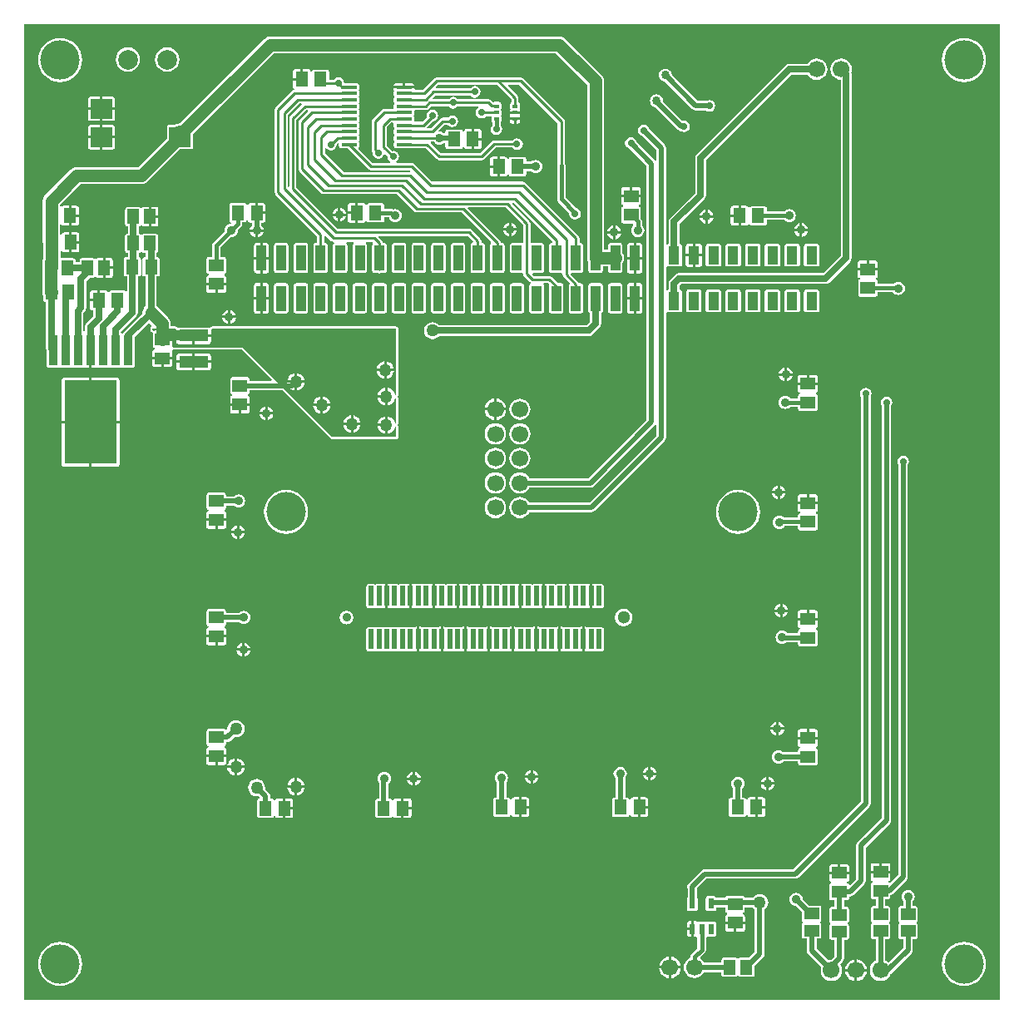
<source format=gbl>
G04 Layer_Physical_Order=2*
G04 Layer_Color=16711680*
%FSLAX44Y44*%
%MOMM*%
G71*
G01*
G75*
%ADD12C,0.5080*%
%ADD13C,0.3810*%
%ADD14C,0.6350*%
%ADD15C,0.2540*%
%ADD16C,4.0000*%
%ADD17C,1.3000*%
%ADD18C,0.9000*%
%ADD19C,2.0000*%
%ADD20C,1.7000*%
%ADD21C,1.2700*%
%ADD22C,0.7112*%
%ADD23C,0.8890*%
%ADD24C,0.8636*%
%ADD25R,0.5000X2.0000*%
%ADD26R,1.1200X1.8300*%
%ADD27R,1.0000X2.6000*%
%ADD28R,2.2000X2.0000*%
%ADD29R,1.3000X1.5000*%
%ADD30R,1.5000X1.3000*%
%ADD31R,3.0000X1.2000*%
%ADD32R,5.3500X8.5400*%
%ADD33R,0.8900X3.0600*%
%ADD34R,1.2000X1.5000*%
%ADD35R,1.6000X0.3000*%
%ADD36R,0.6000X1.1000*%
%ADD37R,1.5000X1.2000*%
%ADD38R,0.5200X0.4200*%
%ADD39C,1.2700*%
%ADD40C,1.0160*%
%ADD41C,1.9050*%
G36*
X1735374Y429126D02*
X742626D01*
Y1421874D01*
X1735374D01*
Y429126D01*
D02*
G37*
%LPC*%
G36*
X1509230Y944230D02*
X1503622D01*
X1503695Y943677D01*
X1504399Y941977D01*
X1505518Y940518D01*
X1506977Y939399D01*
X1508676Y938695D01*
X1509230Y938622D01*
Y944230D01*
D02*
G37*
G36*
X1517378D02*
X1511770D01*
Y938622D01*
X1512323Y938695D01*
X1514023Y939399D01*
X1515482Y940518D01*
X1516601Y941977D01*
X1517305Y943677D01*
X1517378Y944230D01*
D02*
G37*
G36*
X1222000Y965879D02*
X1219184Y965508D01*
X1216561Y964421D01*
X1214307Y962693D01*
X1212579Y960440D01*
X1211492Y957816D01*
X1211121Y955000D01*
X1211492Y952184D01*
X1212579Y949560D01*
X1214307Y947307D01*
X1216561Y945579D01*
X1219184Y944492D01*
X1222000Y944121D01*
X1224816Y944492D01*
X1227439Y945579D01*
X1229693Y947307D01*
X1231422Y949560D01*
X1232508Y952184D01*
X1232879Y955000D01*
X1232508Y957816D01*
X1231422Y960440D01*
X1229693Y962693D01*
X1227439Y964421D01*
X1224816Y965508D01*
X1222000Y965879D01*
D02*
G37*
G36*
X1547500Y943590D02*
X1541270D01*
Y935770D01*
X1550090D01*
Y941000D01*
X1549893Y941991D01*
X1549331Y942831D01*
X1548491Y943393D01*
X1547500Y943590D01*
D02*
G37*
G36*
X1550090Y933230D02*
X1540000D01*
X1529910D01*
Y928000D01*
X1530107Y927009D01*
X1530669Y926169D01*
X1531509Y925607D01*
X1531959Y925518D01*
Y924223D01*
X1531608Y924153D01*
X1530852Y923648D01*
X1530347Y922892D01*
X1530169Y922000D01*
Y919773D01*
X1515822D01*
X1515801Y919801D01*
X1514395Y920880D01*
X1512757Y921558D01*
X1511000Y921789D01*
X1509243Y921558D01*
X1507605Y920880D01*
X1506199Y919801D01*
X1505121Y918395D01*
X1504442Y916757D01*
X1504211Y915000D01*
X1504442Y913243D01*
X1505121Y911605D01*
X1506199Y910199D01*
X1507605Y909120D01*
X1509243Y908442D01*
X1511000Y908211D01*
X1512757Y908442D01*
X1514395Y909120D01*
X1515801Y910199D01*
X1516589Y911227D01*
X1530169D01*
Y909000D01*
X1530347Y908108D01*
X1530852Y907352D01*
X1531608Y906847D01*
X1532500Y906669D01*
X1547500D01*
X1548392Y906847D01*
X1549148Y907352D01*
X1549653Y908108D01*
X1549831Y909000D01*
Y922000D01*
X1549653Y922892D01*
X1549148Y923648D01*
X1548392Y924153D01*
X1548041Y924223D01*
Y925518D01*
X1548491Y925607D01*
X1549331Y926169D01*
X1549893Y927009D01*
X1550090Y928000D01*
Y933230D01*
D02*
G37*
G36*
X1222000Y940879D02*
X1219184Y940508D01*
X1216561Y939421D01*
X1214307Y937693D01*
X1212579Y935440D01*
X1211492Y932816D01*
X1211121Y930000D01*
X1211492Y927184D01*
X1212579Y924560D01*
X1214307Y922307D01*
X1216561Y920579D01*
X1219184Y919492D01*
X1222000Y919121D01*
X1224816Y919492D01*
X1227439Y920579D01*
X1229693Y922307D01*
X1231422Y924560D01*
X1232508Y927184D01*
X1232879Y930000D01*
X1232508Y932816D01*
X1231422Y935440D01*
X1229693Y937693D01*
X1227439Y939421D01*
X1224816Y940508D01*
X1222000Y940879D01*
D02*
G37*
G36*
X1538730Y943590D02*
X1532500D01*
X1531509Y943393D01*
X1530669Y942831D01*
X1530107Y941991D01*
X1529910Y941000D01*
Y935770D01*
X1538730D01*
Y943590D01*
D02*
G37*
G36*
X945500Y945331D02*
X930500D01*
X929608Y945153D01*
X928852Y944648D01*
X928347Y943892D01*
X928169Y943000D01*
Y930000D01*
X928347Y929108D01*
X928852Y928352D01*
X929608Y927847D01*
X929959Y927777D01*
Y926482D01*
X929509Y926393D01*
X928669Y925831D01*
X928107Y924991D01*
X927910Y924000D01*
Y918770D01*
X938000D01*
Y917500D01*
D01*
Y918770D01*
X948090D01*
Y924000D01*
X947893Y924991D01*
X947331Y925831D01*
X946491Y926393D01*
X946041Y926482D01*
Y927777D01*
X946392Y927847D01*
X947148Y928352D01*
X947653Y929108D01*
X947831Y930000D01*
Y931580D01*
X955856D01*
X957105Y930620D01*
X958743Y929942D01*
X960500Y929711D01*
X962257Y929942D01*
X963895Y930620D01*
X965301Y931699D01*
X966379Y933105D01*
X967058Y934743D01*
X967289Y936500D01*
X967058Y938257D01*
X966379Y939894D01*
X965301Y941301D01*
X963895Y942380D01*
X962257Y943058D01*
X960500Y943289D01*
X958743Y943058D01*
X957105Y942380D01*
X955856Y941421D01*
X947831D01*
Y943000D01*
X947653Y943892D01*
X947148Y944648D01*
X946392Y945153D01*
X945500Y945331D01*
D02*
G37*
G36*
X1509230Y952378D02*
X1508676Y952305D01*
X1506977Y951601D01*
X1505518Y950482D01*
X1504399Y949023D01*
X1503695Y947324D01*
X1503622Y946770D01*
X1509230D01*
Y952378D01*
D02*
G37*
G36*
X1247000Y1015879D02*
X1244184Y1015508D01*
X1241561Y1014421D01*
X1239307Y1012693D01*
X1237579Y1010440D01*
X1236492Y1007816D01*
X1236121Y1005000D01*
X1236492Y1002184D01*
X1237579Y999560D01*
X1239307Y997307D01*
X1241561Y995579D01*
X1244184Y994492D01*
X1247000Y994121D01*
X1249816Y994492D01*
X1252439Y995579D01*
X1254693Y997307D01*
X1256422Y999560D01*
X1257508Y1002184D01*
X1257879Y1005000D01*
X1257508Y1007816D01*
X1256422Y1010440D01*
X1254693Y1012693D01*
X1252439Y1014421D01*
X1249816Y1015508D01*
X1247000Y1015879D01*
D02*
G37*
G36*
X1222000D02*
X1219184Y1015508D01*
X1216561Y1014421D01*
X1214307Y1012693D01*
X1212579Y1010440D01*
X1211492Y1007816D01*
X1211121Y1005000D01*
X1211492Y1002184D01*
X1212579Y999560D01*
X1214307Y997307D01*
X1216561Y995579D01*
X1219184Y994492D01*
X1222000Y994121D01*
X1224816Y994492D01*
X1227439Y995579D01*
X1229693Y997307D01*
X1231422Y999560D01*
X1232508Y1002184D01*
X1232879Y1005000D01*
X1232508Y1007816D01*
X1231422Y1010440D01*
X1229693Y1012693D01*
X1227439Y1014421D01*
X1224816Y1015508D01*
X1222000Y1015879D01*
D02*
G37*
G36*
X1612730Y568090D02*
X1606500D01*
X1605509Y567893D01*
X1604669Y567331D01*
X1604107Y566491D01*
X1603910Y565500D01*
Y560270D01*
X1612730D01*
Y568090D01*
D02*
G37*
G36*
X1621500D02*
X1615270D01*
Y560270D01*
X1624090D01*
Y565500D01*
X1623893Y566491D01*
X1623331Y567331D01*
X1622491Y567893D01*
X1621500Y568090D01*
D02*
G37*
G36*
X839340Y1015730D02*
X811270D01*
Y971710D01*
X836750D01*
X837741Y971907D01*
X838581Y972469D01*
X839143Y973309D01*
X839340Y974300D01*
Y1015730D01*
D02*
G37*
G36*
X1222000Y990879D02*
X1219184Y990508D01*
X1216561Y989421D01*
X1214307Y987693D01*
X1212579Y985440D01*
X1211492Y982816D01*
X1211121Y980000D01*
X1211492Y977184D01*
X1212579Y974560D01*
X1214307Y972307D01*
X1216561Y970579D01*
X1219184Y969492D01*
X1222000Y969121D01*
X1224816Y969492D01*
X1227439Y970579D01*
X1229693Y972307D01*
X1231422Y974560D01*
X1232508Y977184D01*
X1232879Y980000D01*
X1232508Y982816D01*
X1231422Y985440D01*
X1229693Y987693D01*
X1227439Y989421D01*
X1224816Y990508D01*
X1222000Y990879D01*
D02*
G37*
G36*
X1511770Y952378D02*
Y946770D01*
X1517378D01*
X1517305Y947324D01*
X1516601Y949023D01*
X1515482Y950482D01*
X1514023Y951601D01*
X1512323Y952305D01*
X1511770Y952378D01*
D02*
G37*
G36*
X808730Y1015730D02*
X780660D01*
Y974300D01*
X780857Y973309D01*
X781419Y972469D01*
X782259Y971907D01*
X783250Y971710D01*
X808730D01*
Y1015730D01*
D02*
G37*
G36*
X1247000Y990879D02*
X1244184Y990508D01*
X1241561Y989421D01*
X1239307Y987693D01*
X1237579Y985440D01*
X1236492Y982816D01*
X1236121Y980000D01*
X1236492Y977184D01*
X1237579Y974560D01*
X1239307Y972307D01*
X1241561Y970579D01*
X1244184Y969492D01*
X1247000Y969121D01*
X1249816Y969492D01*
X1252439Y970579D01*
X1254693Y972307D01*
X1256422Y974560D01*
X1257508Y977184D01*
X1257879Y980000D01*
X1257508Y982816D01*
X1256422Y985440D01*
X1254693Y987693D01*
X1252439Y989421D01*
X1249816Y990508D01*
X1247000Y990879D01*
D02*
G37*
G36*
X1246230Y852590D02*
X1245000D01*
X1244009Y852393D01*
X1243271Y851900D01*
X1242892Y852153D01*
X1242000Y852331D01*
X1237000D01*
X1236108Y852153D01*
X1235500Y851747D01*
X1234892Y852153D01*
X1234000Y852331D01*
X1229000D01*
X1228108Y852153D01*
X1227500Y851747D01*
X1226892Y852153D01*
X1226000Y852331D01*
X1221000D01*
X1220108Y852153D01*
X1219500Y851747D01*
X1218892Y852153D01*
X1218000Y852331D01*
X1213000D01*
X1212108Y852153D01*
X1211729Y851900D01*
X1210991Y852393D01*
X1210000Y852590D01*
X1208770D01*
Y840000D01*
Y827410D01*
X1210000D01*
X1210991Y827607D01*
X1211729Y828100D01*
X1212108Y827847D01*
X1213000Y827669D01*
X1218000D01*
X1218892Y827847D01*
X1219500Y828253D01*
X1220108Y827847D01*
X1221000Y827669D01*
X1226000D01*
X1226892Y827847D01*
X1227500Y828253D01*
X1228108Y827847D01*
X1229000Y827669D01*
X1234000D01*
X1234892Y827847D01*
X1235500Y828253D01*
X1236108Y827847D01*
X1237000Y827669D01*
X1242000D01*
X1242892Y827847D01*
X1243271Y828100D01*
X1244009Y827607D01*
X1245000Y827410D01*
X1246230D01*
Y840000D01*
Y852590D01*
D02*
G37*
G36*
X1206230D02*
X1205000D01*
X1204009Y852393D01*
X1203271Y851900D01*
X1202892Y852153D01*
X1202000Y852331D01*
X1197000D01*
X1196108Y852153D01*
X1195500Y851747D01*
X1194892Y852153D01*
X1194000Y852331D01*
X1189000D01*
X1188108Y852153D01*
X1187729Y851900D01*
X1186991Y852393D01*
X1186000Y852590D01*
X1184770D01*
Y840000D01*
Y827410D01*
X1186000D01*
X1186991Y827607D01*
X1187729Y828100D01*
X1188108Y827847D01*
X1189000Y827669D01*
X1194000D01*
X1194892Y827847D01*
X1195500Y828253D01*
X1196108Y827847D01*
X1197000Y827669D01*
X1202000D01*
X1202892Y827847D01*
X1203271Y828100D01*
X1204009Y827607D01*
X1205000Y827410D01*
X1206230D01*
Y840000D01*
Y852590D01*
D02*
G37*
G36*
X1110230D02*
X1109000D01*
X1108009Y852393D01*
X1107271Y851900D01*
X1106892Y852153D01*
X1106000Y852331D01*
X1101000D01*
X1100108Y852153D01*
X1099500Y851747D01*
X1098892Y852153D01*
X1098000Y852331D01*
X1093000D01*
X1092108Y852153D01*
X1091352Y851648D01*
X1090847Y850892D01*
X1090669Y850000D01*
Y830000D01*
X1090847Y829108D01*
X1091352Y828352D01*
X1092108Y827847D01*
X1093000Y827669D01*
X1098000D01*
X1098892Y827847D01*
X1099500Y828253D01*
X1100108Y827847D01*
X1101000Y827669D01*
X1106000D01*
X1106892Y827847D01*
X1107271Y828100D01*
X1108009Y827607D01*
X1109000Y827410D01*
X1110230D01*
Y840000D01*
Y852590D01*
D02*
G37*
G36*
X1318230D02*
X1317000D01*
X1316009Y852393D01*
X1315271Y851900D01*
X1314892Y852153D01*
X1314000Y852331D01*
X1309000D01*
X1308108Y852153D01*
X1307500Y851747D01*
X1306892Y852153D01*
X1306000Y852331D01*
X1301000D01*
X1300108Y852153D01*
X1299729Y851900D01*
X1298991Y852393D01*
X1298000Y852590D01*
X1296770D01*
Y840000D01*
Y827410D01*
X1298000D01*
X1298991Y827607D01*
X1299729Y828100D01*
X1300108Y827847D01*
X1301000Y827669D01*
X1306000D01*
X1306892Y827847D01*
X1307500Y828253D01*
X1308108Y827847D01*
X1309000Y827669D01*
X1314000D01*
X1314892Y827847D01*
X1315271Y828100D01*
X1316009Y827607D01*
X1317000Y827410D01*
X1318230D01*
Y840000D01*
Y852590D01*
D02*
G37*
G36*
X1294230D02*
X1293000D01*
X1292009Y852393D01*
X1291271Y851900D01*
X1290892Y852153D01*
X1290000Y852331D01*
X1285000D01*
X1284108Y852153D01*
X1283500Y851747D01*
X1282892Y852153D01*
X1282000Y852331D01*
X1277000D01*
X1276108Y852153D01*
X1275729Y851900D01*
X1274991Y852393D01*
X1274000Y852590D01*
X1272770D01*
Y840000D01*
Y827410D01*
X1274000D01*
X1274991Y827607D01*
X1275729Y828100D01*
X1276108Y827847D01*
X1277000Y827669D01*
X1282000D01*
X1282892Y827847D01*
X1283500Y828253D01*
X1284108Y827847D01*
X1285000Y827669D01*
X1290000D01*
X1290892Y827847D01*
X1291271Y828100D01*
X1292009Y827607D01*
X1293000Y827410D01*
X1294230D01*
Y840000D01*
Y852590D01*
D02*
G37*
G36*
X1158230D02*
X1157000D01*
X1156009Y852393D01*
X1155271Y851900D01*
X1154892Y852153D01*
X1154000Y852331D01*
X1149000D01*
X1148108Y852153D01*
X1147500Y851747D01*
X1146892Y852153D01*
X1146000Y852331D01*
X1141000D01*
X1140108Y852153D01*
X1139729Y851900D01*
X1138991Y852393D01*
X1138000Y852590D01*
X1136770D01*
Y840000D01*
Y827410D01*
X1138000D01*
X1138991Y827607D01*
X1139729Y828100D01*
X1140108Y827847D01*
X1141000Y827669D01*
X1146000D01*
X1146892Y827847D01*
X1147500Y828253D01*
X1148108Y827847D01*
X1149000Y827669D01*
X1154000D01*
X1154892Y827847D01*
X1155271Y828100D01*
X1156009Y827607D01*
X1157000Y827410D01*
X1158230D01*
Y840000D01*
Y852590D01*
D02*
G37*
G36*
X1322000D02*
X1320770D01*
Y840000D01*
Y827410D01*
X1322000D01*
X1322991Y827607D01*
X1323729Y828100D01*
X1324108Y827847D01*
X1325000Y827669D01*
X1330000D01*
X1330892Y827847D01*
X1331648Y828352D01*
X1332153Y829108D01*
X1332331Y830000D01*
Y850000D01*
X1332153Y850892D01*
X1331648Y851648D01*
X1330892Y852153D01*
X1330000Y852331D01*
X1325000D01*
X1324108Y852153D01*
X1323729Y851900D01*
X1322991Y852393D01*
X1322000Y852590D01*
D02*
G37*
G36*
X1270230D02*
X1269000D01*
X1268009Y852393D01*
X1267271Y851900D01*
X1266892Y852153D01*
X1266000Y852331D01*
X1261000D01*
X1260108Y852153D01*
X1259500Y851747D01*
X1258892Y852153D01*
X1258000Y852331D01*
X1253000D01*
X1252108Y852153D01*
X1251729Y851900D01*
X1250991Y852393D01*
X1250000Y852590D01*
X1248770D01*
Y840000D01*
Y827410D01*
X1250000D01*
X1250991Y827607D01*
X1251729Y828100D01*
X1252108Y827847D01*
X1253000Y827669D01*
X1258000D01*
X1258892Y827847D01*
X1259500Y828253D01*
X1260108Y827847D01*
X1261000Y827669D01*
X1266000D01*
X1266892Y827847D01*
X1267271Y828100D01*
X1268009Y827607D01*
X1269000Y827410D01*
X1270230D01*
Y840000D01*
Y852590D01*
D02*
G37*
G36*
X1182230D02*
X1181000D01*
X1180009Y852393D01*
X1179271Y851900D01*
X1178892Y852153D01*
X1178000Y852331D01*
X1173000D01*
X1172108Y852153D01*
X1171500Y851747D01*
X1170892Y852153D01*
X1170000Y852331D01*
X1165000D01*
X1164108Y852153D01*
X1163729Y851900D01*
X1162991Y852393D01*
X1162000Y852590D01*
X1160770D01*
Y840000D01*
Y827410D01*
X1162000D01*
X1162991Y827607D01*
X1163729Y828100D01*
X1164108Y827847D01*
X1165000Y827669D01*
X1170000D01*
X1170892Y827847D01*
X1171500Y828253D01*
X1172108Y827847D01*
X1173000Y827669D01*
X1178000D01*
X1178892Y827847D01*
X1179271Y828100D01*
X1180009Y827607D01*
X1181000Y827410D01*
X1182230D01*
Y840000D01*
Y852590D01*
D02*
G37*
G36*
X961270Y911878D02*
Y906270D01*
X966878D01*
X966805Y906823D01*
X966101Y908523D01*
X964982Y909982D01*
X963523Y911101D01*
X961824Y911805D01*
X961270Y911878D01*
D02*
G37*
G36*
X958730D02*
X958177Y911805D01*
X956477Y911101D01*
X955018Y909982D01*
X953899Y908523D01*
X953195Y906823D01*
X953122Y906270D01*
X958730D01*
Y911878D01*
D02*
G37*
G36*
X948090Y916230D02*
X939270D01*
Y908410D01*
X945500D01*
X946491Y908607D01*
X947331Y909169D01*
X947893Y910009D01*
X948090Y911000D01*
Y916230D01*
D02*
G37*
G36*
X936730D02*
X927910D01*
Y911000D01*
X928107Y910009D01*
X928669Y909169D01*
X929509Y908607D01*
X930500Y908410D01*
X936730D01*
Y916230D01*
D02*
G37*
G36*
X1469000Y947894D02*
X1464631Y947464D01*
X1460430Y946189D01*
X1456559Y944120D01*
X1453165Y941335D01*
X1450380Y937941D01*
X1448311Y934070D01*
X1447036Y929869D01*
X1446606Y925500D01*
X1447036Y921131D01*
X1448311Y916930D01*
X1450380Y913059D01*
X1453165Y909665D01*
X1456559Y906880D01*
X1460430Y904811D01*
X1464631Y903537D01*
X1469000Y903106D01*
X1473369Y903537D01*
X1477570Y904811D01*
X1481441Y906880D01*
X1484835Y909665D01*
X1487620Y913059D01*
X1489689Y916930D01*
X1490963Y921131D01*
X1491394Y925500D01*
X1490963Y929869D01*
X1489689Y934070D01*
X1487620Y937941D01*
X1484835Y941335D01*
X1481441Y944120D01*
X1477570Y946189D01*
X1473369Y947464D01*
X1469000Y947894D01*
D02*
G37*
G36*
X958730Y903730D02*
X953122D01*
X953195Y903177D01*
X953899Y901477D01*
X955018Y900018D01*
X956477Y898899D01*
X958177Y898195D01*
X958730Y898122D01*
Y903730D01*
D02*
G37*
G36*
X1134230Y852590D02*
X1133000D01*
X1132009Y852393D01*
X1131271Y851900D01*
X1130892Y852153D01*
X1130000Y852331D01*
X1125000D01*
X1124108Y852153D01*
X1123500Y851747D01*
X1122892Y852153D01*
X1122000Y852331D01*
X1117000D01*
X1116108Y852153D01*
X1115729Y851900D01*
X1114991Y852393D01*
X1114000Y852590D01*
X1112770D01*
Y840000D01*
Y827410D01*
X1114000D01*
X1114991Y827607D01*
X1115729Y828100D01*
X1116108Y827847D01*
X1117000Y827669D01*
X1122000D01*
X1122892Y827847D01*
X1123500Y828253D01*
X1124108Y827847D01*
X1125000Y827669D01*
X1130000D01*
X1130892Y827847D01*
X1131271Y828100D01*
X1132009Y827607D01*
X1133000Y827410D01*
X1134230D01*
Y840000D01*
Y852590D01*
D02*
G37*
G36*
X1009000Y947894D02*
X1004631Y947464D01*
X1000430Y946189D01*
X996559Y944120D01*
X993165Y941335D01*
X990380Y937941D01*
X988311Y934070D01*
X987037Y929869D01*
X986606Y925500D01*
X987037Y921131D01*
X988311Y916930D01*
X990380Y913059D01*
X993165Y909665D01*
X996559Y906880D01*
X1000430Y904811D01*
X1004631Y903537D01*
X1009000Y903106D01*
X1013369Y903537D01*
X1017570Y904811D01*
X1021441Y906880D01*
X1024835Y909665D01*
X1027620Y913059D01*
X1029689Y916930D01*
X1030964Y921131D01*
X1031394Y925500D01*
X1030964Y929869D01*
X1029689Y934070D01*
X1027620Y937941D01*
X1024835Y941335D01*
X1021441Y944120D01*
X1017570Y946189D01*
X1013369Y947464D01*
X1009000Y947894D01*
D02*
G37*
G36*
X966878Y903730D02*
X961270D01*
Y898122D01*
X961824Y898195D01*
X963523Y898899D01*
X964982Y900018D01*
X966101Y901477D01*
X966805Y903177D01*
X966878Y903730D01*
D02*
G37*
G36*
X1400820Y472905D02*
Y463207D01*
X1410518D01*
X1410306Y464819D01*
X1409194Y467504D01*
X1407424Y469810D01*
X1405118Y471580D01*
X1402432Y472692D01*
X1400820Y472905D01*
D02*
G37*
G36*
X1421230Y499730D02*
X1416910D01*
Y495500D01*
X1417107Y494509D01*
X1417669Y493669D01*
X1418509Y493107D01*
X1419500Y492910D01*
X1421230D01*
Y499730D01*
D02*
G37*
G36*
X1538730Y1065090D02*
X1532500D01*
X1531509Y1064893D01*
X1530669Y1064331D01*
X1530107Y1063491D01*
X1529910Y1062500D01*
Y1057270D01*
X1538730D01*
Y1065090D01*
D02*
G37*
G36*
X1398280Y472905D02*
X1396668Y472692D01*
X1393983Y471580D01*
X1391676Y469810D01*
X1389907Y467504D01*
X1388794Y464819D01*
X1388582Y463207D01*
X1398280D01*
Y472905D01*
D02*
G37*
G36*
X1550090Y1054730D02*
X1540000D01*
X1529910D01*
Y1049500D01*
X1530107Y1048509D01*
X1530669Y1047669D01*
X1531509Y1047107D01*
X1531959Y1047018D01*
Y1045723D01*
X1531608Y1045653D01*
X1530852Y1045148D01*
X1530347Y1044392D01*
X1530169Y1043500D01*
Y1041273D01*
X1522205D01*
X1521801Y1041801D01*
X1520395Y1042879D01*
X1518757Y1043558D01*
X1517000Y1043789D01*
X1515243Y1043558D01*
X1513605Y1042879D01*
X1512199Y1041801D01*
X1511120Y1040395D01*
X1510442Y1038757D01*
X1510211Y1037000D01*
X1510442Y1035243D01*
X1511120Y1033605D01*
X1512199Y1032199D01*
X1513605Y1031121D01*
X1515243Y1030442D01*
X1517000Y1030211D01*
X1518757Y1030442D01*
X1520395Y1031121D01*
X1521801Y1032199D01*
X1522205Y1032727D01*
X1530169D01*
Y1030500D01*
X1530347Y1029608D01*
X1530852Y1028852D01*
X1531608Y1028347D01*
X1532500Y1028169D01*
X1547500D01*
X1548392Y1028347D01*
X1549148Y1028852D01*
X1549653Y1029608D01*
X1549831Y1030500D01*
Y1043500D01*
X1549653Y1044392D01*
X1549148Y1045148D01*
X1548392Y1045653D01*
X1548041Y1045723D01*
Y1047018D01*
X1548491Y1047107D01*
X1549331Y1047669D01*
X1549893Y1048509D01*
X1550090Y1049500D01*
Y1054730D01*
D02*
G37*
G36*
X1421230Y509090D02*
X1419500D01*
X1418509Y508893D01*
X1417669Y508331D01*
X1417107Y507491D01*
X1416910Y506500D01*
Y502270D01*
X1421230D01*
Y509090D01*
D02*
G37*
G36*
X1223270Y1040968D02*
Y1031270D01*
X1232968D01*
X1232756Y1032882D01*
X1231643Y1035568D01*
X1229874Y1037874D01*
X1227568Y1039643D01*
X1224882Y1040756D01*
X1223270Y1040968D01*
D02*
G37*
G36*
X1464640Y506000D02*
X1455820D01*
Y500770D01*
X1456018Y499779D01*
X1456579Y498939D01*
X1457419Y498377D01*
X1458410Y498180D01*
X1464640D01*
Y506000D01*
D02*
G37*
G36*
X1476000D02*
X1467180D01*
Y498180D01*
X1473410D01*
X1474401Y498377D01*
X1475242Y498939D01*
X1475803Y499779D01*
X1476000Y500770D01*
Y506000D01*
D02*
G37*
G36*
X1398280Y460667D02*
X1388582D01*
X1388794Y459055D01*
X1389907Y456369D01*
X1391676Y454063D01*
X1393983Y452293D01*
X1396668Y451181D01*
X1398280Y450969D01*
Y460667D01*
D02*
G37*
G36*
X1410518D02*
X1400820D01*
Y450969D01*
X1402432Y451181D01*
X1405118Y452293D01*
X1407424Y454063D01*
X1409194Y456369D01*
X1410306Y459055D01*
X1410518Y460667D01*
D02*
G37*
G36*
X1518770Y1072378D02*
Y1066770D01*
X1524378D01*
X1524305Y1067323D01*
X1523601Y1069023D01*
X1522482Y1070482D01*
X1521023Y1071601D01*
X1519323Y1072305D01*
X1518770Y1072378D01*
D02*
G37*
G36*
X1516230D02*
X1515677Y1072305D01*
X1513977Y1071601D01*
X1512518Y1070482D01*
X1511399Y1069023D01*
X1510695Y1067323D01*
X1510622Y1066770D01*
X1516230D01*
Y1072378D01*
D02*
G37*
G36*
X1587730Y469968D02*
X1586118Y469756D01*
X1583432Y468643D01*
X1581126Y466874D01*
X1579357Y464568D01*
X1578244Y461882D01*
X1578032Y460270D01*
X1587730D01*
Y469968D01*
D02*
G37*
G36*
X1516230Y1064230D02*
X1510622D01*
X1510695Y1063677D01*
X1511399Y1061977D01*
X1512518Y1060518D01*
X1513977Y1059399D01*
X1515677Y1058695D01*
X1516230Y1058622D01*
Y1064230D01*
D02*
G37*
G36*
X1547500Y1065090D02*
X1541270D01*
Y1057270D01*
X1550090D01*
Y1062500D01*
X1549893Y1063491D01*
X1549331Y1064331D01*
X1548491Y1064893D01*
X1547500Y1065090D01*
D02*
G37*
G36*
X1590270Y469968D02*
Y460270D01*
X1599968D01*
X1599756Y461882D01*
X1598643Y464568D01*
X1596874Y466874D01*
X1594568Y468643D01*
X1591882Y469756D01*
X1590270Y469968D01*
D02*
G37*
G36*
X1524378Y1064230D02*
X1518770D01*
Y1058622D01*
X1519323Y1058695D01*
X1521023Y1059399D01*
X1522482Y1060518D01*
X1523601Y1061977D01*
X1524305Y1063677D01*
X1524378Y1064230D01*
D02*
G37*
G36*
X1220730Y1028730D02*
X1211032D01*
X1211244Y1027118D01*
X1212357Y1024432D01*
X1214126Y1022126D01*
X1216432Y1020357D01*
X1219118Y1019244D01*
X1220730Y1019032D01*
Y1028730D01*
D02*
G37*
G36*
X836750Y1062290D02*
X811270D01*
Y1018270D01*
X839340D01*
Y1059700D01*
X839143Y1060691D01*
X838581Y1061531D01*
X837741Y1062093D01*
X836750Y1062290D01*
D02*
G37*
G36*
X1247000Y1040879D02*
X1244184Y1040508D01*
X1241561Y1039421D01*
X1239307Y1037693D01*
X1237579Y1035440D01*
X1236492Y1032816D01*
X1236121Y1030000D01*
X1236492Y1027184D01*
X1237579Y1024560D01*
X1239307Y1022307D01*
X1241561Y1020579D01*
X1244184Y1019492D01*
X1247000Y1019121D01*
X1249816Y1019492D01*
X1252439Y1020579D01*
X1254693Y1022307D01*
X1256422Y1024560D01*
X1257508Y1027184D01*
X1257879Y1030000D01*
X1257508Y1032816D01*
X1256422Y1035440D01*
X1254693Y1037693D01*
X1252439Y1039421D01*
X1249816Y1040508D01*
X1247000Y1040879D01*
D02*
G37*
G36*
X1232968Y1028730D02*
X1223270D01*
Y1019032D01*
X1224882Y1019244D01*
X1227568Y1020357D01*
X1229874Y1022126D01*
X1231643Y1024432D01*
X1232756Y1027118D01*
X1232968Y1028730D01*
D02*
G37*
G36*
X808730Y1062290D02*
X783250D01*
X782259Y1062093D01*
X781419Y1061531D01*
X780857Y1060691D01*
X780660Y1059700D01*
Y1018270D01*
X808730D01*
Y1062290D01*
D02*
G37*
G36*
X1570730Y567090D02*
X1564500D01*
X1563509Y566893D01*
X1562669Y566331D01*
X1562107Y565491D01*
X1561910Y564500D01*
Y559270D01*
X1570730D01*
Y567090D01*
D02*
G37*
G36*
X1579500D02*
X1573270D01*
Y559270D01*
X1582090D01*
Y564500D01*
X1581893Y565491D01*
X1581331Y566331D01*
X1580491Y566893D01*
X1579500Y567090D01*
D02*
G37*
G36*
X1620000Y1042956D02*
X1617721Y1042503D01*
X1615788Y1041212D01*
X1614497Y1039279D01*
X1614044Y1037000D01*
X1614497Y1034721D01*
X1615079Y1033849D01*
Y614038D01*
X1590521Y589479D01*
X1589454Y587883D01*
X1589079Y586000D01*
Y552038D01*
X1583029Y545987D01*
X1581653Y546392D01*
X1581148Y547148D01*
X1580392Y547653D01*
X1580041Y547723D01*
Y549018D01*
X1580491Y549107D01*
X1581331Y549669D01*
X1581893Y550509D01*
X1582090Y551500D01*
Y556730D01*
X1572000D01*
X1561910D01*
Y551500D01*
X1562107Y550509D01*
X1562669Y549669D01*
X1563509Y549107D01*
X1563959Y549018D01*
Y547723D01*
X1563608Y547653D01*
X1562852Y547148D01*
X1562347Y546392D01*
X1562169Y545500D01*
Y532500D01*
X1562347Y531608D01*
X1562852Y530852D01*
X1563608Y530347D01*
X1564500Y530169D01*
X1567079D01*
Y523831D01*
X1564500D01*
X1563608Y523653D01*
X1562852Y523148D01*
X1562347Y522392D01*
X1562169Y521500D01*
Y509500D01*
X1562347Y508608D01*
X1562852Y507852D01*
X1563028Y507734D01*
Y506266D01*
X1562852Y506148D01*
X1562347Y505392D01*
X1562169Y504500D01*
Y492500D01*
X1562347Y491608D01*
X1562852Y490852D01*
X1563608Y490347D01*
X1564500Y490169D01*
X1567079D01*
Y473038D01*
X1563908Y469867D01*
X1561184Y469508D01*
X1560665Y469293D01*
X1548920Y481038D01*
Y491169D01*
X1551500D01*
X1552392Y491347D01*
X1553148Y491852D01*
X1553653Y492608D01*
X1553831Y493500D01*
Y505500D01*
X1553653Y506392D01*
X1553148Y507148D01*
X1552972Y507266D01*
Y508734D01*
X1553148Y508852D01*
X1553653Y509608D01*
X1553831Y510500D01*
Y522500D01*
X1553653Y523392D01*
X1553148Y524148D01*
X1552392Y524653D01*
X1551500Y524831D01*
X1541128D01*
X1534763Y531195D01*
X1534558Y532757D01*
X1533880Y534395D01*
X1532801Y535801D01*
X1531395Y536880D01*
X1529757Y537558D01*
X1528000Y537789D01*
X1526243Y537558D01*
X1524605Y536880D01*
X1523199Y535801D01*
X1522121Y534395D01*
X1521442Y532757D01*
X1521211Y531000D01*
X1521442Y529243D01*
X1522121Y527605D01*
X1523199Y526199D01*
X1524605Y525121D01*
X1526243Y524442D01*
X1527805Y524237D01*
X1534169Y517872D01*
Y510500D01*
X1534347Y509608D01*
X1534852Y508852D01*
X1535028Y508734D01*
Y507266D01*
X1534852Y507148D01*
X1534347Y506392D01*
X1534169Y505500D01*
Y493500D01*
X1534347Y492608D01*
X1534852Y491852D01*
X1535608Y491347D01*
X1536500Y491169D01*
X1539079D01*
Y479000D01*
X1539454Y477117D01*
X1540521Y475521D01*
X1553707Y462335D01*
X1553492Y461816D01*
X1553121Y459000D01*
X1553492Y456184D01*
X1554579Y453560D01*
X1556307Y451307D01*
X1558560Y449579D01*
X1561184Y448492D01*
X1564000Y448121D01*
X1566816Y448492D01*
X1569440Y449579D01*
X1571693Y451307D01*
X1573421Y453560D01*
X1574508Y456184D01*
X1574879Y459000D01*
X1574508Y461816D01*
X1573421Y464440D01*
X1572977Y465019D01*
X1575479Y467521D01*
X1576546Y469117D01*
X1576920Y471000D01*
Y490169D01*
X1579500D01*
X1580392Y490347D01*
X1581148Y490852D01*
X1581653Y491608D01*
X1581831Y492500D01*
Y504500D01*
X1581653Y505392D01*
X1581148Y506148D01*
X1580972Y506266D01*
Y507734D01*
X1581148Y507852D01*
X1581653Y508608D01*
X1581831Y509500D01*
Y521500D01*
X1581653Y522392D01*
X1581148Y523148D01*
X1580392Y523653D01*
X1579500Y523831D01*
X1576920D01*
Y530169D01*
X1579500D01*
X1580392Y530347D01*
X1581148Y530852D01*
X1581653Y531608D01*
X1581831Y532500D01*
Y534079D01*
X1583000D01*
X1584883Y534454D01*
X1586479Y535521D01*
X1597479Y546521D01*
X1598546Y548117D01*
X1598921Y550000D01*
Y583962D01*
X1623479Y608521D01*
X1624546Y610117D01*
X1624921Y612000D01*
Y1033849D01*
X1625503Y1034721D01*
X1625957Y1037000D01*
X1625503Y1039279D01*
X1624212Y1041212D01*
X1622280Y1042503D01*
X1620000Y1042956D01*
D02*
G37*
G36*
X1637000Y982956D02*
X1634721Y982503D01*
X1632788Y981212D01*
X1631497Y979279D01*
X1631044Y977000D01*
X1631497Y974721D01*
X1632079Y973849D01*
Y556038D01*
X1624096Y548055D01*
X1623148Y548148D01*
X1622392Y548653D01*
X1622041Y548723D01*
Y550018D01*
X1622491Y550107D01*
X1623331Y550669D01*
X1623893Y551509D01*
X1624090Y552500D01*
Y557730D01*
X1614000D01*
X1603910D01*
Y552500D01*
X1604107Y551509D01*
X1604669Y550669D01*
X1605509Y550107D01*
X1605959Y550018D01*
Y548723D01*
X1605608Y548653D01*
X1604852Y548148D01*
X1604347Y547392D01*
X1604169Y546500D01*
Y533500D01*
X1604347Y532608D01*
X1604852Y531852D01*
X1605608Y531347D01*
X1606500Y531169D01*
X1609079D01*
Y524331D01*
X1606500D01*
X1605608Y524153D01*
X1604852Y523648D01*
X1604347Y522892D01*
X1604169Y522000D01*
Y510000D01*
X1604347Y509108D01*
X1604852Y508352D01*
X1605028Y508234D01*
Y506766D01*
X1604852Y506648D01*
X1604347Y505892D01*
X1604169Y505000D01*
Y493000D01*
X1604347Y492108D01*
X1604852Y491352D01*
X1605608Y490847D01*
X1606500Y490669D01*
X1609079D01*
Y468637D01*
X1608560Y468422D01*
X1606307Y466693D01*
X1604579Y464440D01*
X1603492Y461816D01*
X1603121Y459000D01*
X1603492Y456184D01*
X1604579Y453560D01*
X1606307Y451307D01*
X1608560Y449579D01*
X1611184Y448492D01*
X1614000Y448121D01*
X1616816Y448492D01*
X1619440Y449579D01*
X1621693Y451307D01*
X1623421Y453560D01*
X1624139Y455294D01*
X1624479Y455521D01*
X1645479Y476521D01*
X1646546Y478117D01*
X1646920Y480000D01*
Y490669D01*
X1649500D01*
X1650392Y490847D01*
X1651148Y491352D01*
X1651653Y492108D01*
X1651831Y493000D01*
Y505000D01*
X1651653Y505892D01*
X1651148Y506648D01*
X1650972Y506766D01*
Y508234D01*
X1651148Y508352D01*
X1651653Y509108D01*
X1651831Y510000D01*
Y522000D01*
X1651653Y522892D01*
X1651148Y523648D01*
X1650392Y524153D01*
X1649500Y524331D01*
X1646920D01*
Y529356D01*
X1647879Y530605D01*
X1648558Y532243D01*
X1648789Y534000D01*
X1648558Y535757D01*
X1647879Y537395D01*
X1646801Y538801D01*
X1645394Y539879D01*
X1643757Y540558D01*
X1642000Y540789D01*
X1640243Y540558D01*
X1638605Y539879D01*
X1637199Y538801D01*
X1636120Y537395D01*
X1635442Y535757D01*
X1635211Y534000D01*
X1635442Y532243D01*
X1636120Y530605D01*
X1637079Y529356D01*
Y524331D01*
X1634500D01*
X1633608Y524153D01*
X1632852Y523648D01*
X1632347Y522892D01*
X1632169Y522000D01*
Y510000D01*
X1632347Y509108D01*
X1632852Y508352D01*
X1633028Y508234D01*
Y506766D01*
X1632852Y506648D01*
X1632347Y505892D01*
X1632169Y505000D01*
Y493000D01*
X1632347Y492108D01*
X1632852Y491352D01*
X1633608Y490847D01*
X1634500Y490669D01*
X1637079D01*
Y482038D01*
X1621731Y466690D01*
X1621693Y466693D01*
X1619440Y468422D01*
X1618920Y468637D01*
Y490669D01*
X1621500D01*
X1622392Y490847D01*
X1623148Y491352D01*
X1623653Y492108D01*
X1623831Y493000D01*
Y505000D01*
X1623653Y505892D01*
X1623148Y506648D01*
X1622972Y506766D01*
Y508234D01*
X1623148Y508352D01*
X1623653Y509108D01*
X1623831Y510000D01*
Y522000D01*
X1623653Y522892D01*
X1623148Y523648D01*
X1622392Y524153D01*
X1621500Y524331D01*
X1618920D01*
Y531169D01*
X1621500D01*
X1622392Y531347D01*
X1623148Y531852D01*
X1623653Y532608D01*
X1623831Y533500D01*
Y535245D01*
X1624883Y535454D01*
X1626479Y536521D01*
X1640479Y550521D01*
X1641546Y552117D01*
X1641920Y554000D01*
Y973849D01*
X1642503Y974721D01*
X1642957Y977000D01*
X1642503Y979279D01*
X1641212Y981212D01*
X1639279Y982503D01*
X1637000Y982956D01*
D02*
G37*
G36*
X987730Y1032878D02*
X987177Y1032805D01*
X985477Y1032101D01*
X984018Y1030982D01*
X982899Y1029523D01*
X982195Y1027823D01*
X982122Y1027270D01*
X987730D01*
Y1032878D01*
D02*
G37*
G36*
X972090Y1033730D02*
X963270D01*
Y1025910D01*
X969500D01*
X970491Y1026107D01*
X971331Y1026669D01*
X971893Y1027509D01*
X972090Y1028500D01*
Y1033730D01*
D02*
G37*
G36*
X1220730Y1040968D02*
X1219118Y1040756D01*
X1216432Y1039643D01*
X1214126Y1037874D01*
X1212357Y1035568D01*
X1211244Y1032882D01*
X1211032Y1031270D01*
X1220730D01*
Y1040968D01*
D02*
G37*
G36*
X990270Y1032878D02*
Y1027270D01*
X995878D01*
X995805Y1027823D01*
X995101Y1029523D01*
X993982Y1030982D01*
X992523Y1032101D01*
X990823Y1032805D01*
X990270Y1032878D01*
D02*
G37*
G36*
X960730Y1033730D02*
X951910D01*
Y1028500D01*
X952107Y1027509D01*
X952669Y1026669D01*
X953509Y1026107D01*
X954500Y1025910D01*
X960730D01*
Y1033730D01*
D02*
G37*
G36*
X995878Y1024730D02*
X990270D01*
Y1019122D01*
X990823Y1019195D01*
X992523Y1019899D01*
X993982Y1021018D01*
X995101Y1022477D01*
X995805Y1024177D01*
X995878Y1024730D01*
D02*
G37*
G36*
X987730D02*
X982122D01*
X982195Y1024177D01*
X982899Y1022477D01*
X984018Y1021018D01*
X985477Y1019899D01*
X987177Y1019195D01*
X987730Y1019122D01*
Y1024730D01*
D02*
G37*
G36*
X1599000Y1051956D02*
X1596721Y1051503D01*
X1594788Y1050212D01*
X1593497Y1048279D01*
X1593044Y1046000D01*
X1593497Y1043720D01*
X1594079Y1042849D01*
Y631038D01*
X1524962Y561921D01*
X1435000D01*
X1433117Y561546D01*
X1431521Y560479D01*
X1418521Y547479D01*
X1417454Y545883D01*
X1417079Y544000D01*
X1417454Y542117D01*
X1417579Y541929D01*
Y533740D01*
X1417347Y533392D01*
X1417169Y532500D01*
Y521500D01*
X1417347Y520608D01*
X1417852Y519852D01*
X1418608Y519347D01*
X1419500Y519169D01*
X1425500D01*
X1426392Y519347D01*
X1427148Y519852D01*
X1427653Y520608D01*
X1427831Y521500D01*
Y532500D01*
X1427653Y533392D01*
X1427421Y533740D01*
Y542462D01*
X1437038Y552080D01*
X1527000D01*
X1528883Y552454D01*
X1530479Y553521D01*
X1602479Y625521D01*
X1603546Y627117D01*
X1603920Y629000D01*
Y1042849D01*
X1604503Y1043720D01*
X1604957Y1046000D01*
X1604503Y1048279D01*
X1603212Y1050212D01*
X1601279Y1051503D01*
X1599000Y1051956D01*
D02*
G37*
G36*
X1491000Y536711D02*
X1488746Y536414D01*
X1486645Y535544D01*
X1484841Y534159D01*
X1483890Y532920D01*
X1475711D01*
X1475564Y533662D01*
X1475058Y534418D01*
X1474302Y534923D01*
X1473410Y535101D01*
X1458410D01*
X1457518Y534923D01*
X1456762Y534418D01*
X1456257Y533662D01*
X1456109Y532920D01*
X1446747D01*
X1446653Y533392D01*
X1446148Y534148D01*
X1445392Y534653D01*
X1444500Y534831D01*
X1438500D01*
X1437608Y534653D01*
X1436852Y534148D01*
X1436347Y533392D01*
X1436169Y532500D01*
Y521500D01*
X1436347Y520608D01*
X1436852Y519852D01*
X1437608Y519347D01*
X1438500Y519169D01*
X1444500D01*
X1445392Y519347D01*
X1446148Y519852D01*
X1446653Y520608D01*
X1446831Y521500D01*
Y523079D01*
X1456080D01*
Y519770D01*
X1456257Y518878D01*
X1456762Y518122D01*
X1457518Y517617D01*
X1457869Y517547D01*
Y516252D01*
X1457419Y516163D01*
X1456579Y515601D01*
X1456018Y514761D01*
X1455820Y513770D01*
Y508540D01*
X1465910D01*
X1476000D01*
Y513770D01*
X1475803Y514761D01*
X1475242Y515601D01*
X1474401Y516163D01*
X1473952Y516252D01*
Y517547D01*
X1474302Y517617D01*
X1475058Y518122D01*
X1475564Y518878D01*
X1475741Y519770D01*
Y523079D01*
X1483890D01*
X1484841Y521841D01*
X1486080Y520890D01*
Y477538D01*
X1480372Y471831D01*
X1471500D01*
X1470608Y471653D01*
X1469852Y471148D01*
X1469734Y470972D01*
X1468266D01*
X1468148Y471148D01*
X1467392Y471653D01*
X1466500Y471831D01*
X1454500D01*
X1453608Y471653D01*
X1452852Y471148D01*
X1452347Y470392D01*
X1452169Y469500D01*
Y466921D01*
X1434160D01*
X1433972Y467376D01*
X1432243Y469629D01*
X1430673Y470834D01*
X1430484Y472441D01*
X1435022Y476978D01*
X1435022Y476978D01*
X1435948Y478365D01*
X1436273Y480000D01*
X1436273Y480000D01*
Y492711D01*
X1437543Y493390D01*
X1437608Y493347D01*
X1438500Y493169D01*
X1444500D01*
X1445392Y493347D01*
X1446148Y493852D01*
X1446653Y494608D01*
X1446831Y495500D01*
Y506500D01*
X1446653Y507392D01*
X1446148Y508148D01*
X1445392Y508653D01*
X1444500Y508831D01*
X1438500D01*
X1437608Y508653D01*
X1436852Y508148D01*
X1436648D01*
X1435892Y508653D01*
X1435000Y508831D01*
X1429000D01*
X1428108Y508653D01*
X1427558Y508286D01*
X1427331Y508331D01*
X1426491Y508893D01*
X1425500Y509090D01*
X1423770D01*
Y501000D01*
Y492910D01*
X1425500D01*
X1426457Y493101D01*
X1426493Y493106D01*
X1427727Y492406D01*
Y481770D01*
X1421529Y475572D01*
X1420602Y474185D01*
X1420277Y472550D01*
Y471841D01*
X1419111Y471358D01*
X1416858Y469629D01*
X1415129Y467376D01*
X1414042Y464752D01*
X1413671Y461937D01*
X1414042Y459121D01*
X1415129Y456497D01*
X1416858Y454244D01*
X1419111Y452515D01*
X1421734Y451428D01*
X1424550Y451058D01*
X1427366Y451428D01*
X1429990Y452515D01*
X1432243Y454244D01*
X1433972Y456497D01*
X1434213Y457080D01*
X1452169D01*
Y454500D01*
X1452347Y453608D01*
X1452852Y452852D01*
X1453608Y452347D01*
X1454500Y452169D01*
X1466500D01*
X1467392Y452347D01*
X1468148Y452852D01*
X1468266Y453028D01*
X1469734D01*
X1469852Y452852D01*
X1470608Y452347D01*
X1471500Y452169D01*
X1483500D01*
X1484392Y452347D01*
X1485148Y452852D01*
X1485653Y453608D01*
X1485831Y454500D01*
Y463372D01*
X1494479Y472021D01*
X1495546Y473617D01*
X1495921Y475500D01*
Y520890D01*
X1497159Y521841D01*
X1498544Y523645D01*
X1499414Y525746D01*
X1499711Y528000D01*
X1499414Y530255D01*
X1498544Y532355D01*
X1497159Y534159D01*
X1495355Y535544D01*
X1493254Y536414D01*
X1491000Y536711D01*
D02*
G37*
G36*
X1352500Y826887D02*
X1352349Y826857D01*
X1352196Y826867D01*
X1350499Y826644D01*
X1350282Y826570D01*
X1350206Y826560D01*
X1350136Y826531D01*
X1349911Y826486D01*
X1348330Y825831D01*
X1348139Y825704D01*
X1348069Y825675D01*
X1348009Y825628D01*
X1347803Y825527D01*
X1346445Y824485D01*
X1346294Y824312D01*
X1346234Y824266D01*
X1346188Y824206D01*
X1346015Y824055D01*
X1344973Y822697D01*
X1344872Y822491D01*
X1344825Y822431D01*
X1344796Y822361D01*
X1344669Y822170D01*
X1344014Y820589D01*
X1343969Y820364D01*
X1343940Y820294D01*
X1343930Y820218D01*
X1343857Y820001D01*
X1343633Y818304D01*
X1343648Y818075D01*
X1343638Y818000D01*
X1343648Y817925D01*
X1343633Y817696D01*
X1343857Y815999D01*
X1343930Y815782D01*
X1343940Y815706D01*
X1343969Y815636D01*
X1344014Y815411D01*
X1344669Y813830D01*
X1344796Y813639D01*
X1344825Y813569D01*
X1344872Y813509D01*
X1344973Y813303D01*
X1346015Y811945D01*
X1346188Y811794D01*
X1346234Y811734D01*
X1346294Y811688D01*
X1346445Y811515D01*
X1347803Y810473D01*
X1348009Y810372D01*
X1348069Y810325D01*
X1348139Y810296D01*
X1348330Y810169D01*
X1349911Y809514D01*
X1350136Y809469D01*
X1350206Y809440D01*
X1350282Y809430D01*
X1350499Y809357D01*
X1352196Y809133D01*
X1352349Y809143D01*
X1352500Y809113D01*
X1352651Y809143D01*
X1352804Y809133D01*
X1354501Y809357D01*
X1354718Y809430D01*
X1354794Y809440D01*
X1354864Y809469D01*
X1355089Y809514D01*
X1356670Y810169D01*
X1356861Y810296D01*
X1356931Y810325D01*
X1356991Y810372D01*
X1357197Y810473D01*
X1358555Y811515D01*
X1358706Y811688D01*
X1358766Y811734D01*
X1358812Y811794D01*
X1358985Y811945D01*
X1360027Y813303D01*
X1360128Y813509D01*
X1360175Y813569D01*
X1360204Y813639D01*
X1360331Y813830D01*
X1360986Y815411D01*
X1361031Y815636D01*
X1361060Y815706D01*
X1361070Y815782D01*
X1361143Y815999D01*
X1361367Y817696D01*
X1361352Y817925D01*
X1361362Y818000D01*
X1361352Y818075D01*
X1361367Y818304D01*
X1361143Y820001D01*
X1361070Y820218D01*
X1361060Y820294D01*
X1361031Y820364D01*
X1360986Y820589D01*
X1360331Y822170D01*
X1360204Y822361D01*
X1360175Y822431D01*
X1360128Y822491D01*
X1360027Y822697D01*
X1358985Y824055D01*
X1358812Y824206D01*
X1358766Y824266D01*
X1358706Y824312D01*
X1358555Y824485D01*
X1357197Y825527D01*
X1356991Y825628D01*
X1356931Y825675D01*
X1356861Y825704D01*
X1356670Y825831D01*
X1355089Y826486D01*
X1354864Y826531D01*
X1354794Y826560D01*
X1354718Y826570D01*
X1354501Y826644D01*
X1352804Y826867D01*
X1352651Y826857D01*
X1352500Y826887D01*
D02*
G37*
G36*
X1265878Y654730D02*
X1260270D01*
Y649122D01*
X1260823Y649195D01*
X1262523Y649899D01*
X1263982Y651018D01*
X1265101Y652477D01*
X1265805Y654177D01*
X1265878Y654730D01*
D02*
G37*
G36*
X1257730D02*
X1252122D01*
X1252195Y654177D01*
X1252899Y652477D01*
X1254018Y651018D01*
X1255477Y649899D01*
X1257177Y649195D01*
X1257730Y649122D01*
Y654730D01*
D02*
G37*
G36*
X1500270Y655878D02*
Y650270D01*
X1505878D01*
X1505805Y650823D01*
X1505101Y652523D01*
X1503982Y653982D01*
X1502523Y655101D01*
X1500823Y655805D01*
X1500270Y655878D01*
D02*
G37*
G36*
X1497730D02*
X1497177Y655805D01*
X1495477Y655101D01*
X1494018Y653982D01*
X1492899Y652523D01*
X1492195Y650823D01*
X1492122Y650270D01*
X1497730D01*
Y655878D01*
D02*
G37*
G36*
X1020270Y654799D02*
Y647270D01*
X1027800D01*
X1027661Y648321D01*
X1026765Y650483D01*
X1025340Y652340D01*
X1023483Y653765D01*
X1021321Y654661D01*
X1020270Y654799D01*
D02*
G37*
G36*
X1137730Y652730D02*
X1132122D01*
X1132195Y652177D01*
X1132899Y650477D01*
X1134018Y649018D01*
X1135477Y647899D01*
X1137177Y647195D01*
X1137730Y647122D01*
Y652730D01*
D02*
G37*
G36*
X1505878Y647730D02*
X1500270D01*
Y642122D01*
X1500823Y642195D01*
X1502523Y642899D01*
X1503982Y644018D01*
X1505101Y645477D01*
X1505805Y647177D01*
X1505878Y647730D01*
D02*
G37*
G36*
X1017730Y654799D02*
X1016679Y654661D01*
X1014517Y653765D01*
X1012660Y652340D01*
X1011235Y650483D01*
X1010339Y648321D01*
X1010201Y647270D01*
X1017730D01*
Y654799D01*
D02*
G37*
G36*
X1145878Y652730D02*
X1140270D01*
Y647122D01*
X1140823Y647195D01*
X1142523Y647899D01*
X1143982Y649018D01*
X1145101Y650477D01*
X1145805Y652177D01*
X1145878Y652730D01*
D02*
G37*
G36*
X1257730Y662878D02*
X1257177Y662805D01*
X1255477Y662101D01*
X1254018Y660982D01*
X1252899Y659523D01*
X1252195Y657823D01*
X1252122Y657270D01*
X1257730D01*
Y662878D01*
D02*
G37*
G36*
X966799Y664730D02*
X959270D01*
Y657200D01*
X960321Y657339D01*
X962483Y658235D01*
X964340Y659660D01*
X965765Y661517D01*
X966661Y663679D01*
X966799Y664730D01*
D02*
G37*
G36*
X1377730Y665878D02*
X1377177Y665805D01*
X1375477Y665101D01*
X1374018Y663982D01*
X1372899Y662523D01*
X1372195Y660823D01*
X1372122Y660270D01*
X1377730D01*
Y665878D01*
D02*
G37*
G36*
X1260270Y662878D02*
Y657270D01*
X1265878D01*
X1265805Y657823D01*
X1265101Y659523D01*
X1263982Y660982D01*
X1262523Y662101D01*
X1260823Y662805D01*
X1260270Y662878D01*
D02*
G37*
G36*
X956730Y664730D02*
X949201D01*
X949339Y663679D01*
X950235Y661517D01*
X951660Y659660D01*
X953517Y658235D01*
X955679Y657339D01*
X956730Y657200D01*
Y664730D01*
D02*
G37*
G36*
X1385878Y657730D02*
X1380270D01*
Y652122D01*
X1380824Y652195D01*
X1382523Y652899D01*
X1383982Y654018D01*
X1385101Y655477D01*
X1385805Y657177D01*
X1385878Y657730D01*
D02*
G37*
G36*
X1377730D02*
X1372122D01*
X1372195Y657177D01*
X1372899Y655477D01*
X1374018Y654018D01*
X1375477Y652899D01*
X1377177Y652195D01*
X1377730Y652122D01*
Y657730D01*
D02*
G37*
G36*
X1140270Y660878D02*
Y655270D01*
X1145878D01*
X1145805Y655823D01*
X1145101Y657523D01*
X1143982Y658982D01*
X1142523Y660101D01*
X1140823Y660805D01*
X1140270Y660878D01*
D02*
G37*
G36*
X1137730D02*
X1137177Y660805D01*
X1135477Y660101D01*
X1134018Y658982D01*
X1132899Y657523D01*
X1132195Y655823D01*
X1132122Y655270D01*
X1137730D01*
Y660878D01*
D02*
G37*
G36*
X1349000Y665789D02*
X1347243Y665558D01*
X1345605Y664880D01*
X1344199Y663801D01*
X1343121Y662395D01*
X1342442Y660757D01*
X1342211Y659000D01*
X1342442Y657243D01*
X1343121Y655605D01*
X1344199Y654199D01*
X1344579Y653908D01*
Y634831D01*
X1343000D01*
X1342108Y634653D01*
X1341352Y634148D01*
X1340847Y633392D01*
X1340669Y632500D01*
Y617500D01*
X1340847Y616608D01*
X1341352Y615852D01*
X1342108Y615347D01*
X1343000Y615169D01*
X1356000D01*
X1356892Y615347D01*
X1357648Y615852D01*
X1358153Y616608D01*
X1358223Y616959D01*
X1359518D01*
X1359607Y616509D01*
X1360169Y615669D01*
X1361009Y615107D01*
X1362000Y614910D01*
X1367230D01*
Y625000D01*
Y635090D01*
X1362000D01*
X1361009Y634893D01*
X1360169Y634331D01*
X1359607Y633491D01*
X1359518Y633041D01*
X1358223D01*
X1358153Y633392D01*
X1357648Y634148D01*
X1356892Y634653D01*
X1356000Y634831D01*
X1354420D01*
Y655007D01*
X1354879Y655605D01*
X1355558Y657243D01*
X1355789Y659000D01*
X1355558Y660757D01*
X1354879Y662395D01*
X1353801Y663801D01*
X1352395Y664880D01*
X1350757Y665558D01*
X1349000Y665789D01*
D02*
G37*
G36*
X1256590Y623730D02*
X1248770D01*
Y614910D01*
X1254000D01*
X1254991Y615107D01*
X1255831Y615669D01*
X1256393Y616509D01*
X1256590Y617500D01*
Y623730D01*
D02*
G37*
G36*
X1469000Y655789D02*
X1467243Y655558D01*
X1465605Y654880D01*
X1464199Y653801D01*
X1463121Y652394D01*
X1462442Y650757D01*
X1462211Y649000D01*
X1462442Y647243D01*
X1463121Y645605D01*
X1463579Y645007D01*
Y634831D01*
X1462000D01*
X1461108Y634653D01*
X1460352Y634148D01*
X1459847Y633392D01*
X1459669Y632500D01*
Y617500D01*
X1459847Y616608D01*
X1460352Y615852D01*
X1461108Y615347D01*
X1462000Y615169D01*
X1475000D01*
X1475892Y615347D01*
X1476648Y615852D01*
X1477153Y616608D01*
X1477223Y616959D01*
X1478518D01*
X1478607Y616509D01*
X1479169Y615669D01*
X1480009Y615107D01*
X1481000Y614910D01*
X1486230D01*
Y625000D01*
Y635090D01*
X1481000D01*
X1480009Y634893D01*
X1479169Y634331D01*
X1478607Y633491D01*
X1478518Y633041D01*
X1477223D01*
X1477153Y633392D01*
X1476648Y634148D01*
X1475892Y634653D01*
X1475000Y634831D01*
X1473421D01*
Y643908D01*
X1473801Y644199D01*
X1474879Y645605D01*
X1475558Y647243D01*
X1475789Y649000D01*
X1475558Y650757D01*
X1474879Y652394D01*
X1473801Y653801D01*
X1472395Y654880D01*
X1470757Y655558D01*
X1469000Y655789D01*
D02*
G37*
G36*
X1377590Y623730D02*
X1369770D01*
Y614910D01*
X1375000D01*
X1375991Y615107D01*
X1376831Y615669D01*
X1377393Y616509D01*
X1377590Y617500D01*
Y623730D01*
D02*
G37*
G36*
X1228000Y661789D02*
X1226243Y661558D01*
X1224605Y660880D01*
X1223199Y659801D01*
X1222121Y658395D01*
X1221442Y656757D01*
X1221211Y655000D01*
X1221442Y653243D01*
X1222121Y651606D01*
X1223199Y650199D01*
X1223579Y649908D01*
Y634831D01*
X1222000D01*
X1221108Y634653D01*
X1220352Y634148D01*
X1219847Y633392D01*
X1219669Y632500D01*
Y617500D01*
X1219847Y616608D01*
X1220352Y615852D01*
X1221108Y615347D01*
X1222000Y615169D01*
X1235000D01*
X1235892Y615347D01*
X1236648Y615852D01*
X1237153Y616608D01*
X1237223Y616959D01*
X1238518D01*
X1238607Y616509D01*
X1239169Y615669D01*
X1240009Y615107D01*
X1241000Y614910D01*
X1246230D01*
Y625000D01*
Y635090D01*
X1241000D01*
X1240009Y634893D01*
X1239169Y634331D01*
X1238607Y633491D01*
X1238518Y633041D01*
X1237223D01*
X1237153Y633392D01*
X1236648Y634148D01*
X1235892Y634653D01*
X1235000Y634831D01*
X1233420D01*
Y651007D01*
X1233879Y651606D01*
X1234558Y653243D01*
X1234789Y655000D01*
X1234558Y656757D01*
X1233879Y658395D01*
X1232801Y659801D01*
X1231395Y660880D01*
X1229757Y661558D01*
X1228000Y661789D01*
D02*
G37*
G36*
X1016090Y622730D02*
X1008270D01*
Y613910D01*
X1013500D01*
X1014491Y614107D01*
X1015331Y614669D01*
X1015893Y615509D01*
X1016090Y616500D01*
Y622730D01*
D02*
G37*
G36*
X979000Y653710D02*
X976746Y653414D01*
X974645Y652544D01*
X972841Y651159D01*
X971457Y649355D01*
X970586Y647254D01*
X970290Y645000D01*
X970586Y642746D01*
X971457Y640645D01*
X972841Y638841D01*
X974645Y637457D01*
X976746Y636586D01*
X979000Y636289D01*
X980548Y636493D01*
X981941Y635101D01*
X981569Y634030D01*
X981429Y633817D01*
X980608Y633653D01*
X979852Y633148D01*
X979347Y632392D01*
X979169Y631500D01*
Y616500D01*
X979347Y615608D01*
X979852Y614852D01*
X980608Y614347D01*
X981500Y614169D01*
X994500D01*
X995392Y614347D01*
X996148Y614852D01*
X996653Y615608D01*
X996723Y615959D01*
X998018D01*
X998107Y615509D01*
X998669Y614669D01*
X999509Y614107D01*
X1000500Y613910D01*
X1005730D01*
Y624000D01*
Y634090D01*
X1000500D01*
X999509Y633893D01*
X998669Y633331D01*
X998107Y632491D01*
X998018Y632041D01*
X996723D01*
X996653Y632392D01*
X996148Y633148D01*
X995392Y633653D01*
X994500Y633831D01*
X992921D01*
Y636000D01*
X992546Y637883D01*
X991479Y639479D01*
X987507Y643452D01*
X987710Y645000D01*
X987414Y647254D01*
X986544Y649355D01*
X985159Y651159D01*
X983355Y652544D01*
X981255Y653414D01*
X979000Y653710D01*
D02*
G37*
G36*
X1136590Y622730D02*
X1128770D01*
Y613910D01*
X1134000D01*
X1134991Y614107D01*
X1135831Y614669D01*
X1136393Y615509D01*
X1136590Y616500D01*
Y622730D01*
D02*
G37*
G36*
X1109000Y660789D02*
X1107243Y660558D01*
X1105605Y659880D01*
X1104199Y658801D01*
X1103120Y657394D01*
X1102442Y655757D01*
X1102211Y654000D01*
X1102442Y652243D01*
X1103120Y650605D01*
X1103579Y650007D01*
Y633831D01*
X1102000D01*
X1101108Y633653D01*
X1100352Y633148D01*
X1099847Y632392D01*
X1099669Y631500D01*
Y616500D01*
X1099847Y615608D01*
X1100352Y614852D01*
X1101108Y614347D01*
X1102000Y614169D01*
X1115000D01*
X1115892Y614347D01*
X1116648Y614852D01*
X1117153Y615608D01*
X1117223Y615959D01*
X1118518D01*
X1118607Y615509D01*
X1119169Y614669D01*
X1120009Y614107D01*
X1121000Y613910D01*
X1126230D01*
Y624000D01*
Y634090D01*
X1121000D01*
X1120009Y633893D01*
X1119169Y633331D01*
X1118607Y632491D01*
X1118518Y632041D01*
X1117223D01*
X1117153Y632392D01*
X1116648Y633148D01*
X1115892Y633653D01*
X1115000Y633831D01*
X1113420D01*
Y648908D01*
X1113801Y649199D01*
X1114880Y650605D01*
X1115558Y652243D01*
X1115789Y654000D01*
X1115558Y655757D01*
X1114880Y657394D01*
X1113801Y658801D01*
X1112394Y659880D01*
X1110757Y660558D01*
X1109000Y660789D01*
D02*
G37*
G36*
X1017730Y644730D02*
X1010201D01*
X1010339Y643679D01*
X1011235Y641517D01*
X1012660Y639660D01*
X1014517Y638235D01*
X1016679Y637339D01*
X1017730Y637201D01*
Y644730D01*
D02*
G37*
G36*
X1494000Y635090D02*
X1488770D01*
Y626270D01*
X1496590D01*
Y632500D01*
X1496393Y633491D01*
X1495831Y634331D01*
X1494991Y634893D01*
X1494000Y635090D01*
D02*
G37*
G36*
X1497730Y647730D02*
X1492122D01*
X1492195Y647177D01*
X1492899Y645477D01*
X1494018Y644018D01*
X1495477Y642899D01*
X1497177Y642195D01*
X1497730Y642122D01*
Y647730D01*
D02*
G37*
G36*
X1027800Y644730D02*
X1020270D01*
Y637201D01*
X1021321Y637339D01*
X1023483Y638235D01*
X1025340Y639660D01*
X1026765Y641517D01*
X1027661Y643679D01*
X1027800Y644730D01*
D02*
G37*
G36*
X1375000Y635090D02*
X1369770D01*
Y626270D01*
X1377590D01*
Y632500D01*
X1377393Y633491D01*
X1376831Y634331D01*
X1375991Y634893D01*
X1375000Y635090D01*
D02*
G37*
G36*
X1134000Y634090D02*
X1128770D01*
Y625270D01*
X1136590D01*
Y631500D01*
X1136393Y632491D01*
X1135831Y633331D01*
X1134991Y633893D01*
X1134000Y634090D01*
D02*
G37*
G36*
X1496590Y623730D02*
X1488770D01*
Y614910D01*
X1494000D01*
X1494991Y615107D01*
X1495831Y615669D01*
X1496393Y616509D01*
X1496590Y617500D01*
Y623730D01*
D02*
G37*
G36*
X1254000Y635090D02*
X1248770D01*
Y626270D01*
X1256590D01*
Y632500D01*
X1256393Y633491D01*
X1255831Y634331D01*
X1254991Y634893D01*
X1254000Y635090D01*
D02*
G37*
G36*
X1013500Y634090D02*
X1008270D01*
Y625270D01*
X1016090D01*
Y631500D01*
X1015893Y632491D01*
X1015331Y633331D01*
X1014491Y633893D01*
X1013500Y634090D01*
D02*
G37*
G36*
X1380270Y665878D02*
Y660270D01*
X1385878D01*
X1385805Y660823D01*
X1385101Y662523D01*
X1383982Y663982D01*
X1382523Y665101D01*
X1380824Y665805D01*
X1380270Y665878D01*
D02*
G37*
G36*
X1310230Y808590D02*
X1309000D01*
X1308009Y808393D01*
X1307271Y807900D01*
X1306892Y808153D01*
X1306000Y808331D01*
X1301000D01*
X1300108Y808153D01*
X1299500Y807747D01*
X1298892Y808153D01*
X1298000Y808331D01*
X1293000D01*
X1292108Y808153D01*
X1291729Y807900D01*
X1290991Y808393D01*
X1290000Y808590D01*
X1288770D01*
Y796000D01*
Y783410D01*
X1290000D01*
X1290991Y783607D01*
X1291729Y784100D01*
X1292108Y783847D01*
X1293000Y783669D01*
X1298000D01*
X1298892Y783847D01*
X1299500Y784253D01*
X1300108Y783847D01*
X1301000Y783669D01*
X1306000D01*
X1306892Y783847D01*
X1307271Y784100D01*
X1308009Y783607D01*
X1309000Y783410D01*
X1310230D01*
Y796000D01*
Y808590D01*
D02*
G37*
G36*
X1286230D02*
X1285000D01*
X1284009Y808393D01*
X1283271Y807900D01*
X1282892Y808153D01*
X1282000Y808331D01*
X1277000D01*
X1276108Y808153D01*
X1275500Y807747D01*
X1274892Y808153D01*
X1274000Y808331D01*
X1269000D01*
X1268108Y808153D01*
X1267729Y807900D01*
X1266991Y808393D01*
X1266000Y808590D01*
X1264770D01*
Y796000D01*
Y783410D01*
X1266000D01*
X1266991Y783607D01*
X1267729Y784100D01*
X1268108Y783847D01*
X1269000Y783669D01*
X1274000D01*
X1274892Y783847D01*
X1275500Y784253D01*
X1276108Y783847D01*
X1277000Y783669D01*
X1282000D01*
X1282892Y783847D01*
X1283271Y784100D01*
X1284009Y783607D01*
X1285000Y783410D01*
X1286230D01*
Y796000D01*
Y808590D01*
D02*
G37*
G36*
X1238230D02*
X1237000D01*
X1236009Y808393D01*
X1235271Y807900D01*
X1234892Y808153D01*
X1234000Y808331D01*
X1229000D01*
X1228108Y808153D01*
X1227500Y807747D01*
X1226892Y808153D01*
X1226000Y808331D01*
X1221000D01*
X1220108Y808153D01*
X1219729Y807900D01*
X1218991Y808393D01*
X1218000Y808590D01*
X1216770D01*
Y796000D01*
Y783410D01*
X1218000D01*
X1218991Y783607D01*
X1219729Y784100D01*
X1220108Y783847D01*
X1221000Y783669D01*
X1226000D01*
X1226892Y783847D01*
X1227500Y784253D01*
X1228108Y783847D01*
X1229000Y783669D01*
X1234000D01*
X1234892Y783847D01*
X1235271Y784100D01*
X1236009Y783607D01*
X1237000Y783410D01*
X1238230D01*
Y796000D01*
Y808590D01*
D02*
G37*
G36*
X1214230D02*
X1213000D01*
X1212009Y808393D01*
X1211271Y807900D01*
X1210892Y808153D01*
X1210000Y808331D01*
X1205000D01*
X1204108Y808153D01*
X1203500Y807747D01*
X1202892Y808153D01*
X1202000Y808331D01*
X1197000D01*
X1196108Y808153D01*
X1195729Y807900D01*
X1194991Y808393D01*
X1194000Y808590D01*
X1192770D01*
Y796000D01*
Y783410D01*
X1194000D01*
X1194991Y783607D01*
X1195729Y784100D01*
X1196108Y783847D01*
X1197000Y783669D01*
X1202000D01*
X1202892Y783847D01*
X1203500Y784253D01*
X1204108Y783847D01*
X1205000Y783669D01*
X1210000D01*
X1210892Y783847D01*
X1211271Y784100D01*
X1212009Y783607D01*
X1213000Y783410D01*
X1214230D01*
Y796000D01*
Y808590D01*
D02*
G37*
G36*
X1190230D02*
X1189000D01*
X1188009Y808393D01*
X1187271Y807900D01*
X1186892Y808153D01*
X1186000Y808331D01*
X1181000D01*
X1180108Y808153D01*
X1179500Y807747D01*
X1178892Y808153D01*
X1178000Y808331D01*
X1173000D01*
X1172108Y808153D01*
X1171729Y807900D01*
X1170991Y808393D01*
X1170000Y808590D01*
X1168770D01*
Y796000D01*
Y783410D01*
X1170000D01*
X1170991Y783607D01*
X1171729Y784100D01*
X1172108Y783847D01*
X1173000Y783669D01*
X1178000D01*
X1178892Y783847D01*
X1179500Y784253D01*
X1180108Y783847D01*
X1181000Y783669D01*
X1186000D01*
X1186892Y783847D01*
X1187271Y784100D01*
X1188009Y783607D01*
X1189000Y783410D01*
X1190230D01*
Y796000D01*
Y808590D01*
D02*
G37*
G36*
X1550090Y815230D02*
X1540000D01*
X1529910D01*
Y810000D01*
X1530107Y809009D01*
X1530669Y808169D01*
X1531509Y807607D01*
X1531959Y807518D01*
Y806223D01*
X1531608Y806153D01*
X1530852Y805648D01*
X1530347Y804892D01*
X1530169Y804000D01*
Y802421D01*
X1519092D01*
X1518801Y802801D01*
X1517395Y803879D01*
X1515757Y804558D01*
X1514000Y804789D01*
X1512243Y804558D01*
X1510605Y803879D01*
X1509199Y802801D01*
X1508121Y801395D01*
X1507442Y799757D01*
X1507211Y798000D01*
X1507442Y796243D01*
X1508121Y794605D01*
X1509199Y793199D01*
X1510605Y792121D01*
X1512243Y791442D01*
X1514000Y791211D01*
X1515757Y791442D01*
X1517395Y792121D01*
X1517993Y792579D01*
X1530169D01*
Y791000D01*
X1530347Y790108D01*
X1530852Y789352D01*
X1531608Y788847D01*
X1532500Y788669D01*
X1547500D01*
X1548392Y788847D01*
X1549148Y789352D01*
X1549653Y790108D01*
X1549831Y791000D01*
Y804000D01*
X1549653Y804892D01*
X1549148Y805648D01*
X1548392Y806153D01*
X1548041Y806223D01*
Y807518D01*
X1548491Y807607D01*
X1549331Y808169D01*
X1549893Y809009D01*
X1550090Y810000D01*
Y815230D01*
D02*
G37*
G36*
X948090Y797730D02*
X939270D01*
Y789910D01*
X945500D01*
X946491Y790107D01*
X947331Y790669D01*
X947893Y791509D01*
X948090Y792500D01*
Y797730D01*
D02*
G37*
G36*
X1142230Y808590D02*
X1141000D01*
X1140009Y808393D01*
X1139271Y807900D01*
X1138892Y808153D01*
X1138000Y808331D01*
X1133000D01*
X1132108Y808153D01*
X1131500Y807747D01*
X1130892Y808153D01*
X1130000Y808331D01*
X1125000D01*
X1124108Y808153D01*
X1123500Y807747D01*
X1122892Y808153D01*
X1122000Y808331D01*
X1117000D01*
X1116108Y808153D01*
X1115500Y807747D01*
X1114892Y808153D01*
X1114000Y808331D01*
X1109000D01*
X1108108Y808153D01*
X1107500Y807747D01*
X1106892Y808153D01*
X1106000Y808331D01*
X1101000D01*
X1100108Y808153D01*
X1099500Y807747D01*
X1098892Y808153D01*
X1098000Y808331D01*
X1093000D01*
X1092108Y808153D01*
X1091352Y807648D01*
X1090847Y806892D01*
X1090669Y806000D01*
Y786000D01*
X1090847Y785108D01*
X1091352Y784352D01*
X1092108Y783847D01*
X1093000Y783669D01*
X1098000D01*
X1098892Y783847D01*
X1099500Y784253D01*
X1100108Y783847D01*
X1101000Y783669D01*
X1106000D01*
X1106892Y783847D01*
X1107500Y784253D01*
X1108108Y783847D01*
X1109000Y783669D01*
X1114000D01*
X1114892Y783847D01*
X1115500Y784253D01*
X1116108Y783847D01*
X1117000Y783669D01*
X1122000D01*
X1122892Y783847D01*
X1123500Y784253D01*
X1124108Y783847D01*
X1125000Y783669D01*
X1130000D01*
X1130892Y783847D01*
X1131500Y784253D01*
X1132108Y783847D01*
X1133000Y783669D01*
X1138000D01*
X1138892Y783847D01*
X1139271Y784100D01*
X1140009Y783607D01*
X1141000Y783410D01*
X1142230D01*
Y796000D01*
Y808590D01*
D02*
G37*
G36*
X1166230D02*
X1165000D01*
X1164009Y808393D01*
X1163271Y807900D01*
X1162892Y808153D01*
X1162000Y808331D01*
X1157000D01*
X1156108Y808153D01*
X1155500Y807747D01*
X1154892Y808153D01*
X1154000Y808331D01*
X1149000D01*
X1148108Y808153D01*
X1147729Y807900D01*
X1146991Y808393D01*
X1146000Y808590D01*
X1144770D01*
Y796000D01*
Y783410D01*
X1146000D01*
X1146991Y783607D01*
X1147729Y784100D01*
X1148108Y783847D01*
X1149000Y783669D01*
X1154000D01*
X1154892Y783847D01*
X1155500Y784253D01*
X1156108Y783847D01*
X1157000Y783669D01*
X1162000D01*
X1162892Y783847D01*
X1163271Y784100D01*
X1164009Y783607D01*
X1165000Y783410D01*
X1166230D01*
Y796000D01*
Y808590D01*
D02*
G37*
G36*
X1519878Y823730D02*
X1514270D01*
Y818122D01*
X1514823Y818195D01*
X1516523Y818899D01*
X1517982Y820018D01*
X1519101Y821477D01*
X1519805Y823177D01*
X1519878Y823730D01*
D02*
G37*
G36*
X1511730D02*
X1506122D01*
X1506195Y823177D01*
X1506899Y821477D01*
X1508018Y820018D01*
X1509477Y818899D01*
X1511177Y818195D01*
X1511730Y818122D01*
Y823730D01*
D02*
G37*
G36*
X1514270Y831878D02*
Y826270D01*
X1519878D01*
X1519805Y826823D01*
X1519101Y828523D01*
X1517982Y829982D01*
X1516523Y831101D01*
X1514823Y831805D01*
X1514270Y831878D01*
D02*
G37*
G36*
X1511730D02*
X1511177Y831805D01*
X1509477Y831101D01*
X1508018Y829982D01*
X1506899Y828523D01*
X1506195Y826823D01*
X1506122Y826270D01*
X1511730D01*
Y831878D01*
D02*
G37*
G36*
X1547500Y825590D02*
X1541270D01*
Y817770D01*
X1550090D01*
Y823000D01*
X1549893Y823991D01*
X1549331Y824831D01*
X1548491Y825393D01*
X1547500Y825590D01*
D02*
G37*
G36*
X1070500Y824919D02*
X1070275Y824874D01*
X1070045D01*
X1068289Y824525D01*
X1067449Y824177D01*
X1065961Y823182D01*
X1065961Y823182D01*
X1065318Y822539D01*
X1064323Y821051D01*
X1063975Y820210D01*
X1063626Y818455D01*
Y817545D01*
X1063975Y815789D01*
X1064323Y814949D01*
X1065318Y813461D01*
X1065318Y813461D01*
X1065961Y812818D01*
X1067449Y811823D01*
X1068289Y811475D01*
X1070045Y811126D01*
X1070275D01*
X1070500Y811081D01*
X1070725Y811126D01*
X1070955D01*
X1072710Y811475D01*
X1073551Y811823D01*
X1075039Y812818D01*
X1075039Y812818D01*
X1075682Y813461D01*
X1076677Y814949D01*
X1077025Y815789D01*
X1077374Y817545D01*
Y818455D01*
X1077025Y820210D01*
X1076677Y821051D01*
X1075682Y822539D01*
X1075682Y822539D01*
X1075039Y823182D01*
X1073551Y824177D01*
X1072710Y824525D01*
X1070955Y824874D01*
X1070725D01*
X1070500Y824919D01*
D02*
G37*
G36*
X1262230Y808590D02*
X1261000D01*
X1260009Y808393D01*
X1259271Y807900D01*
X1258892Y808153D01*
X1258000Y808331D01*
X1253000D01*
X1252108Y808153D01*
X1251500Y807747D01*
X1250892Y808153D01*
X1250000Y808331D01*
X1245000D01*
X1244108Y808153D01*
X1243729Y807900D01*
X1242991Y808393D01*
X1242000Y808590D01*
X1240770D01*
Y796000D01*
Y783410D01*
X1242000D01*
X1242991Y783607D01*
X1243729Y784100D01*
X1244108Y783847D01*
X1245000Y783669D01*
X1250000D01*
X1250892Y783847D01*
X1251500Y784253D01*
X1252108Y783847D01*
X1253000Y783669D01*
X1258000D01*
X1258892Y783847D01*
X1259271Y784100D01*
X1260009Y783607D01*
X1261000Y783410D01*
X1262230D01*
Y796000D01*
Y808590D01*
D02*
G37*
G36*
X1538730Y825590D02*
X1532500D01*
X1531509Y825393D01*
X1530669Y824831D01*
X1530107Y823991D01*
X1529910Y823000D01*
Y817770D01*
X1538730D01*
Y825590D01*
D02*
G37*
G36*
X945500Y826831D02*
X930500D01*
X929608Y826653D01*
X928852Y826148D01*
X928347Y825392D01*
X928169Y824500D01*
Y811500D01*
X928347Y810608D01*
X928852Y809852D01*
X929608Y809347D01*
X929959Y809277D01*
Y807982D01*
X929509Y807893D01*
X928669Y807331D01*
X928107Y806491D01*
X927910Y805500D01*
Y800270D01*
X938000D01*
X948090D01*
Y805500D01*
X947893Y806491D01*
X947331Y807331D01*
X946491Y807893D01*
X946041Y807982D01*
Y809277D01*
X946392Y809347D01*
X947148Y809852D01*
X947653Y810608D01*
X947831Y811500D01*
Y813080D01*
X961356D01*
X962605Y812121D01*
X964243Y811442D01*
X966000Y811211D01*
X967757Y811442D01*
X969395Y812121D01*
X970801Y813199D01*
X971880Y814605D01*
X972558Y816243D01*
X972789Y818000D01*
X972558Y819757D01*
X971880Y821395D01*
X970801Y822801D01*
X969395Y823879D01*
X967757Y824558D01*
X966000Y824789D01*
X964243Y824558D01*
X962605Y823879D01*
X961356Y822921D01*
X947831D01*
Y824500D01*
X947653Y825392D01*
X947148Y826148D01*
X946392Y826653D01*
X945500Y826831D01*
D02*
G37*
G36*
X1547500Y704590D02*
X1541270D01*
Y696770D01*
X1550090D01*
Y702000D01*
X1549893Y702991D01*
X1549331Y703831D01*
X1548491Y704393D01*
X1547500Y704590D01*
D02*
G37*
G36*
X1538730D02*
X1532500D01*
X1531509Y704393D01*
X1530669Y703831D01*
X1530107Y702991D01*
X1529910Y702000D01*
Y696770D01*
X1538730D01*
Y704590D01*
D02*
G37*
G36*
X1515878Y703730D02*
X1510270D01*
Y698122D01*
X1510823Y698195D01*
X1512523Y698899D01*
X1513982Y700018D01*
X1515101Y701477D01*
X1515805Y703177D01*
X1515878Y703730D01*
D02*
G37*
G36*
X1507730D02*
X1502122D01*
X1502195Y703177D01*
X1502899Y701477D01*
X1504018Y700018D01*
X1505477Y698899D01*
X1507177Y698195D01*
X1507730Y698122D01*
Y703730D01*
D02*
G37*
G36*
X1550090Y694230D02*
X1540000D01*
X1529910D01*
Y689000D01*
X1530107Y688009D01*
X1530669Y687169D01*
X1531509Y686607D01*
X1531959Y686518D01*
Y685223D01*
X1531608Y685153D01*
X1530852Y684648D01*
X1530347Y683892D01*
X1530169Y683000D01*
Y681421D01*
X1513993D01*
X1513394Y681880D01*
X1511757Y682558D01*
X1510000Y682789D01*
X1508243Y682558D01*
X1506606Y681880D01*
X1505199Y680801D01*
X1504120Y679395D01*
X1503442Y677757D01*
X1503211Y676000D01*
X1503442Y674243D01*
X1504120Y672606D01*
X1505199Y671199D01*
X1506606Y670120D01*
X1508243Y669442D01*
X1510000Y669211D01*
X1511757Y669442D01*
X1513394Y670120D01*
X1514801Y671199D01*
X1515092Y671580D01*
X1530169D01*
Y670000D01*
X1530347Y669108D01*
X1530852Y668352D01*
X1531608Y667847D01*
X1532500Y667669D01*
X1547500D01*
X1548392Y667847D01*
X1549148Y668352D01*
X1549653Y669108D01*
X1549831Y670000D01*
Y683000D01*
X1549653Y683892D01*
X1549148Y684648D01*
X1548392Y685153D01*
X1548041Y685223D01*
Y686518D01*
X1548491Y686607D01*
X1549331Y687169D01*
X1549893Y688009D01*
X1550090Y689000D01*
Y694230D01*
D02*
G37*
G36*
X959270Y674799D02*
Y667270D01*
X966799D01*
X966661Y668321D01*
X965765Y670483D01*
X964340Y672340D01*
X962483Y673765D01*
X960321Y674661D01*
X959270Y674799D01*
D02*
G37*
G36*
X956730D02*
X955679Y674661D01*
X953517Y673765D01*
X951660Y672340D01*
X950235Y670483D01*
X949339Y668321D01*
X949201Y667270D01*
X956730D01*
Y674799D01*
D02*
G37*
G36*
X948090Y675730D02*
X939270D01*
Y667910D01*
X945500D01*
X946491Y668107D01*
X947331Y668669D01*
X947893Y669509D01*
X948090Y670500D01*
Y675730D01*
D02*
G37*
G36*
X936730D02*
X927910D01*
Y670500D01*
X928107Y669509D01*
X928669Y668669D01*
X929509Y668107D01*
X930500Y667910D01*
X936730D01*
Y675730D01*
D02*
G37*
G36*
X964230Y792378D02*
X963677Y792305D01*
X961977Y791601D01*
X960518Y790482D01*
X959399Y789023D01*
X958695Y787323D01*
X958622Y786770D01*
X964230D01*
Y792378D01*
D02*
G37*
G36*
X1314000Y808590D02*
X1312770D01*
Y796000D01*
Y783410D01*
X1314000D01*
X1314991Y783607D01*
X1315729Y784100D01*
X1316108Y783847D01*
X1317000Y783669D01*
X1322000D01*
X1322892Y783847D01*
X1323500Y784253D01*
X1324108Y783847D01*
X1325000Y783669D01*
X1330000D01*
X1330892Y783847D01*
X1331648Y784352D01*
X1332153Y785108D01*
X1332331Y786000D01*
Y806000D01*
X1332153Y806892D01*
X1331648Y807648D01*
X1330892Y808153D01*
X1330000Y808331D01*
X1325000D01*
X1324108Y808153D01*
X1323500Y807747D01*
X1322892Y808153D01*
X1322000Y808331D01*
X1317000D01*
X1316108Y808153D01*
X1315729Y807900D01*
X1314991Y808393D01*
X1314000Y808590D01*
D02*
G37*
G36*
X936730Y797730D02*
X927910D01*
Y792500D01*
X928107Y791509D01*
X928669Y790669D01*
X929509Y790107D01*
X930500Y789910D01*
X936730D01*
Y797730D01*
D02*
G37*
G36*
X966770Y792378D02*
Y786770D01*
X972378D01*
X972305Y787323D01*
X971601Y789023D01*
X970482Y790482D01*
X969023Y791601D01*
X967323Y792305D01*
X966770Y792378D01*
D02*
G37*
G36*
X972378Y784230D02*
X966770D01*
Y778622D01*
X967323Y778695D01*
X969023Y779399D01*
X970482Y780518D01*
X971601Y781977D01*
X972305Y783677D01*
X972378Y784230D01*
D02*
G37*
G36*
X1507730Y711878D02*
X1507177Y711805D01*
X1505477Y711101D01*
X1504018Y709982D01*
X1502899Y708523D01*
X1502195Y706824D01*
X1502122Y706270D01*
X1507730D01*
Y711878D01*
D02*
G37*
G36*
X958000Y713710D02*
X955745Y713414D01*
X953645Y712544D01*
X951841Y711159D01*
X950456Y709355D01*
X949586Y707254D01*
X949289Y705000D01*
X949395Y704200D01*
X948795Y703666D01*
X947312Y703903D01*
X947148Y704148D01*
X946392Y704653D01*
X945500Y704831D01*
X930500D01*
X929608Y704653D01*
X928852Y704148D01*
X928347Y703392D01*
X928169Y702500D01*
Y689500D01*
X928347Y688608D01*
X928852Y687852D01*
X929608Y687347D01*
X929959Y687277D01*
Y685982D01*
X929509Y685893D01*
X928669Y685331D01*
X928107Y684491D01*
X927910Y683500D01*
Y678270D01*
X938000D01*
X948090D01*
Y683500D01*
X947893Y684491D01*
X947331Y685331D01*
X946491Y685893D01*
X946041Y685982D01*
Y687277D01*
X946392Y687347D01*
X947148Y687852D01*
X947653Y688608D01*
X947831Y689500D01*
Y691079D01*
X949000D01*
X950883Y691454D01*
X952479Y692521D01*
X956452Y696493D01*
X958000Y696290D01*
X960254Y696586D01*
X962355Y697457D01*
X964159Y698841D01*
X965544Y700645D01*
X966414Y702746D01*
X966711Y705000D01*
X966414Y707254D01*
X965544Y709355D01*
X964159Y711159D01*
X962355Y712544D01*
X960254Y713414D01*
X958000Y713710D01*
D02*
G37*
G36*
X964230Y784230D02*
X958622D01*
X958695Y783677D01*
X959399Y781977D01*
X960518Y780518D01*
X961977Y779399D01*
X963677Y778695D01*
X964230Y778622D01*
Y784230D01*
D02*
G37*
G36*
X1510270Y711878D02*
Y706270D01*
X1515878D01*
X1515805Y706824D01*
X1515101Y708523D01*
X1513982Y709982D01*
X1512523Y711101D01*
X1510823Y711805D01*
X1510270Y711878D01*
D02*
G37*
G36*
X798090Y1225730D02*
X790270D01*
Y1216910D01*
X795500D01*
X796491Y1217107D01*
X797331Y1217669D01*
X797893Y1218509D01*
X798090Y1219500D01*
Y1225730D01*
D02*
G37*
G36*
X879090Y1224730D02*
X871770D01*
Y1215910D01*
X876500D01*
X877491Y1216107D01*
X878331Y1216669D01*
X878893Y1217509D01*
X879090Y1218500D01*
Y1224730D01*
D02*
G37*
G36*
X1435730D02*
X1430122D01*
X1430195Y1224177D01*
X1430899Y1222477D01*
X1432018Y1221018D01*
X1433477Y1219899D01*
X1435177Y1219195D01*
X1435730Y1219122D01*
Y1224730D01*
D02*
G37*
G36*
X1469230Y1225730D02*
X1461410D01*
Y1219500D01*
X1461607Y1218509D01*
X1462169Y1217669D01*
X1463009Y1217107D01*
X1464000Y1216910D01*
X1469230D01*
Y1225730D01*
D02*
G37*
G36*
X1238270Y1219878D02*
Y1214270D01*
X1243878D01*
X1243805Y1214824D01*
X1243101Y1216523D01*
X1241982Y1217982D01*
X1240523Y1219101D01*
X1238823Y1219805D01*
X1238270Y1219878D01*
D02*
G37*
G36*
X1531831Y1219355D02*
X1531278Y1219283D01*
X1529579Y1218579D01*
X1528120Y1217459D01*
X1527000Y1216000D01*
X1526296Y1214301D01*
X1526223Y1213747D01*
X1531831D01*
Y1219355D01*
D02*
G37*
G36*
X1344270Y1216878D02*
Y1211270D01*
X1349878D01*
X1349805Y1211823D01*
X1349101Y1213523D01*
X1347982Y1214982D01*
X1346523Y1216101D01*
X1344823Y1216805D01*
X1344270Y1216878D01*
D02*
G37*
G36*
X1235730Y1219878D02*
X1235176Y1219805D01*
X1233477Y1219101D01*
X1232018Y1217982D01*
X1230899Y1216523D01*
X1230195Y1214824D01*
X1230122Y1214270D01*
X1235730D01*
Y1219878D01*
D02*
G37*
G36*
X1534371Y1219355D02*
Y1213747D01*
X1539980D01*
X1539907Y1214301D01*
X1539203Y1216000D01*
X1538083Y1217459D01*
X1536624Y1218579D01*
X1534925Y1219283D01*
X1534371Y1219355D01*
D02*
G37*
G36*
X1031500Y1376090D02*
X1026270D01*
Y1366000D01*
X1025000D01*
Y1364730D01*
X1015910D01*
Y1358500D01*
X1016107Y1357509D01*
X1016669Y1356669D01*
X1017146Y1356350D01*
X1016965Y1355019D01*
X1016113Y1354850D01*
X1014936Y1354064D01*
X1014936Y1354064D01*
X998436Y1337564D01*
X997650Y1336387D01*
X997374Y1335000D01*
X997374Y1335000D01*
Y1251000D01*
X997374Y1251000D01*
X997650Y1249613D01*
X998436Y1248436D01*
X1040374Y1206498D01*
Y1199331D01*
X1039000D01*
X1038108Y1199153D01*
X1037352Y1198648D01*
X1036847Y1197892D01*
X1036669Y1197000D01*
Y1171000D01*
X1036847Y1170108D01*
X1037352Y1169352D01*
X1038108Y1168847D01*
X1039000Y1168669D01*
X1049000D01*
X1049892Y1168847D01*
X1050648Y1169352D01*
X1051153Y1170108D01*
X1051331Y1171000D01*
Y1197000D01*
X1051153Y1197892D01*
X1050648Y1198648D01*
X1049892Y1199153D01*
X1049000Y1199331D01*
X1047626D01*
Y1206451D01*
X1048896Y1206977D01*
X1054436Y1201436D01*
X1055612Y1200650D01*
X1057000Y1200374D01*
X1057000Y1200374D01*
X1057428D01*
X1058049Y1199198D01*
X1058035Y1199104D01*
X1057352Y1198648D01*
X1056847Y1197892D01*
X1056669Y1197000D01*
Y1171000D01*
X1056847Y1170108D01*
X1057352Y1169352D01*
X1058108Y1168847D01*
X1059000Y1168669D01*
X1069000D01*
X1069892Y1168847D01*
X1070648Y1169352D01*
X1071153Y1170108D01*
X1071331Y1171000D01*
Y1197000D01*
X1071153Y1197892D01*
X1070648Y1198648D01*
X1069965Y1199104D01*
X1069951Y1199198D01*
X1070572Y1200374D01*
X1077428D01*
X1078049Y1199198D01*
X1078035Y1199104D01*
X1077352Y1198648D01*
X1076847Y1197892D01*
X1076669Y1197000D01*
Y1171000D01*
X1076847Y1170108D01*
X1077352Y1169352D01*
X1078108Y1168847D01*
X1079000Y1168669D01*
X1089000D01*
X1089892Y1168847D01*
X1090648Y1169352D01*
X1091153Y1170108D01*
X1091331Y1171000D01*
Y1197000D01*
X1091153Y1197892D01*
X1090648Y1198648D01*
X1089965Y1199104D01*
X1089951Y1199198D01*
X1090572Y1200374D01*
X1096355D01*
X1096878Y1199772D01*
X1097352Y1198648D01*
X1096847Y1197892D01*
X1096669Y1197000D01*
Y1171000D01*
X1096847Y1170108D01*
X1097352Y1169352D01*
X1098108Y1168847D01*
X1099000Y1168669D01*
X1102584D01*
X1102613Y1168650D01*
X1104000Y1168374D01*
X1105387Y1168650D01*
X1105416Y1168669D01*
X1109000D01*
X1109892Y1168847D01*
X1110648Y1169352D01*
X1111153Y1170108D01*
X1111331Y1171000D01*
Y1197000D01*
X1111153Y1197892D01*
X1110648Y1198648D01*
X1109892Y1199153D01*
X1109000Y1199331D01*
X1107560D01*
X1107350Y1200387D01*
X1106564Y1201564D01*
X1102926Y1205201D01*
X1103412Y1206374D01*
X1193498D01*
X1199272Y1200601D01*
X1199117Y1199879D01*
X1198788Y1199289D01*
X1198108Y1199153D01*
X1197352Y1198648D01*
X1196847Y1197892D01*
X1196669Y1197000D01*
Y1171000D01*
X1196847Y1170108D01*
X1197352Y1169352D01*
X1198108Y1168847D01*
X1199000Y1168669D01*
X1209000D01*
X1209892Y1168847D01*
X1210648Y1169352D01*
X1211153Y1170108D01*
X1211331Y1171000D01*
Y1197000D01*
X1211153Y1197892D01*
X1210648Y1198648D01*
X1209892Y1199153D01*
X1209000Y1199331D01*
X1207626D01*
Y1201000D01*
X1207350Y1202387D01*
X1206564Y1203564D01*
X1206564Y1203564D01*
X1197564Y1212564D01*
X1196387Y1213350D01*
X1195000Y1213626D01*
X1195000Y1213626D01*
X1061502D01*
X1019626Y1255502D01*
Y1324498D01*
X1029777Y1334650D01*
X1030671Y1334541D01*
X1031153Y1333281D01*
X1022436Y1324564D01*
X1021650Y1323387D01*
X1021374Y1322000D01*
X1021374Y1322000D01*
Y1275000D01*
X1021374Y1275000D01*
X1021650Y1273613D01*
X1022436Y1272436D01*
X1044436Y1250436D01*
X1044436Y1250436D01*
X1045612Y1249650D01*
X1047000Y1249374D01*
X1121498D01*
X1139436Y1231436D01*
X1140612Y1230650D01*
X1142000Y1230374D01*
X1142000Y1230374D01*
X1187498D01*
X1217620Y1200253D01*
X1217398Y1198679D01*
X1217352Y1198648D01*
X1216847Y1197892D01*
X1216669Y1197000D01*
Y1171000D01*
X1216847Y1170108D01*
X1217352Y1169352D01*
X1218108Y1168847D01*
X1219000Y1168669D01*
X1229000D01*
X1229892Y1168847D01*
X1230648Y1169352D01*
X1231153Y1170108D01*
X1231331Y1171000D01*
Y1197000D01*
X1231153Y1197892D01*
X1230648Y1198648D01*
X1229892Y1199153D01*
X1229000Y1199331D01*
X1227560D01*
X1227350Y1200387D01*
X1226564Y1201564D01*
X1226564Y1201564D01*
X1193926Y1234201D01*
X1194413Y1235374D01*
X1232498D01*
X1250374Y1217498D01*
Y1200242D01*
X1249104Y1199310D01*
X1249000Y1199331D01*
X1239000D01*
X1238108Y1199153D01*
X1237352Y1198648D01*
X1236847Y1197892D01*
X1236669Y1197000D01*
Y1171000D01*
X1236847Y1170108D01*
X1237352Y1169352D01*
X1238108Y1168847D01*
X1239000Y1168669D01*
X1249000D01*
X1249104Y1168690D01*
X1250279Y1168052D01*
X1250423Y1167756D01*
X1250650Y1166612D01*
X1251436Y1165436D01*
X1257436Y1159436D01*
X1257676Y1159276D01*
X1257689Y1159244D01*
X1257589Y1157807D01*
X1257352Y1157648D01*
X1256847Y1156892D01*
X1256669Y1156000D01*
Y1130000D01*
X1256847Y1129108D01*
X1257352Y1128352D01*
X1258108Y1127847D01*
X1259000Y1127669D01*
X1269000D01*
X1269892Y1127847D01*
X1270648Y1128352D01*
X1271153Y1129108D01*
X1271331Y1130000D01*
Y1156000D01*
X1271153Y1156892D01*
X1271012Y1157104D01*
X1271673Y1158374D01*
X1275498D01*
X1276900Y1156972D01*
X1276847Y1156892D01*
X1276669Y1156000D01*
Y1130000D01*
X1276847Y1129108D01*
X1277352Y1128352D01*
X1278108Y1127847D01*
X1279000Y1127669D01*
X1289000D01*
X1289892Y1127847D01*
X1290648Y1128352D01*
X1291153Y1129108D01*
X1291331Y1130000D01*
Y1156000D01*
X1291153Y1156892D01*
X1290648Y1157648D01*
X1289892Y1158153D01*
X1289000Y1158331D01*
X1285797D01*
X1279564Y1164564D01*
X1278388Y1165350D01*
X1277000Y1165626D01*
X1277000Y1165626D01*
X1261502D01*
X1259728Y1167399D01*
X1260254Y1168669D01*
X1269000D01*
X1269892Y1168847D01*
X1270648Y1169352D01*
X1271153Y1170108D01*
X1271331Y1171000D01*
Y1197000D01*
X1271153Y1197892D01*
X1270648Y1198648D01*
X1269892Y1199153D01*
X1269000Y1199331D01*
X1259000D01*
X1258896Y1199310D01*
X1257626Y1200242D01*
Y1219000D01*
X1257626Y1219000D01*
X1257350Y1220387D01*
X1256564Y1221564D01*
X1239148Y1238979D01*
X1239620Y1240184D01*
X1240586Y1240287D01*
X1280272Y1200601D01*
X1280127Y1199331D01*
X1279000D01*
X1278108Y1199153D01*
X1277352Y1198648D01*
X1276847Y1197892D01*
X1276669Y1197000D01*
Y1171000D01*
X1276847Y1170108D01*
X1277352Y1169352D01*
X1278108Y1168847D01*
X1279000Y1168669D01*
X1289000D01*
X1289104Y1168690D01*
X1290374Y1167758D01*
Y1167000D01*
X1290374Y1167000D01*
X1290650Y1165612D01*
X1291436Y1164436D01*
X1297430Y1158442D01*
X1297352Y1157648D01*
X1296847Y1156892D01*
X1296669Y1156000D01*
Y1130000D01*
X1296847Y1129108D01*
X1297352Y1128352D01*
X1298108Y1127847D01*
X1299000Y1127669D01*
X1309000D01*
X1309892Y1127847D01*
X1310648Y1128352D01*
X1311153Y1129108D01*
X1311331Y1130000D01*
Y1156000D01*
X1311153Y1156892D01*
X1310648Y1157648D01*
X1309892Y1158153D01*
X1309000Y1158331D01*
X1307361D01*
X1307350Y1158388D01*
X1306564Y1159564D01*
X1306564Y1159564D01*
X1298692Y1167436D01*
X1298848Y1168059D01*
X1299254Y1168669D01*
X1309000D01*
X1309892Y1168847D01*
X1310648Y1169352D01*
X1311153Y1170108D01*
X1311331Y1171000D01*
Y1197000D01*
X1311153Y1197892D01*
X1310648Y1198648D01*
X1309892Y1199153D01*
X1309000Y1199331D01*
X1307626D01*
Y1204000D01*
X1307350Y1205387D01*
X1306564Y1206564D01*
X1306564Y1206564D01*
X1252564Y1260564D01*
X1251387Y1261350D01*
X1250000Y1261626D01*
X1250000Y1261626D01*
X1157502D01*
X1139564Y1279564D01*
X1138388Y1280350D01*
X1137000Y1280626D01*
X1137000Y1280626D01*
X1121262D01*
X1120876Y1281896D01*
X1122212Y1282788D01*
X1123503Y1284720D01*
X1123957Y1287000D01*
X1123503Y1289279D01*
X1122212Y1291212D01*
X1120279Y1292503D01*
X1118000Y1292956D01*
X1117309Y1292819D01*
X1111626Y1298502D01*
Y1317498D01*
X1116002Y1321874D01*
X1117758D01*
X1118690Y1320604D01*
X1118669Y1320500D01*
Y1317500D01*
X1118847Y1316608D01*
X1119352Y1315852D01*
Y1315648D01*
X1118847Y1314892D01*
X1118669Y1314000D01*
Y1311000D01*
X1118847Y1310108D01*
X1119298Y1309250D01*
X1118847Y1308392D01*
X1118669Y1307500D01*
Y1304500D01*
X1118847Y1303608D01*
X1119352Y1302852D01*
Y1302648D01*
X1118847Y1301892D01*
X1118669Y1301000D01*
Y1298000D01*
X1118847Y1297108D01*
X1119352Y1296352D01*
X1120108Y1295847D01*
X1121000Y1295669D01*
X1137000D01*
X1137892Y1295847D01*
X1137933Y1295874D01*
X1150998D01*
X1162436Y1284436D01*
X1162436Y1284436D01*
X1163613Y1283650D01*
X1165000Y1283374D01*
X1208000D01*
X1208000Y1283374D01*
X1209388Y1283650D01*
X1210564Y1284436D01*
X1222502Y1296374D01*
X1239397D01*
X1239788Y1295788D01*
X1241721Y1294497D01*
X1244000Y1294043D01*
X1246279Y1294497D01*
X1248212Y1295788D01*
X1249503Y1297720D01*
X1249957Y1300000D01*
X1249503Y1302279D01*
X1248212Y1304212D01*
X1246279Y1305503D01*
X1244000Y1305956D01*
X1241721Y1305503D01*
X1239788Y1304212D01*
X1239397Y1303626D01*
X1221000D01*
X1221000Y1303626D01*
X1219613Y1303350D01*
X1218436Y1302564D01*
X1206498Y1290626D01*
X1166502D01*
X1156023Y1301104D01*
X1156549Y1302374D01*
X1159458D01*
X1160290Y1301290D01*
X1161669Y1300231D01*
X1163276Y1299566D01*
X1165000Y1299339D01*
X1166724Y1299566D01*
X1168331Y1300231D01*
X1169436Y1301080D01*
X1171169D01*
Y1297500D01*
X1171347Y1296608D01*
X1171852Y1295852D01*
X1172608Y1295347D01*
X1173500Y1295169D01*
X1186500D01*
X1187392Y1295347D01*
X1188148Y1295852D01*
X1188653Y1296608D01*
X1188723Y1296959D01*
X1190018D01*
X1190107Y1296509D01*
X1190669Y1295669D01*
X1191509Y1295107D01*
X1192500Y1294910D01*
X1197730D01*
Y1305000D01*
Y1315090D01*
X1192500D01*
X1191509Y1314893D01*
X1190669Y1314331D01*
X1190107Y1313491D01*
X1190018Y1313041D01*
X1188723D01*
X1188653Y1313392D01*
X1188148Y1314148D01*
X1187392Y1314653D01*
X1186500Y1314831D01*
X1173500D01*
X1172608Y1314653D01*
X1171852Y1314148D01*
X1171347Y1313392D01*
X1171169Y1312500D01*
Y1310921D01*
X1169436D01*
X1168331Y1311769D01*
X1166724Y1312434D01*
X1165000Y1312661D01*
X1164815Y1312637D01*
X1164222Y1313840D01*
X1170036Y1319654D01*
X1173525D01*
X1173917Y1319068D01*
X1175849Y1317776D01*
X1178129Y1317323D01*
X1180408Y1317776D01*
X1182341Y1319068D01*
X1183632Y1321000D01*
X1184085Y1323279D01*
X1183632Y1325559D01*
X1182341Y1327491D01*
X1180408Y1328783D01*
X1178129Y1329236D01*
X1175849Y1328783D01*
X1173917Y1327491D01*
X1173525Y1326905D01*
X1168534D01*
X1167147Y1326629D01*
X1165971Y1325843D01*
X1165971Y1325843D01*
X1156253Y1316126D01*
X1153049D01*
X1152523Y1317396D01*
X1158214Y1323086D01*
X1160279Y1323497D01*
X1162212Y1324788D01*
X1163503Y1326721D01*
X1163956Y1329000D01*
X1163503Y1331279D01*
X1162212Y1333212D01*
X1160279Y1334503D01*
X1158000Y1334957D01*
X1155721Y1334503D01*
X1153788Y1333212D01*
X1152497Y1331279D01*
X1152044Y1329000D01*
X1152347Y1327475D01*
X1147498Y1322626D01*
X1140242D01*
X1139310Y1323896D01*
X1139331Y1324000D01*
Y1327000D01*
X1139153Y1327892D01*
X1138648Y1328648D01*
Y1328852D01*
X1139153Y1329608D01*
X1139331Y1330500D01*
Y1333500D01*
X1139310Y1333604D01*
X1140242Y1334874D01*
X1151500D01*
X1151500Y1334874D01*
X1152887Y1335150D01*
X1154064Y1335936D01*
X1156502Y1338374D01*
X1174440D01*
X1174832Y1337788D01*
X1176764Y1336497D01*
X1179044Y1336044D01*
X1181323Y1336497D01*
X1183255Y1337788D01*
X1183647Y1338374D01*
X1204739D01*
X1205124Y1337104D01*
X1203788Y1336212D01*
X1202497Y1334279D01*
X1202044Y1332000D01*
X1202497Y1329721D01*
X1203788Y1327788D01*
X1205721Y1326497D01*
X1208000Y1326044D01*
X1210279Y1326497D01*
X1212212Y1327788D01*
X1212604Y1328374D01*
X1217434D01*
X1218069Y1327600D01*
Y1323400D01*
X1218247Y1322508D01*
X1218727Y1321789D01*
Y1319120D01*
X1217497Y1317280D01*
X1217044Y1315000D01*
X1217497Y1312721D01*
X1218788Y1310788D01*
X1220721Y1309497D01*
X1223000Y1309044D01*
X1225279Y1309497D01*
X1227212Y1310788D01*
X1228503Y1312721D01*
X1228956Y1315000D01*
X1228503Y1317280D01*
X1227273Y1319120D01*
Y1321789D01*
X1227753Y1322508D01*
X1227931Y1323400D01*
Y1327600D01*
X1227753Y1328492D01*
X1227581Y1328750D01*
X1227753Y1329008D01*
X1227931Y1329900D01*
Y1334100D01*
X1227753Y1334992D01*
X1227581Y1335250D01*
X1227753Y1335508D01*
X1227931Y1336400D01*
Y1340600D01*
X1227753Y1341492D01*
X1227248Y1342248D01*
X1226492Y1342753D01*
X1225600Y1342931D01*
X1220400D01*
X1219508Y1342753D01*
X1219428Y1342700D01*
X1217564Y1344564D01*
X1216387Y1345350D01*
X1215000Y1345626D01*
X1215000Y1345626D01*
X1183647D01*
X1183255Y1346212D01*
X1181323Y1347503D01*
X1179044Y1347957D01*
X1176764Y1347503D01*
X1174832Y1346212D01*
X1174440Y1345626D01*
X1158412D01*
X1157926Y1346799D01*
X1160606Y1349479D01*
X1196327D01*
X1196788Y1348788D01*
X1198721Y1347497D01*
X1201000Y1347044D01*
X1203279Y1347497D01*
X1205212Y1348788D01*
X1206503Y1350721D01*
X1206956Y1353000D01*
X1206503Y1355280D01*
X1205212Y1357212D01*
X1203279Y1358503D01*
X1201000Y1358956D01*
X1198721Y1358503D01*
X1196788Y1357212D01*
X1196466Y1356730D01*
X1161517D01*
X1161031Y1357903D01*
X1163502Y1360374D01*
X1223498D01*
X1238374Y1345498D01*
Y1342664D01*
X1237752Y1342248D01*
X1237247Y1341492D01*
X1237069Y1340600D01*
Y1336400D01*
X1237247Y1335508D01*
X1237266Y1335479D01*
X1237007Y1335091D01*
X1236810Y1334100D01*
Y1333270D01*
X1242000D01*
X1247190D01*
Y1334100D01*
X1246993Y1335091D01*
X1246734Y1335479D01*
X1246753Y1335508D01*
X1246931Y1336400D01*
Y1340600D01*
X1246753Y1341492D01*
X1246248Y1342248D01*
X1245626Y1342664D01*
Y1347000D01*
X1245626Y1347000D01*
X1245350Y1348387D01*
X1244564Y1349564D01*
X1234927Y1359201D01*
X1235413Y1360374D01*
X1246498D01*
X1285374Y1321498D01*
Y1280117D01*
X1285052Y1279635D01*
X1284727Y1278000D01*
Y1244000D01*
X1285052Y1242365D01*
X1285978Y1240978D01*
X1297195Y1229762D01*
X1297044Y1229000D01*
X1297497Y1226721D01*
X1298788Y1224788D01*
X1300721Y1223497D01*
X1303000Y1223044D01*
X1305280Y1223497D01*
X1307212Y1224788D01*
X1308503Y1226721D01*
X1308956Y1229000D01*
X1308503Y1231280D01*
X1307212Y1233212D01*
X1305280Y1234503D01*
X1304357Y1234687D01*
X1293273Y1245770D01*
Y1278000D01*
X1292948Y1279635D01*
X1292626Y1280117D01*
Y1323000D01*
X1292350Y1324388D01*
X1291564Y1325564D01*
X1291564Y1325564D01*
X1250564Y1366564D01*
X1249388Y1367350D01*
X1248000Y1367626D01*
X1248000Y1367626D01*
X1225000D01*
X1225000Y1367626D01*
X1225000Y1367626D01*
X1162000D01*
X1160612Y1367350D01*
X1159436Y1366564D01*
X1159436Y1366564D01*
X1147998Y1355126D01*
X1140548D01*
X1139569Y1356396D01*
X1139590Y1356500D01*
Y1356730D01*
X1118410D01*
Y1356500D01*
X1118607Y1355509D01*
X1119169Y1354669D01*
X1119214Y1354442D01*
X1118847Y1353892D01*
X1118669Y1353000D01*
Y1350000D01*
X1118847Y1349108D01*
X1119298Y1348250D01*
X1118847Y1347392D01*
X1118669Y1346500D01*
Y1343500D01*
X1118847Y1342608D01*
X1119352Y1341852D01*
Y1341648D01*
X1118847Y1340892D01*
X1118669Y1340000D01*
Y1337000D01*
X1118690Y1336896D01*
X1117758Y1335626D01*
X1109000D01*
X1109000Y1335626D01*
X1107613Y1335350D01*
X1106436Y1334564D01*
X1106436Y1334564D01*
X1097436Y1325564D01*
X1096650Y1324388D01*
X1096374Y1323000D01*
X1096374Y1323000D01*
Y1294000D01*
X1096374Y1294000D01*
X1096650Y1292612D01*
X1097200Y1291789D01*
X1097044Y1291000D01*
X1097497Y1288721D01*
X1098788Y1286788D01*
X1100721Y1285497D01*
X1103000Y1285043D01*
X1105279Y1285497D01*
X1107212Y1286788D01*
X1108503Y1288721D01*
X1108680Y1289609D01*
X1109895Y1289978D01*
X1112181Y1287691D01*
X1112044Y1287000D01*
X1112497Y1284720D01*
X1113788Y1282788D01*
X1115124Y1281896D01*
X1114738Y1280626D01*
X1097002D01*
X1082741Y1294886D01*
X1082648Y1296352D01*
X1083153Y1297108D01*
X1083331Y1298000D01*
Y1301000D01*
X1083153Y1301892D01*
X1082648Y1302648D01*
Y1302852D01*
X1083153Y1303608D01*
X1083331Y1304500D01*
Y1307500D01*
X1083153Y1308392D01*
X1082702Y1309250D01*
X1083153Y1310108D01*
X1083331Y1311000D01*
Y1314000D01*
X1083153Y1314892D01*
X1082648Y1315648D01*
Y1315852D01*
X1083153Y1316608D01*
X1083331Y1317500D01*
Y1320500D01*
X1083153Y1321392D01*
X1082702Y1322250D01*
X1083153Y1323108D01*
X1083331Y1324000D01*
Y1327000D01*
X1083153Y1327892D01*
X1082648Y1328648D01*
Y1328852D01*
X1083153Y1329608D01*
X1083331Y1330500D01*
Y1333500D01*
X1083153Y1334392D01*
X1082702Y1335250D01*
X1083153Y1336108D01*
X1083331Y1337000D01*
Y1340000D01*
X1083153Y1340892D01*
X1082648Y1341648D01*
Y1341852D01*
X1083153Y1342608D01*
X1083331Y1343500D01*
Y1346500D01*
X1083153Y1347392D01*
X1082702Y1348250D01*
X1083153Y1349108D01*
X1083331Y1350000D01*
Y1353000D01*
X1083153Y1353892D01*
X1082648Y1354648D01*
Y1354852D01*
X1083153Y1355608D01*
X1083331Y1356500D01*
Y1359500D01*
X1083153Y1360392D01*
X1082648Y1361148D01*
X1081892Y1361653D01*
X1081000Y1361831D01*
X1068095D01*
X1067956Y1362000D01*
X1067503Y1364279D01*
X1066212Y1366212D01*
X1064279Y1367503D01*
X1062000Y1367956D01*
X1059721Y1367503D01*
X1057788Y1366212D01*
X1057396Y1365626D01*
X1052831D01*
Y1373500D01*
X1052653Y1374392D01*
X1052148Y1375148D01*
X1051392Y1375653D01*
X1050500Y1375831D01*
X1037500D01*
X1036608Y1375653D01*
X1035852Y1375148D01*
X1035347Y1374392D01*
X1035277Y1374041D01*
X1033982D01*
X1033893Y1374491D01*
X1033331Y1375331D01*
X1032491Y1375893D01*
X1031500Y1376090D01*
D02*
G37*
G36*
X1069878Y1226730D02*
X1064270D01*
Y1221122D01*
X1064823Y1221195D01*
X1066523Y1221899D01*
X1067982Y1223018D01*
X1069101Y1224477D01*
X1069805Y1226177D01*
X1069878Y1226730D01*
D02*
G37*
G36*
X1435730Y1232878D02*
X1435177Y1232805D01*
X1433477Y1232101D01*
X1432018Y1230982D01*
X1430899Y1229523D01*
X1430195Y1227823D01*
X1430122Y1227270D01*
X1435730D01*
Y1232878D01*
D02*
G37*
G36*
X876500Y1236090D02*
X871770D01*
Y1227270D01*
X879090D01*
Y1233500D01*
X878893Y1234491D01*
X878331Y1235331D01*
X877491Y1235893D01*
X876500Y1236090D01*
D02*
G37*
G36*
X1061730Y1226730D02*
X1056122D01*
X1056195Y1226177D01*
X1056899Y1224477D01*
X1058018Y1223018D01*
X1059477Y1221899D01*
X1061177Y1221195D01*
X1061730Y1221122D01*
Y1226730D01*
D02*
G37*
G36*
X1079730Y1228730D02*
X1071910D01*
Y1222500D01*
X1072107Y1221509D01*
X1072669Y1220669D01*
X1073509Y1220107D01*
X1074500Y1219910D01*
X1079730D01*
Y1228730D01*
D02*
G37*
G36*
X1443878Y1224730D02*
X1438270D01*
Y1219122D01*
X1438823Y1219195D01*
X1440523Y1219899D01*
X1441982Y1221018D01*
X1443101Y1222477D01*
X1443805Y1224177D01*
X1443878Y1224730D01*
D02*
G37*
G36*
X1477000Y1237090D02*
X1471770D01*
Y1227000D01*
Y1216910D01*
X1477000D01*
X1477991Y1217107D01*
X1478831Y1217669D01*
X1479393Y1218509D01*
X1479482Y1218959D01*
X1480777D01*
X1480847Y1218608D01*
X1481352Y1217852D01*
X1482108Y1217347D01*
X1483000Y1217169D01*
X1496000D01*
X1496892Y1217347D01*
X1497648Y1217852D01*
X1498153Y1218608D01*
X1498331Y1219500D01*
Y1222727D01*
X1515795D01*
X1516199Y1222199D01*
X1517605Y1221121D01*
X1519243Y1220442D01*
X1521000Y1220211D01*
X1522757Y1220442D01*
X1524395Y1221121D01*
X1525801Y1222199D01*
X1526879Y1223605D01*
X1527558Y1225243D01*
X1527789Y1227000D01*
X1527558Y1228757D01*
X1526879Y1230395D01*
X1525801Y1231801D01*
X1524395Y1232879D01*
X1522757Y1233558D01*
X1521000Y1233789D01*
X1519243Y1233558D01*
X1517605Y1232879D01*
X1516199Y1231801D01*
X1515795Y1231273D01*
X1498331D01*
Y1234500D01*
X1498153Y1235392D01*
X1497648Y1236148D01*
X1496892Y1236653D01*
X1496000Y1236831D01*
X1483000D01*
X1482108Y1236653D01*
X1481352Y1236148D01*
X1480847Y1235392D01*
X1480777Y1235041D01*
X1479482D01*
X1479393Y1235491D01*
X1478831Y1236331D01*
X1477991Y1236893D01*
X1477000Y1237090D01*
D02*
G37*
G36*
X1087500Y1240090D02*
X1082270D01*
Y1230000D01*
Y1219910D01*
X1087500D01*
X1088491Y1220107D01*
X1089331Y1220669D01*
X1089893Y1221509D01*
X1089982Y1221959D01*
X1091277D01*
X1091347Y1221608D01*
X1091852Y1220852D01*
X1092608Y1220347D01*
X1093500Y1220169D01*
X1106500D01*
X1107392Y1220347D01*
X1108148Y1220852D01*
X1108653Y1221608D01*
X1108831Y1222500D01*
Y1225727D01*
X1113649D01*
X1113712Y1225243D01*
X1114390Y1223605D01*
X1115469Y1222199D01*
X1116875Y1221121D01*
X1118513Y1220442D01*
X1120270Y1220211D01*
X1122027Y1220442D01*
X1123665Y1221121D01*
X1125071Y1222199D01*
X1126150Y1223605D01*
X1126828Y1225243D01*
X1127059Y1227000D01*
X1126828Y1228757D01*
X1126150Y1230395D01*
X1125071Y1231801D01*
X1123665Y1232879D01*
X1122027Y1233558D01*
X1120270Y1233789D01*
X1118513Y1233558D01*
X1118332Y1233483D01*
X1117635Y1233948D01*
X1116000Y1234273D01*
X1108831D01*
Y1237500D01*
X1108653Y1238392D01*
X1108148Y1239148D01*
X1107392Y1239653D01*
X1106500Y1239831D01*
X1093500D01*
X1092608Y1239653D01*
X1091852Y1239148D01*
X1091347Y1238392D01*
X1091277Y1238041D01*
X1089982D01*
X1089893Y1238491D01*
X1089331Y1239331D01*
X1088491Y1239893D01*
X1087500Y1240090D01*
D02*
G37*
G36*
X798590Y1198730D02*
X790770D01*
Y1189910D01*
X796000D01*
X796991Y1190107D01*
X797831Y1190669D01*
X798393Y1191509D01*
X798590Y1192500D01*
Y1198730D01*
D02*
G37*
G36*
X1429600Y1198490D02*
X1425270D01*
Y1188020D01*
X1432190D01*
Y1195900D01*
X1431993Y1196891D01*
X1431431Y1197731D01*
X1430591Y1198293D01*
X1429600Y1198490D01*
D02*
G37*
G36*
X1341730Y1208730D02*
X1336122D01*
X1336195Y1208177D01*
X1336899Y1206477D01*
X1338018Y1205018D01*
X1339477Y1203899D01*
X1341177Y1203195D01*
X1341730Y1203122D01*
Y1208730D01*
D02*
G37*
G36*
X796000Y1210090D02*
X790770D01*
Y1201270D01*
X798590D01*
Y1207500D01*
X798393Y1208491D01*
X797831Y1209331D01*
X796991Y1209893D01*
X796000Y1210090D01*
D02*
G37*
G36*
X1422730Y1198490D02*
X1418400D01*
X1417409Y1198293D01*
X1416569Y1197731D01*
X1416007Y1196891D01*
X1415810Y1195900D01*
Y1188020D01*
X1422730D01*
Y1198490D01*
D02*
G37*
G36*
X982730Y1199590D02*
X979000D01*
X978009Y1199393D01*
X977169Y1198831D01*
X976607Y1197991D01*
X976410Y1197000D01*
Y1185270D01*
X982730D01*
Y1199590D01*
D02*
G37*
G36*
X1362730D02*
X1359000D01*
X1358009Y1199393D01*
X1357169Y1198831D01*
X1356607Y1197991D01*
X1356410Y1197000D01*
Y1185270D01*
X1362730D01*
Y1199590D01*
D02*
G37*
G36*
X1369000D02*
X1365270D01*
Y1185270D01*
X1371590D01*
Y1197000D01*
X1371393Y1197991D01*
X1370831Y1198831D01*
X1369991Y1199393D01*
X1369000Y1199590D01*
D02*
G37*
G36*
X989000D02*
X985270D01*
Y1185270D01*
X991590D01*
Y1197000D01*
X991393Y1197991D01*
X990831Y1198831D01*
X989991Y1199393D01*
X989000Y1199590D01*
D02*
G37*
G36*
X1235730Y1211730D02*
X1230122D01*
X1230195Y1211177D01*
X1230899Y1209477D01*
X1232018Y1208018D01*
X1233477Y1206899D01*
X1235176Y1206195D01*
X1235730Y1206122D01*
Y1211730D01*
D02*
G37*
G36*
X1539980Y1211207D02*
X1534371D01*
Y1205599D01*
X1534925Y1205672D01*
X1536624Y1206376D01*
X1538083Y1207496D01*
X1539203Y1208955D01*
X1539907Y1210654D01*
X1539980Y1211207D01*
D02*
G37*
G36*
X1341730Y1216878D02*
X1341177Y1216805D01*
X1339477Y1216101D01*
X1338018Y1214982D01*
X1336899Y1213523D01*
X1336195Y1211823D01*
X1336122Y1211270D01*
X1341730D01*
Y1216878D01*
D02*
G37*
G36*
X1243878Y1211730D02*
X1238270D01*
Y1206122D01*
X1238823Y1206195D01*
X1240523Y1206899D01*
X1241982Y1208018D01*
X1243101Y1209477D01*
X1243805Y1211177D01*
X1243878Y1211730D01*
D02*
G37*
G36*
X1531831Y1211207D02*
X1526223D01*
X1526296Y1210654D01*
X1527000Y1208955D01*
X1528120Y1207496D01*
X1529579Y1206376D01*
X1531278Y1205672D01*
X1531831Y1205599D01*
Y1211207D01*
D02*
G37*
G36*
X977730Y1210730D02*
X972122D01*
X972195Y1210176D01*
X972899Y1208477D01*
X974018Y1207018D01*
X975477Y1205899D01*
X977177Y1205195D01*
X977730Y1205122D01*
Y1210730D01*
D02*
G37*
G36*
X1349878Y1208730D02*
X1344270D01*
Y1203122D01*
X1344823Y1203195D01*
X1346523Y1203899D01*
X1347982Y1205018D01*
X1349101Y1206477D01*
X1349805Y1208177D01*
X1349878Y1208730D01*
D02*
G37*
G36*
X1370090Y1245730D02*
X1360000D01*
X1349910D01*
Y1240500D01*
X1350107Y1239509D01*
X1350669Y1238669D01*
X1351509Y1238107D01*
X1351959Y1238018D01*
Y1236723D01*
X1351608Y1236653D01*
X1350852Y1236148D01*
X1350347Y1235392D01*
X1350169Y1234500D01*
Y1221500D01*
X1350347Y1220608D01*
X1350852Y1219852D01*
X1351608Y1219347D01*
X1352500Y1219169D01*
X1362516D01*
Y1217205D01*
X1361989Y1216801D01*
X1360910Y1215395D01*
X1360231Y1213757D01*
X1360000Y1212000D01*
X1360231Y1210243D01*
X1360910Y1208605D01*
X1361989Y1207199D01*
X1363394Y1206121D01*
X1365032Y1205442D01*
X1366789Y1205211D01*
X1368546Y1205442D01*
X1370184Y1206121D01*
X1371590Y1207199D01*
X1372669Y1208605D01*
X1373347Y1210243D01*
X1373578Y1212000D01*
X1373347Y1213757D01*
X1372669Y1215395D01*
X1371590Y1216801D01*
X1371062Y1217205D01*
Y1221211D01*
X1371062Y1221211D01*
X1370737Y1222846D01*
X1369831Y1224202D01*
Y1234500D01*
X1369653Y1235392D01*
X1369148Y1236148D01*
X1368392Y1236653D01*
X1368041Y1236723D01*
Y1238018D01*
X1368491Y1238107D01*
X1369331Y1238669D01*
X1369893Y1239509D01*
X1370090Y1240500D01*
Y1245730D01*
D02*
G37*
G36*
X985878Y1210730D02*
X980270D01*
Y1205122D01*
X980823Y1205195D01*
X982523Y1205899D01*
X983982Y1207018D01*
X985101Y1208477D01*
X985805Y1210176D01*
X985878Y1210730D01*
D02*
G37*
G36*
X1247190Y1330730D02*
X1242000D01*
X1236810D01*
Y1329900D01*
X1237007Y1328909D01*
X1237114Y1328750D01*
X1237007Y1328591D01*
X1236810Y1327600D01*
Y1326770D01*
X1242000D01*
X1247190D01*
Y1327600D01*
X1246993Y1328591D01*
X1246886Y1328750D01*
X1246993Y1328909D01*
X1247190Y1329900D01*
Y1330730D01*
D02*
G37*
G36*
X834590Y1334730D02*
X822270D01*
Y1323410D01*
X832000D01*
X832991Y1323607D01*
X833831Y1324169D01*
X834393Y1325009D01*
X834590Y1326000D01*
Y1334730D01*
D02*
G37*
G36*
X819730Y1348590D02*
X810000D01*
X809009Y1348393D01*
X808169Y1347831D01*
X807607Y1346991D01*
X807410Y1346000D01*
Y1337270D01*
X819730D01*
Y1348590D01*
D02*
G37*
G36*
X1395000Y1376661D02*
X1393276Y1376434D01*
X1391669Y1375769D01*
X1390290Y1374710D01*
X1389231Y1373331D01*
X1388566Y1371724D01*
X1388339Y1370000D01*
X1388566Y1368276D01*
X1389231Y1366669D01*
X1390290Y1365290D01*
X1391669Y1364231D01*
X1393276Y1363566D01*
X1394657Y1363384D01*
X1422521Y1335521D01*
X1424117Y1334454D01*
X1426000Y1334079D01*
X1436849D01*
X1437720Y1333497D01*
X1440000Y1333044D01*
X1442279Y1333497D01*
X1444212Y1334788D01*
X1445503Y1336720D01*
X1445956Y1339000D01*
X1445503Y1341279D01*
X1444212Y1343212D01*
X1442279Y1344503D01*
X1440000Y1344956D01*
X1437720Y1344503D01*
X1436849Y1343920D01*
X1428038D01*
X1401616Y1370343D01*
X1401434Y1371724D01*
X1400769Y1373331D01*
X1399710Y1374710D01*
X1398331Y1375769D01*
X1396724Y1376434D01*
X1395000Y1376661D01*
D02*
G37*
G36*
X819730Y1334730D02*
X807410D01*
Y1326000D01*
X807607Y1325009D01*
X808169Y1324169D01*
X809009Y1323607D01*
X810000Y1323410D01*
X819730D01*
Y1334730D01*
D02*
G37*
G36*
X1386000Y1350661D02*
X1384276Y1350434D01*
X1382670Y1349769D01*
X1381290Y1348710D01*
X1380231Y1347330D01*
X1379566Y1345724D01*
X1379339Y1344000D01*
X1379566Y1342276D01*
X1380231Y1340670D01*
X1381290Y1339290D01*
X1382670Y1338231D01*
X1384276Y1337566D01*
X1384506Y1337536D01*
X1407521Y1314521D01*
X1409117Y1313454D01*
X1410785Y1313122D01*
X1411720Y1312497D01*
X1414000Y1312044D01*
X1416279Y1312497D01*
X1418212Y1313788D01*
X1419503Y1315721D01*
X1419956Y1318000D01*
X1419503Y1320280D01*
X1418212Y1322212D01*
X1416279Y1323503D01*
X1414000Y1323956D01*
X1412334Y1323625D01*
X1392579Y1343379D01*
X1392661Y1344000D01*
X1392434Y1345724D01*
X1391769Y1347330D01*
X1390710Y1348710D01*
X1389330Y1349769D01*
X1387724Y1350434D01*
X1386000Y1350661D01*
D02*
G37*
G36*
X832000Y1319590D02*
X822270D01*
Y1308270D01*
X834590D01*
Y1317000D01*
X834393Y1317991D01*
X833831Y1318831D01*
X832991Y1319393D01*
X832000Y1319590D01*
D02*
G37*
G36*
X1247190Y1324230D02*
X1243270D01*
Y1320810D01*
X1244600D01*
X1245591Y1321007D01*
X1246431Y1321569D01*
X1246993Y1322409D01*
X1247190Y1323400D01*
Y1324230D01*
D02*
G37*
G36*
X1240730D02*
X1236810D01*
Y1323400D01*
X1237007Y1322409D01*
X1237569Y1321569D01*
X1238409Y1321007D01*
X1239400Y1320810D01*
X1240730D01*
Y1324230D01*
D02*
G37*
G36*
X1023730Y1376090D02*
X1018500D01*
X1017509Y1375893D01*
X1016669Y1375331D01*
X1016107Y1374491D01*
X1015910Y1373500D01*
Y1367270D01*
X1023730D01*
Y1376090D01*
D02*
G37*
G36*
X1574000Y1386879D02*
X1571184Y1386508D01*
X1568560Y1385421D01*
X1566307Y1383693D01*
X1564579Y1381440D01*
X1563492Y1378816D01*
X1563121Y1376000D01*
X1563492Y1373184D01*
X1564579Y1370560D01*
X1566307Y1368307D01*
X1568560Y1366579D01*
X1571184Y1365492D01*
X1573432Y1365196D01*
Y1186306D01*
X1555694Y1168568D01*
X1409000D01*
X1406869Y1168144D01*
X1405063Y1166937D01*
X1400063Y1161937D01*
X1398856Y1160131D01*
X1398432Y1158000D01*
Y1151731D01*
X1398400D01*
X1397508Y1151553D01*
X1397191Y1151341D01*
X1395921Y1151916D01*
Y1175084D01*
X1397191Y1175659D01*
X1397508Y1175447D01*
X1398400Y1175269D01*
X1409600D01*
X1410492Y1175447D01*
X1411248Y1175952D01*
X1411753Y1176708D01*
X1411931Y1177600D01*
Y1195900D01*
X1411753Y1196792D01*
X1411248Y1197548D01*
X1410492Y1198053D01*
X1409600Y1198231D01*
X1409568D01*
Y1218694D01*
X1434937Y1244063D01*
X1436144Y1245869D01*
X1436568Y1248000D01*
Y1283694D01*
X1523306Y1370432D01*
X1539677D01*
X1541307Y1368307D01*
X1543560Y1366579D01*
X1546184Y1365492D01*
X1549000Y1365121D01*
X1551816Y1365492D01*
X1554440Y1366579D01*
X1556693Y1368307D01*
X1558421Y1370560D01*
X1559508Y1373184D01*
X1559879Y1376000D01*
X1559508Y1378816D01*
X1558421Y1381440D01*
X1556693Y1383693D01*
X1554440Y1385421D01*
X1551816Y1386508D01*
X1549000Y1386879D01*
X1546184Y1386508D01*
X1543560Y1385421D01*
X1541307Y1383693D01*
X1539677Y1381568D01*
X1521000D01*
X1518869Y1381144D01*
X1517063Y1379937D01*
X1427063Y1289937D01*
X1425856Y1288131D01*
X1425432Y1286000D01*
Y1250306D01*
X1400063Y1224937D01*
X1398856Y1223131D01*
X1398432Y1221000D01*
Y1198231D01*
X1398400D01*
X1397508Y1198053D01*
X1397191Y1197841D01*
X1395921Y1198416D01*
Y1296000D01*
X1395546Y1297883D01*
X1394479Y1299479D01*
X1378708Y1315251D01*
X1378503Y1316279D01*
X1377212Y1318212D01*
X1375279Y1319503D01*
X1373000Y1319957D01*
X1370721Y1319503D01*
X1368788Y1318212D01*
X1367497Y1316279D01*
X1367043Y1314000D01*
X1367497Y1311721D01*
X1368788Y1309788D01*
X1370721Y1308497D01*
X1371749Y1308292D01*
X1386080Y1293962D01*
Y1283371D01*
X1384810Y1282985D01*
X1384479Y1283479D01*
X1365708Y1302251D01*
X1365503Y1303279D01*
X1364212Y1305212D01*
X1362279Y1306503D01*
X1360000Y1306956D01*
X1357721Y1306503D01*
X1355788Y1305212D01*
X1354497Y1303279D01*
X1354043Y1301000D01*
X1354497Y1298721D01*
X1355788Y1296788D01*
X1357721Y1295497D01*
X1358749Y1295292D01*
X1376080Y1277962D01*
Y1019038D01*
X1316962Y959921D01*
X1256637D01*
X1256422Y960440D01*
X1254693Y962693D01*
X1252439Y964421D01*
X1249816Y965508D01*
X1247000Y965879D01*
X1244184Y965508D01*
X1241561Y964421D01*
X1239307Y962693D01*
X1237579Y960440D01*
X1236492Y957816D01*
X1236121Y955000D01*
X1236492Y952184D01*
X1237579Y949560D01*
X1239307Y947307D01*
X1241561Y945579D01*
X1244184Y944492D01*
X1247000Y944121D01*
X1249816Y944492D01*
X1252439Y945579D01*
X1254693Y947307D01*
X1256422Y949560D01*
X1256637Y950079D01*
X1319000D01*
X1320883Y950454D01*
X1322479Y951521D01*
X1384479Y1013521D01*
X1384810Y1014015D01*
X1386080Y1013629D01*
Y1003038D01*
X1317962Y934921D01*
X1256637D01*
X1256422Y935440D01*
X1254693Y937693D01*
X1252439Y939421D01*
X1249816Y940508D01*
X1247000Y940879D01*
X1244184Y940508D01*
X1241561Y939421D01*
X1239307Y937693D01*
X1237579Y935440D01*
X1236492Y932816D01*
X1236121Y930000D01*
X1236492Y927184D01*
X1237579Y924560D01*
X1239307Y922307D01*
X1241561Y920579D01*
X1244184Y919492D01*
X1247000Y919121D01*
X1249816Y919492D01*
X1252439Y920579D01*
X1254693Y922307D01*
X1256422Y924560D01*
X1256637Y925079D01*
X1320000D01*
X1321883Y925454D01*
X1323479Y926521D01*
X1394479Y997521D01*
X1395546Y999117D01*
X1395921Y1001000D01*
Y1128584D01*
X1397191Y1129159D01*
X1397508Y1128947D01*
X1398400Y1128769D01*
X1409600D01*
X1410492Y1128947D01*
X1411248Y1129452D01*
X1411753Y1130208D01*
X1411931Y1131100D01*
Y1149400D01*
X1411753Y1150292D01*
X1411248Y1151048D01*
X1410492Y1151553D01*
X1409600Y1151731D01*
X1409568D01*
Y1155694D01*
X1411306Y1157432D01*
X1558000D01*
X1560131Y1157856D01*
X1561937Y1159063D01*
X1582937Y1180063D01*
X1584144Y1181869D01*
X1584568Y1184000D01*
Y1371000D01*
X1584255Y1372573D01*
X1584508Y1373184D01*
X1584879Y1376000D01*
X1584508Y1378816D01*
X1583421Y1381440D01*
X1581693Y1383693D01*
X1579440Y1385421D01*
X1576816Y1386508D01*
X1574000Y1386879D01*
D02*
G37*
G36*
X888000Y1398392D02*
X884793Y1397970D01*
X881804Y1396732D01*
X879238Y1394763D01*
X877268Y1392196D01*
X876030Y1389207D01*
X875608Y1386000D01*
X876030Y1382793D01*
X877268Y1379804D01*
X879238Y1377238D01*
X881804Y1375268D01*
X884793Y1374030D01*
X888000Y1373608D01*
X891207Y1374030D01*
X894196Y1375268D01*
X896762Y1377238D01*
X898732Y1379804D01*
X899970Y1382793D01*
X900392Y1386000D01*
X899970Y1389207D01*
X898732Y1392196D01*
X896762Y1394763D01*
X894196Y1396732D01*
X891207Y1397970D01*
X888000Y1398392D01*
D02*
G37*
G36*
X848000D02*
X844793Y1397970D01*
X841804Y1396732D01*
X839238Y1394763D01*
X837268Y1392196D01*
X836030Y1389207D01*
X835608Y1386000D01*
X836030Y1382793D01*
X837268Y1379804D01*
X839238Y1377238D01*
X841804Y1375268D01*
X844793Y1374030D01*
X848000Y1373608D01*
X851207Y1374030D01*
X854196Y1375268D01*
X856762Y1377238D01*
X858732Y1379804D01*
X859970Y1382793D01*
X860392Y1386000D01*
X859970Y1389207D01*
X858732Y1392196D01*
X856762Y1394763D01*
X854196Y1396732D01*
X851207Y1397970D01*
X848000Y1398392D01*
D02*
G37*
G36*
X1699000Y1407894D02*
X1694631Y1407464D01*
X1690430Y1406189D01*
X1686559Y1404120D01*
X1683165Y1401335D01*
X1680380Y1397941D01*
X1678311Y1394070D01*
X1677036Y1389869D01*
X1676606Y1385500D01*
X1677036Y1381131D01*
X1678311Y1376930D01*
X1680380Y1373059D01*
X1683165Y1369665D01*
X1686559Y1366880D01*
X1690430Y1364811D01*
X1694631Y1363537D01*
X1699000Y1363106D01*
X1703369Y1363537D01*
X1707570Y1364811D01*
X1711441Y1366880D01*
X1714835Y1369665D01*
X1717620Y1373059D01*
X1719689Y1376930D01*
X1720963Y1381131D01*
X1721394Y1385500D01*
X1720963Y1389869D01*
X1719689Y1394070D01*
X1717620Y1397941D01*
X1714835Y1401335D01*
X1711441Y1404120D01*
X1707570Y1406189D01*
X1703369Y1407464D01*
X1699000Y1407894D01*
D02*
G37*
G36*
X1127730Y1362090D02*
X1121000D01*
X1120009Y1361893D01*
X1119169Y1361331D01*
X1118607Y1360491D01*
X1118410Y1359500D01*
Y1359270D01*
X1127730D01*
Y1362090D01*
D02*
G37*
G36*
X832000Y1348590D02*
X822270D01*
Y1337270D01*
X834590D01*
Y1346000D01*
X834393Y1346991D01*
X833831Y1347831D01*
X832991Y1348393D01*
X832000Y1348590D01*
D02*
G37*
G36*
X779000Y1407894D02*
X774631Y1407464D01*
X770430Y1406189D01*
X766559Y1404120D01*
X763165Y1401335D01*
X760380Y1397941D01*
X758311Y1394070D01*
X757037Y1389869D01*
X756606Y1385500D01*
X757037Y1381131D01*
X758311Y1376930D01*
X760380Y1373059D01*
X763165Y1369665D01*
X766559Y1366880D01*
X770430Y1364811D01*
X774631Y1363537D01*
X779000Y1363106D01*
X783369Y1363537D01*
X787570Y1364811D01*
X791441Y1366880D01*
X794835Y1369665D01*
X797620Y1373059D01*
X799689Y1376930D01*
X800964Y1381131D01*
X801394Y1385500D01*
X800964Y1389869D01*
X799689Y1394070D01*
X797620Y1397941D01*
X794835Y1401335D01*
X791441Y1404120D01*
X787570Y1406189D01*
X783369Y1407464D01*
X779000Y1407894D01*
D02*
G37*
G36*
X1137000Y1362090D02*
X1130270D01*
Y1359270D01*
X1139590D01*
Y1359500D01*
X1139393Y1360491D01*
X1138831Y1361331D01*
X1137991Y1361893D01*
X1137000Y1362090D01*
D02*
G37*
G36*
X1079730Y1240090D02*
X1074500D01*
X1073509Y1239893D01*
X1072669Y1239331D01*
X1072107Y1238491D01*
X1071910Y1237500D01*
Y1231270D01*
X1079730D01*
Y1240090D01*
D02*
G37*
G36*
X985500D02*
X980270D01*
Y1231270D01*
X988090D01*
Y1237500D01*
X987893Y1238491D01*
X987331Y1239331D01*
X986491Y1239893D01*
X985500Y1240090D01*
D02*
G37*
G36*
X1358730Y1256090D02*
X1352500D01*
X1351509Y1255893D01*
X1350669Y1255331D01*
X1350107Y1254491D01*
X1349910Y1253500D01*
Y1248270D01*
X1358730D01*
Y1256090D01*
D02*
G37*
G36*
X977730Y1240090D02*
X972500D01*
X971509Y1239893D01*
X970669Y1239331D01*
X970107Y1238491D01*
X970018Y1238041D01*
X968723D01*
X968653Y1238392D01*
X968148Y1239148D01*
X967392Y1239653D01*
X966500Y1239831D01*
X953500D01*
X952608Y1239653D01*
X951852Y1239148D01*
X951347Y1238392D01*
X951169Y1237500D01*
Y1222500D01*
X951347Y1221608D01*
X951852Y1220852D01*
X952608Y1220347D01*
X952612Y1220340D01*
X952966Y1218981D01*
X952903Y1218891D01*
X952713Y1218751D01*
X951243Y1218558D01*
X949605Y1217879D01*
X948199Y1216801D01*
X947121Y1215395D01*
X946442Y1213757D01*
X946211Y1212000D01*
X946298Y1211341D01*
X934978Y1200022D01*
X934052Y1198635D01*
X933727Y1197000D01*
Y1185331D01*
X930500D01*
X929608Y1185153D01*
X928852Y1184648D01*
X928347Y1183892D01*
X928169Y1183000D01*
Y1170000D01*
X928347Y1169108D01*
X928852Y1168352D01*
X929608Y1167847D01*
X929959Y1167777D01*
Y1166482D01*
X929509Y1166393D01*
X928669Y1165831D01*
X928107Y1164991D01*
X927910Y1164000D01*
Y1158770D01*
X938000D01*
X948090D01*
Y1164000D01*
X947893Y1164991D01*
X947331Y1165831D01*
X946491Y1166393D01*
X946041Y1166482D01*
Y1167777D01*
X946392Y1167847D01*
X947148Y1168352D01*
X947653Y1169108D01*
X947831Y1170000D01*
Y1183000D01*
X947653Y1183892D01*
X947148Y1184648D01*
X946392Y1185153D01*
X945500Y1185331D01*
X942273D01*
Y1195230D01*
X952341Y1205298D01*
X953000Y1205211D01*
X954757Y1205442D01*
X956395Y1206121D01*
X957801Y1207199D01*
X958879Y1208605D01*
X959558Y1210243D01*
X959789Y1212000D01*
X959702Y1212659D01*
X963021Y1215978D01*
X963948Y1217365D01*
X964273Y1219000D01*
Y1220169D01*
X966500D01*
X967392Y1220347D01*
X968148Y1220852D01*
X968653Y1221608D01*
X968723Y1221959D01*
X970018D01*
X970107Y1221509D01*
X970669Y1220669D01*
X971509Y1220107D01*
X972500Y1219910D01*
X974080D01*
Y1217029D01*
X974018Y1216982D01*
X972899Y1215523D01*
X972195Y1213823D01*
X972122Y1213270D01*
X985878D01*
X985805Y1213823D01*
X985101Y1215523D01*
X983982Y1216982D01*
X983921Y1217029D01*
Y1219910D01*
X985500D01*
X986491Y1220107D01*
X987331Y1220669D01*
X987893Y1221509D01*
X988090Y1222500D01*
Y1228730D01*
X979000D01*
Y1230000D01*
X977730D01*
Y1240090D01*
D02*
G37*
G36*
X1064270Y1234878D02*
Y1229270D01*
X1069878D01*
X1069805Y1229823D01*
X1069101Y1231523D01*
X1067982Y1232982D01*
X1066523Y1234101D01*
X1064823Y1234805D01*
X1064270Y1234878D01*
D02*
G37*
G36*
X1469230Y1237090D02*
X1464000D01*
X1463009Y1236893D01*
X1462169Y1236331D01*
X1461607Y1235491D01*
X1461410Y1234500D01*
Y1228270D01*
X1469230D01*
Y1237090D01*
D02*
G37*
G36*
X1438270Y1232878D02*
Y1227270D01*
X1443878D01*
X1443805Y1227823D01*
X1443101Y1229523D01*
X1441982Y1230982D01*
X1440523Y1232101D01*
X1438823Y1232805D01*
X1438270Y1232878D01*
D02*
G37*
G36*
X1061730Y1234878D02*
X1061177Y1234805D01*
X1059477Y1234101D01*
X1058018Y1232982D01*
X1056899Y1231523D01*
X1056195Y1229823D01*
X1056122Y1229270D01*
X1061730D01*
Y1234878D01*
D02*
G37*
G36*
X795500Y1237090D02*
X790270D01*
Y1228270D01*
X798090D01*
Y1234500D01*
X797893Y1235491D01*
X797331Y1236331D01*
X796491Y1236893D01*
X795500Y1237090D01*
D02*
G37*
G36*
X1208090Y1303730D02*
X1200270D01*
Y1294910D01*
X1205500D01*
X1206491Y1295107D01*
X1207331Y1295669D01*
X1207893Y1296509D01*
X1208090Y1297500D01*
Y1303730D01*
D02*
G37*
G36*
X834590Y1305730D02*
X822270D01*
Y1294410D01*
X832000D01*
X832991Y1294607D01*
X833831Y1295169D01*
X834393Y1296009D01*
X834590Y1297000D01*
Y1305730D01*
D02*
G37*
G36*
X819730Y1319590D02*
X810000D01*
X809009Y1319393D01*
X808169Y1318831D01*
X807607Y1317991D01*
X807410Y1317000D01*
Y1308270D01*
X819730D01*
Y1319590D01*
D02*
G37*
G36*
X1205500Y1315090D02*
X1200270D01*
Y1306270D01*
X1208090D01*
Y1312500D01*
X1207893Y1313491D01*
X1207331Y1314331D01*
X1206491Y1314893D01*
X1205500Y1315090D01*
D02*
G37*
G36*
X819730Y1305730D02*
X807410D01*
Y1297000D01*
X807607Y1296009D01*
X808169Y1295169D01*
X809009Y1294607D01*
X810000Y1294410D01*
X819730D01*
Y1305730D01*
D02*
G37*
G36*
X1224230Y1275730D02*
X1216410D01*
Y1269500D01*
X1216607Y1268509D01*
X1217169Y1267669D01*
X1218009Y1267107D01*
X1219000Y1266910D01*
X1224230D01*
Y1275730D01*
D02*
G37*
G36*
X1367500Y1256090D02*
X1361270D01*
Y1248270D01*
X1370090D01*
Y1253500D01*
X1369893Y1254491D01*
X1369331Y1255331D01*
X1368491Y1255893D01*
X1367500Y1256090D01*
D02*
G37*
G36*
X1224230Y1287090D02*
X1219000D01*
X1218009Y1286893D01*
X1217169Y1286331D01*
X1216607Y1285491D01*
X1216410Y1284500D01*
Y1278270D01*
X1224230D01*
Y1287090D01*
D02*
G37*
G36*
X1232000D02*
X1226770D01*
Y1277000D01*
Y1266910D01*
X1232000D01*
X1232991Y1267107D01*
X1233831Y1267669D01*
X1234393Y1268509D01*
X1234482Y1268959D01*
X1235777D01*
X1235847Y1268608D01*
X1236352Y1267852D01*
X1237108Y1267347D01*
X1238000Y1267169D01*
X1251000D01*
X1251892Y1267347D01*
X1252648Y1267852D01*
X1253153Y1268608D01*
X1253331Y1269500D01*
Y1272079D01*
X1258356D01*
X1259605Y1271121D01*
X1261243Y1270442D01*
X1263000Y1270211D01*
X1264757Y1270442D01*
X1266395Y1271121D01*
X1267801Y1272199D01*
X1268879Y1273605D01*
X1269558Y1275243D01*
X1269789Y1277000D01*
X1269558Y1278757D01*
X1268879Y1280394D01*
X1267801Y1281801D01*
X1266395Y1282879D01*
X1264757Y1283558D01*
X1263000Y1283789D01*
X1261243Y1283558D01*
X1259605Y1282879D01*
X1258356Y1281921D01*
X1253331D01*
Y1284500D01*
X1253153Y1285392D01*
X1252648Y1286148D01*
X1251892Y1286653D01*
X1251000Y1286831D01*
X1238000D01*
X1237108Y1286653D01*
X1236352Y1286148D01*
X1235847Y1285392D01*
X1235777Y1285041D01*
X1234482D01*
X1234393Y1285491D01*
X1233831Y1286331D01*
X1232991Y1286893D01*
X1232000Y1287090D01*
D02*
G37*
G36*
X830000Y1184090D02*
X825270D01*
Y1175270D01*
X832590D01*
Y1181500D01*
X832393Y1182491D01*
X831831Y1183331D01*
X830991Y1183893D01*
X830000Y1184090D01*
D02*
G37*
G36*
X1089000Y1158331D02*
X1079000D01*
X1078108Y1158153D01*
X1077352Y1157648D01*
X1076847Y1156892D01*
X1076669Y1156000D01*
Y1130000D01*
X1076847Y1129108D01*
X1077352Y1128352D01*
X1078108Y1127847D01*
X1079000Y1127669D01*
X1089000D01*
X1089892Y1127847D01*
X1090648Y1128352D01*
X1091153Y1129108D01*
X1091331Y1130000D01*
Y1156000D01*
X1091153Y1156892D01*
X1090648Y1157648D01*
X1089892Y1158153D01*
X1089000Y1158331D01*
D02*
G37*
G36*
X1069000D02*
X1059000D01*
X1058108Y1158153D01*
X1057352Y1157648D01*
X1056847Y1156892D01*
X1056669Y1156000D01*
Y1130000D01*
X1056847Y1129108D01*
X1057352Y1128352D01*
X1058108Y1127847D01*
X1059000Y1127669D01*
X1069000D01*
X1069892Y1127847D01*
X1070648Y1128352D01*
X1071153Y1129108D01*
X1071331Y1130000D01*
Y1156000D01*
X1071153Y1156892D01*
X1070648Y1157648D01*
X1069892Y1158153D01*
X1069000Y1158331D01*
D02*
G37*
G36*
X1129000D02*
X1119000D01*
X1118108Y1158153D01*
X1117352Y1157648D01*
X1116847Y1156892D01*
X1116669Y1156000D01*
Y1130000D01*
X1116847Y1129108D01*
X1117352Y1128352D01*
X1118108Y1127847D01*
X1119000Y1127669D01*
X1129000D01*
X1129892Y1127847D01*
X1130648Y1128352D01*
X1131153Y1129108D01*
X1131331Y1130000D01*
Y1156000D01*
X1131153Y1156892D01*
X1130648Y1157648D01*
X1129892Y1158153D01*
X1129000Y1158331D01*
D02*
G37*
G36*
X1109000D02*
X1099000D01*
X1098108Y1158153D01*
X1097352Y1157648D01*
X1096847Y1156892D01*
X1096669Y1156000D01*
Y1130000D01*
X1096847Y1129108D01*
X1097352Y1128352D01*
X1098108Y1127847D01*
X1099000Y1127669D01*
X1109000D01*
X1109892Y1127847D01*
X1110648Y1128352D01*
X1111153Y1129108D01*
X1111331Y1130000D01*
Y1156000D01*
X1111153Y1156892D01*
X1110648Y1157648D01*
X1109892Y1158153D01*
X1109000Y1158331D01*
D02*
G37*
G36*
X1009000D02*
X999000D01*
X998108Y1158153D01*
X997352Y1157648D01*
X996847Y1156892D01*
X996669Y1156000D01*
Y1130000D01*
X996847Y1129108D01*
X997352Y1128352D01*
X998108Y1127847D01*
X999000Y1127669D01*
X1009000D01*
X1009892Y1127847D01*
X1010648Y1128352D01*
X1011153Y1129108D01*
X1011331Y1130000D01*
Y1156000D01*
X1011153Y1156892D01*
X1010648Y1157648D01*
X1009892Y1158153D01*
X1009000Y1158331D01*
D02*
G37*
G36*
X1371590Y1141730D02*
X1365270D01*
Y1127410D01*
X1369000D01*
X1369991Y1127607D01*
X1370831Y1128169D01*
X1371393Y1129009D01*
X1371590Y1130000D01*
Y1141730D01*
D02*
G37*
G36*
X1049000Y1158331D02*
X1039000D01*
X1038108Y1158153D01*
X1037352Y1157648D01*
X1036847Y1156892D01*
X1036669Y1156000D01*
Y1130000D01*
X1036847Y1129108D01*
X1037352Y1128352D01*
X1038108Y1127847D01*
X1039000Y1127669D01*
X1049000D01*
X1049892Y1127847D01*
X1050648Y1128352D01*
X1051153Y1129108D01*
X1051331Y1130000D01*
Y1156000D01*
X1051153Y1156892D01*
X1050648Y1157648D01*
X1049892Y1158153D01*
X1049000Y1158331D01*
D02*
G37*
G36*
X1029000D02*
X1019000D01*
X1018108Y1158153D01*
X1017352Y1157648D01*
X1016847Y1156892D01*
X1016669Y1156000D01*
Y1130000D01*
X1016847Y1129108D01*
X1017352Y1128352D01*
X1018108Y1127847D01*
X1019000Y1127669D01*
X1029000D01*
X1029892Y1127847D01*
X1030648Y1128352D01*
X1031153Y1129108D01*
X1031331Y1130000D01*
Y1156000D01*
X1031153Y1156892D01*
X1030648Y1157648D01*
X1029892Y1158153D01*
X1029000Y1158331D01*
D02*
G37*
G36*
X1149000D02*
X1139000D01*
X1138108Y1158153D01*
X1137352Y1157648D01*
X1136847Y1156892D01*
X1136669Y1156000D01*
Y1130000D01*
X1136847Y1129108D01*
X1137352Y1128352D01*
X1138108Y1127847D01*
X1139000Y1127669D01*
X1149000D01*
X1149892Y1127847D01*
X1150648Y1128352D01*
X1151153Y1129108D01*
X1151331Y1130000D01*
Y1156000D01*
X1151153Y1156892D01*
X1150648Y1157648D01*
X1149892Y1158153D01*
X1149000Y1158331D01*
D02*
G37*
G36*
X1349000D02*
X1339000D01*
X1338108Y1158153D01*
X1337352Y1157648D01*
X1336847Y1156892D01*
X1336669Y1156000D01*
Y1130000D01*
X1336847Y1129108D01*
X1337352Y1128352D01*
X1338108Y1127847D01*
X1339000Y1127669D01*
X1349000D01*
X1349892Y1127847D01*
X1350648Y1128352D01*
X1351153Y1129108D01*
X1351331Y1130000D01*
Y1156000D01*
X1351153Y1156892D01*
X1350648Y1157648D01*
X1349892Y1158153D01*
X1349000Y1158331D01*
D02*
G37*
G36*
X1249000D02*
X1239000D01*
X1238108Y1158153D01*
X1237352Y1157648D01*
X1236847Y1156892D01*
X1236669Y1156000D01*
Y1130000D01*
X1236847Y1129108D01*
X1237352Y1128352D01*
X1238108Y1127847D01*
X1239000Y1127669D01*
X1249000D01*
X1249892Y1127847D01*
X1250648Y1128352D01*
X1251153Y1129108D01*
X1251331Y1130000D01*
Y1156000D01*
X1251153Y1156892D01*
X1250648Y1157648D01*
X1249892Y1158153D01*
X1249000Y1158331D01*
D02*
G37*
G36*
X1449600Y1151731D02*
X1438400D01*
X1437508Y1151553D01*
X1436752Y1151048D01*
X1436247Y1150292D01*
X1436069Y1149400D01*
Y1131100D01*
X1436247Y1130208D01*
X1436752Y1129452D01*
X1437508Y1128947D01*
X1438400Y1128769D01*
X1449600D01*
X1450492Y1128947D01*
X1451248Y1129452D01*
X1451753Y1130208D01*
X1451931Y1131100D01*
Y1149400D01*
X1451753Y1150292D01*
X1451248Y1151048D01*
X1450492Y1151553D01*
X1449600Y1151731D01*
D02*
G37*
G36*
X1429600D02*
X1418400D01*
X1417508Y1151553D01*
X1416752Y1151048D01*
X1416247Y1150292D01*
X1416069Y1149400D01*
Y1131100D01*
X1416247Y1130208D01*
X1416752Y1129452D01*
X1417508Y1128947D01*
X1418400Y1128769D01*
X1429600D01*
X1430492Y1128947D01*
X1431248Y1129452D01*
X1431753Y1130208D01*
X1431931Y1131100D01*
Y1149400D01*
X1431753Y1150292D01*
X1431248Y1151048D01*
X1430492Y1151553D01*
X1429600Y1151731D01*
D02*
G37*
G36*
X1189000Y1158331D02*
X1179000D01*
X1178108Y1158153D01*
X1177352Y1157648D01*
X1176847Y1156892D01*
X1176669Y1156000D01*
Y1130000D01*
X1176847Y1129108D01*
X1177352Y1128352D01*
X1178108Y1127847D01*
X1179000Y1127669D01*
X1189000D01*
X1189892Y1127847D01*
X1190648Y1128352D01*
X1191153Y1129108D01*
X1191331Y1130000D01*
Y1156000D01*
X1191153Y1156892D01*
X1190648Y1157648D01*
X1189892Y1158153D01*
X1189000Y1158331D01*
D02*
G37*
G36*
X1169000D02*
X1159000D01*
X1158108Y1158153D01*
X1157352Y1157648D01*
X1156847Y1156892D01*
X1156669Y1156000D01*
Y1130000D01*
X1156847Y1129108D01*
X1157352Y1128352D01*
X1158108Y1127847D01*
X1159000Y1127669D01*
X1169000D01*
X1169892Y1127847D01*
X1170648Y1128352D01*
X1171153Y1129108D01*
X1171331Y1130000D01*
Y1156000D01*
X1171153Y1156892D01*
X1170648Y1157648D01*
X1169892Y1158153D01*
X1169000Y1158331D01*
D02*
G37*
G36*
X1229000D02*
X1219000D01*
X1218108Y1158153D01*
X1217352Y1157648D01*
X1216847Y1156892D01*
X1216669Y1156000D01*
Y1130000D01*
X1216847Y1129108D01*
X1217352Y1128352D01*
X1218108Y1127847D01*
X1219000Y1127669D01*
X1229000D01*
X1229892Y1127847D01*
X1230648Y1128352D01*
X1231153Y1129108D01*
X1231331Y1130000D01*
Y1156000D01*
X1231153Y1156892D01*
X1230648Y1157648D01*
X1229892Y1158153D01*
X1229000Y1158331D01*
D02*
G37*
G36*
X1209000D02*
X1199000D01*
X1198108Y1158153D01*
X1197352Y1157648D01*
X1196847Y1156892D01*
X1196669Y1156000D01*
Y1130000D01*
X1196847Y1129108D01*
X1197352Y1128352D01*
X1198108Y1127847D01*
X1199000Y1127669D01*
X1209000D01*
X1209892Y1127847D01*
X1210648Y1128352D01*
X1211153Y1129108D01*
X1211331Y1130000D01*
Y1156000D01*
X1211153Y1156892D01*
X1210648Y1157648D01*
X1209892Y1158153D01*
X1209000Y1158331D01*
D02*
G37*
G36*
X1362730Y1141730D02*
X1356410D01*
Y1130000D01*
X1356607Y1129009D01*
X1357169Y1128169D01*
X1358009Y1127607D01*
X1359000Y1127410D01*
X1362730D01*
Y1141730D01*
D02*
G37*
G36*
X893090Y1080730D02*
X884270D01*
Y1072910D01*
X890500D01*
X891491Y1073107D01*
X892331Y1073669D01*
X892893Y1074509D01*
X893090Y1075500D01*
Y1080730D01*
D02*
G37*
G36*
X881730D02*
X872910D01*
Y1075500D01*
X873107Y1074509D01*
X873669Y1073669D01*
X874509Y1073107D01*
X875500Y1072910D01*
X881730D01*
Y1080730D01*
D02*
G37*
G36*
X930000Y1086920D02*
X916270D01*
Y1079600D01*
X932590D01*
Y1084330D01*
X932393Y1085321D01*
X931831Y1086161D01*
X930991Y1086723D01*
X930000Y1086920D01*
D02*
G37*
G36*
X913730D02*
X900000D01*
X899009Y1086723D01*
X898169Y1086161D01*
X897607Y1085321D01*
X897410Y1084330D01*
Y1079600D01*
X913730D01*
Y1086920D01*
D02*
G37*
G36*
X932590Y1077060D02*
X916270D01*
Y1069740D01*
X930000D01*
X930991Y1069937D01*
X931831Y1070499D01*
X932393Y1071339D01*
X932590Y1072330D01*
Y1077060D01*
D02*
G37*
G36*
X913730D02*
X897410D01*
Y1072330D01*
X897607Y1071339D01*
X898169Y1070499D01*
X899009Y1069937D01*
X900000Y1069740D01*
X913730D01*
Y1077060D01*
D02*
G37*
G36*
X1587730Y457730D02*
X1578032D01*
X1578244Y456118D01*
X1579357Y453432D01*
X1581126Y451126D01*
X1583432Y449357D01*
X1586118Y448244D01*
X1587730Y448032D01*
Y457730D01*
D02*
G37*
G36*
X1599968D02*
X1590270D01*
Y448032D01*
X1591882Y448244D01*
X1594568Y449357D01*
X1596874Y451126D01*
X1598643Y453432D01*
X1599756Y456118D01*
X1599968Y457730D01*
D02*
G37*
G36*
X1699000Y487894D02*
X1694631Y487463D01*
X1690430Y486189D01*
X1686559Y484120D01*
X1683165Y481335D01*
X1680380Y477941D01*
X1678311Y474070D01*
X1677036Y469869D01*
X1676606Y465500D01*
X1677036Y461131D01*
X1678311Y456930D01*
X1680380Y453059D01*
X1683165Y449665D01*
X1686559Y446880D01*
X1690430Y444811D01*
X1694631Y443536D01*
X1699000Y443106D01*
X1703369Y443536D01*
X1707570Y444811D01*
X1711441Y446880D01*
X1714835Y449665D01*
X1717620Y453059D01*
X1719689Y456930D01*
X1720963Y461131D01*
X1721394Y465500D01*
X1720963Y469869D01*
X1719689Y474070D01*
X1717620Y477941D01*
X1714835Y481335D01*
X1711441Y484120D01*
X1707570Y486189D01*
X1703369Y487463D01*
X1699000Y487894D01*
D02*
G37*
G36*
X952270Y1130878D02*
Y1125270D01*
X957878D01*
X957805Y1125824D01*
X957101Y1127523D01*
X955982Y1128982D01*
X954523Y1130101D01*
X952823Y1130805D01*
X952270Y1130878D01*
D02*
G37*
G36*
X949730D02*
X949177Y1130805D01*
X947477Y1130101D01*
X946018Y1128982D01*
X944899Y1127523D01*
X944195Y1125824D01*
X944122Y1125270D01*
X949730D01*
Y1130878D01*
D02*
G37*
G36*
X991590Y1141730D02*
X985270D01*
Y1127410D01*
X989000D01*
X989991Y1127607D01*
X990831Y1128169D01*
X991393Y1129009D01*
X991590Y1130000D01*
Y1141730D01*
D02*
G37*
G36*
X982730D02*
X976410D01*
Y1130000D01*
X976607Y1129009D01*
X977169Y1128169D01*
X978009Y1127607D01*
X979000Y1127410D01*
X982730D01*
Y1141730D01*
D02*
G37*
G36*
X1329000Y1158331D02*
X1319000D01*
X1318108Y1158153D01*
X1317352Y1157648D01*
X1316847Y1156892D01*
X1316669Y1156000D01*
Y1130000D01*
X1316847Y1129108D01*
X1317352Y1128352D01*
X1318108Y1127847D01*
X1318432Y1127782D01*
Y1119306D01*
X1314694Y1115568D01*
X1164613D01*
X1164159Y1116159D01*
X1162355Y1117543D01*
X1160254Y1118414D01*
X1158000Y1118710D01*
X1155745Y1118414D01*
X1153645Y1117543D01*
X1151841Y1116159D01*
X1150456Y1114355D01*
X1149586Y1112254D01*
X1149289Y1110000D01*
X1149586Y1107746D01*
X1150456Y1105645D01*
X1151841Y1103841D01*
X1153645Y1102456D01*
X1155745Y1101586D01*
X1158000Y1101290D01*
X1160254Y1101586D01*
X1162355Y1102456D01*
X1164159Y1103841D01*
X1164613Y1104432D01*
X1317000D01*
X1319131Y1104856D01*
X1320937Y1106063D01*
X1327937Y1113063D01*
X1329144Y1114869D01*
X1329568Y1117000D01*
Y1127782D01*
X1329892Y1127847D01*
X1330648Y1128352D01*
X1331153Y1129108D01*
X1331331Y1130000D01*
Y1156000D01*
X1331153Y1156892D01*
X1330648Y1157648D01*
X1329892Y1158153D01*
X1329000Y1158331D01*
D02*
G37*
G36*
X779000Y487894D02*
X774631Y487463D01*
X770430Y486189D01*
X766559Y484120D01*
X763165Y481335D01*
X760380Y477941D01*
X758311Y474070D01*
X757037Y469869D01*
X756606Y465500D01*
X757037Y461131D01*
X758311Y456930D01*
X760380Y453059D01*
X763165Y449665D01*
X766559Y446880D01*
X770430Y444811D01*
X774631Y443536D01*
X779000Y443106D01*
X783369Y443536D01*
X787570Y444811D01*
X791441Y446880D01*
X794835Y449665D01*
X797620Y453059D01*
X799689Y456930D01*
X800964Y461131D01*
X801394Y465500D01*
X800964Y469869D01*
X799689Y474070D01*
X797620Y477941D01*
X794835Y481335D01*
X791441Y484120D01*
X787570Y486189D01*
X783369Y487463D01*
X779000Y487894D01*
D02*
G37*
G36*
X957878Y1122730D02*
X952270D01*
Y1117122D01*
X952823Y1117195D01*
X954523Y1117899D01*
X955982Y1119018D01*
X957101Y1120477D01*
X957805Y1122177D01*
X957878Y1122730D01*
D02*
G37*
G36*
X949730D02*
X944122D01*
X944195Y1122177D01*
X944899Y1120477D01*
X946018Y1119018D01*
X947477Y1117899D01*
X949177Y1117195D01*
X949730Y1117122D01*
Y1122730D01*
D02*
G37*
G36*
X1189000Y1199331D02*
X1179000D01*
X1178108Y1199153D01*
X1177352Y1198648D01*
X1176847Y1197892D01*
X1176669Y1197000D01*
Y1171000D01*
X1176847Y1170108D01*
X1177352Y1169352D01*
X1178108Y1168847D01*
X1179000Y1168669D01*
X1189000D01*
X1189892Y1168847D01*
X1190648Y1169352D01*
X1191153Y1170108D01*
X1191331Y1171000D01*
Y1197000D01*
X1191153Y1197892D01*
X1190648Y1198648D01*
X1189892Y1199153D01*
X1189000Y1199331D01*
D02*
G37*
G36*
X1169000D02*
X1159000D01*
X1158108Y1199153D01*
X1157352Y1198648D01*
X1156847Y1197892D01*
X1156669Y1197000D01*
Y1171000D01*
X1156847Y1170108D01*
X1157352Y1169352D01*
X1158108Y1168847D01*
X1159000Y1168669D01*
X1169000D01*
X1169892Y1168847D01*
X1170648Y1169352D01*
X1171153Y1170108D01*
X1171331Y1171000D01*
Y1197000D01*
X1171153Y1197892D01*
X1170648Y1198648D01*
X1169892Y1199153D01*
X1169000Y1199331D01*
D02*
G37*
G36*
X1599730Y1181590D02*
X1593500D01*
X1592509Y1181393D01*
X1591669Y1180831D01*
X1591107Y1179991D01*
X1590910Y1179000D01*
Y1173770D01*
X1599730D01*
Y1181590D01*
D02*
G37*
G36*
X1287000Y1409711D02*
X992847D01*
X990593Y1409414D01*
X988492Y1408544D01*
X986688Y1407159D01*
X900533Y1321004D01*
X897917Y1320660D01*
X895043Y1319469D01*
X894863Y1319331D01*
X890000D01*
X889108Y1319153D01*
X888352Y1318648D01*
X887847Y1317892D01*
X887669Y1317000D01*
Y1305988D01*
X858392Y1276711D01*
X796000D01*
X793746Y1276414D01*
X791645Y1275544D01*
X789841Y1274159D01*
X763841Y1248159D01*
X762456Y1246355D01*
X761586Y1244254D01*
X761290Y1242000D01*
Y1235105D01*
X761169Y1234500D01*
Y1219500D01*
X761290Y1218895D01*
Y1200500D01*
X761586Y1198245D01*
X761669Y1198045D01*
Y1192500D01*
X761789Y1191896D01*
Y1183055D01*
X761347Y1182392D01*
X761169Y1181500D01*
Y1176455D01*
X761086Y1176254D01*
X760789Y1174000D01*
Y1149500D01*
X761086Y1147245D01*
X761669Y1145838D01*
Y1141500D01*
X761847Y1140608D01*
X762352Y1139852D01*
X763108Y1139347D01*
X764000Y1139169D01*
X764432D01*
Y1091950D01*
X764856Y1089819D01*
X765119Y1089425D01*
Y1074750D01*
X765297Y1073858D01*
X765802Y1073102D01*
X766558Y1072597D01*
X767450Y1072419D01*
X776350D01*
X777242Y1072597D01*
X777290Y1072629D01*
X778250Y1073004D01*
X779210Y1072629D01*
X779258Y1072597D01*
X780150Y1072419D01*
X789050D01*
X789942Y1072597D01*
X789990Y1072629D01*
X790950Y1073004D01*
X791910Y1072629D01*
X791958Y1072597D01*
X792850Y1072419D01*
X801750D01*
X802642Y1072597D01*
X803719Y1072919D01*
X804559Y1072357D01*
X805550Y1072160D01*
X808730D01*
Y1090050D01*
X811270D01*
Y1072160D01*
X814450D01*
X815441Y1072357D01*
X816281Y1072919D01*
X817358Y1072597D01*
X818250Y1072419D01*
X827150D01*
X828042Y1072597D01*
X828090Y1072629D01*
X829050Y1073004D01*
X830010Y1072629D01*
X830058Y1072597D01*
X830950Y1072419D01*
X839850D01*
X840742Y1072597D01*
X840790Y1072629D01*
X841750Y1073004D01*
X842710Y1072629D01*
X842758Y1072597D01*
X843650Y1072419D01*
X852550D01*
X853442Y1072597D01*
X854198Y1073102D01*
X854703Y1073858D01*
X854881Y1074750D01*
Y1104007D01*
X869278Y1118404D01*
X872213Y1115469D01*
X872174Y1114980D01*
X871883Y1114003D01*
X871352Y1113648D01*
X870847Y1112892D01*
X870669Y1112000D01*
Y1110412D01*
X870736Y1110076D01*
X870770Y1109735D01*
X870824Y1109633D01*
X870847Y1109520D01*
X871037Y1109235D01*
X871198Y1108933D01*
X871288Y1108860D01*
X871352Y1108764D01*
X871637Y1108574D01*
X871901Y1108356D01*
X873171Y1107677D01*
X873203Y1107668D01*
X873169Y1107500D01*
Y1094500D01*
X873347Y1093608D01*
X873852Y1092852D01*
X874608Y1092347D01*
X874959Y1092277D01*
Y1090982D01*
X874509Y1090893D01*
X873669Y1090331D01*
X873107Y1089491D01*
X872910Y1088500D01*
Y1083270D01*
X883000D01*
X893090D01*
Y1088500D01*
X892893Y1089491D01*
X892815Y1089607D01*
X893065Y1090172D01*
X893596Y1090698D01*
X893781Y1090705D01*
X893964Y1090669D01*
X964035D01*
X994610Y1060094D01*
X994124Y1058921D01*
X971831D01*
Y1060500D01*
X971653Y1061392D01*
X971148Y1062148D01*
X970392Y1062653D01*
X969500Y1062831D01*
X954500D01*
X953608Y1062653D01*
X952852Y1062148D01*
X952347Y1061392D01*
X952169Y1060500D01*
Y1047500D01*
X952347Y1046608D01*
X952852Y1045852D01*
X953608Y1045347D01*
X953959Y1045277D01*
Y1043982D01*
X953509Y1043893D01*
X952669Y1043331D01*
X952107Y1042491D01*
X951910Y1041500D01*
Y1036270D01*
X962000D01*
X972090D01*
Y1041500D01*
X971893Y1042491D01*
X971331Y1043331D01*
X970491Y1043893D01*
X970041Y1043982D01*
Y1045277D01*
X970392Y1045347D01*
X971148Y1045852D01*
X971653Y1046608D01*
X971831Y1047500D01*
Y1049080D01*
X1005624D01*
X1054352Y1000352D01*
X1055108Y999847D01*
X1056000Y999669D01*
X1121000Y999669D01*
X1121892Y999847D01*
X1122648Y1000352D01*
X1123153Y1001108D01*
X1123331Y1002000D01*
Y1012119D01*
X1123257Y1012491D01*
X1123207Y1012868D01*
X1123168Y1012935D01*
X1123153Y1013011D01*
X1122942Y1013327D01*
X1122752Y1013655D01*
Y1014344D01*
X1122942Y1014674D01*
X1123153Y1014989D01*
X1123168Y1015065D01*
X1123207Y1015132D01*
X1123257Y1015509D01*
X1123331Y1015881D01*
X1123331Y1041119D01*
X1123257Y1041491D01*
X1123207Y1041868D01*
X1123168Y1041935D01*
X1123153Y1042011D01*
X1123138Y1042033D01*
X1122752Y1042978D01*
Y1043344D01*
X1122942Y1043673D01*
X1123153Y1043989D01*
X1123168Y1044065D01*
X1123207Y1044132D01*
X1123257Y1044509D01*
X1123331Y1044881D01*
X1123331Y1112000D01*
X1123153Y1112892D01*
X1122648Y1113648D01*
X1121892Y1114153D01*
X1121000Y1114331D01*
X933686Y1114331D01*
X933291Y1114252D01*
X932893Y1114192D01*
X932847Y1114164D01*
X932794Y1114153D01*
X932459Y1113930D01*
X932115Y1113722D01*
X931279Y1112960D01*
X931247Y1112916D01*
X930892Y1113153D01*
X930000Y1113331D01*
X900000D01*
X899108Y1113153D01*
X898762Y1112922D01*
X897885Y1113722D01*
X897541Y1113930D01*
X897206Y1114153D01*
X897153Y1114164D01*
X897107Y1114192D01*
X896709Y1114252D01*
X896314Y1114331D01*
X891711D01*
Y1117000D01*
X891414Y1119255D01*
X890544Y1121355D01*
X889159Y1123159D01*
X877659Y1134659D01*
X877068Y1135113D01*
Y1165169D01*
X878000D01*
X878892Y1165347D01*
X879648Y1165852D01*
X880153Y1166608D01*
X880331Y1167500D01*
Y1182500D01*
X880153Y1183392D01*
X879648Y1184148D01*
X878892Y1184653D01*
X878000Y1184831D01*
X877068D01*
Y1189282D01*
X877392Y1189347D01*
X878148Y1189852D01*
X878653Y1190608D01*
X878831Y1191500D01*
Y1206500D01*
X878653Y1207392D01*
X878148Y1208148D01*
X877392Y1208653D01*
X876500Y1208831D01*
X864500D01*
X863608Y1208653D01*
X862852Y1208148D01*
X862734Y1207972D01*
X861266D01*
X861148Y1208148D01*
X860392Y1208653D01*
X859500Y1208831D01*
X859068D01*
Y1216169D01*
X859500D01*
X860392Y1216347D01*
X861059Y1216792D01*
X861197Y1216849D01*
X862611Y1216755D01*
X862669Y1216669D01*
X863509Y1216107D01*
X864500Y1215910D01*
X869230D01*
Y1226000D01*
Y1236090D01*
X864500D01*
X863509Y1235893D01*
X862669Y1235331D01*
X862611Y1235245D01*
X861197Y1235151D01*
X861059Y1235208D01*
X860392Y1235653D01*
X859500Y1235831D01*
X847500D01*
X846608Y1235653D01*
X845852Y1235148D01*
X845347Y1234392D01*
X845169Y1233500D01*
Y1218500D01*
X845347Y1217608D01*
X845852Y1216852D01*
X846608Y1216347D01*
X847500Y1216169D01*
X847932D01*
Y1208831D01*
X847500D01*
X846608Y1208653D01*
X845852Y1208148D01*
X845347Y1207392D01*
X845169Y1206500D01*
Y1191500D01*
X845347Y1190608D01*
X845852Y1189852D01*
X846608Y1189347D01*
X847500Y1189169D01*
X847932D01*
Y1184831D01*
X846000D01*
X845108Y1184653D01*
X844352Y1184148D01*
X843847Y1183392D01*
X843669Y1182500D01*
Y1167500D01*
X843847Y1166608D01*
X844352Y1165852D01*
X845108Y1165347D01*
X846000Y1165169D01*
X846932D01*
Y1150512D01*
X845662Y1150127D01*
X845648Y1150148D01*
X844892Y1150653D01*
X844000Y1150831D01*
X831000D01*
X830108Y1150653D01*
X829352Y1150148D01*
X828847Y1149392D01*
X828777Y1149041D01*
X827482D01*
X827393Y1149491D01*
X826831Y1150331D01*
X825991Y1150893D01*
X825000Y1151090D01*
X819770D01*
Y1141000D01*
X818500D01*
Y1139730D01*
X809410D01*
Y1133500D01*
X809607Y1132509D01*
X810169Y1131669D01*
X811009Y1131107D01*
X812000Y1130910D01*
X812932D01*
Y1124806D01*
X806063Y1117937D01*
X804856Y1116131D01*
X804432Y1114000D01*
Y1108719D01*
X804138Y1108528D01*
X802868Y1109215D01*
Y1127994D01*
X803937Y1129063D01*
X805144Y1130869D01*
X805568Y1133000D01*
Y1160694D01*
X809044Y1164169D01*
X813000D01*
X813892Y1164347D01*
X814559Y1164792D01*
X814697Y1164849D01*
X816111Y1164755D01*
X816169Y1164669D01*
X817009Y1164107D01*
X818000Y1163910D01*
X822730D01*
Y1174000D01*
Y1184090D01*
X818000D01*
X817009Y1183893D01*
X816169Y1183331D01*
X816111Y1183245D01*
X814697Y1183151D01*
X814559Y1183208D01*
X813892Y1183653D01*
X813000Y1183831D01*
X801000D01*
X800108Y1183653D01*
X799352Y1183148D01*
X798847Y1182392D01*
X798669Y1181500D01*
Y1179568D01*
X794831D01*
Y1181500D01*
X794653Y1182392D01*
X794148Y1183148D01*
X793392Y1183653D01*
X792500Y1183831D01*
X780500D01*
X780480Y1183827D01*
X779211Y1184799D01*
Y1190694D01*
X779512Y1191001D01*
X781087Y1190791D01*
X781169Y1190669D01*
X782009Y1190107D01*
X783000Y1189910D01*
X788230D01*
Y1200000D01*
Y1210090D01*
X783000D01*
X782009Y1209893D01*
X781169Y1209331D01*
X780607Y1208491D01*
X780518Y1208041D01*
X779330D01*
X779168Y1208319D01*
X779153Y1208392D01*
X778922Y1208737D01*
X778710Y1209099D01*
Y1217694D01*
X779012Y1218000D01*
X780587Y1217791D01*
X780669Y1217669D01*
X781509Y1217107D01*
X782500Y1216910D01*
X787730D01*
Y1227000D01*
Y1237090D01*
X782500D01*
X781509Y1236893D01*
X780669Y1236331D01*
X780587Y1236209D01*
X779012Y1236000D01*
X778710Y1236306D01*
Y1238392D01*
X799608Y1259289D01*
X862000D01*
X864255Y1259586D01*
X866355Y1260456D01*
X868159Y1261841D01*
X900988Y1294669D01*
X912000D01*
X912892Y1294847D01*
X913648Y1295352D01*
X914153Y1296108D01*
X914331Y1297000D01*
Y1310165D01*
X996455Y1392289D01*
X1283392D01*
X1315289Y1360392D01*
Y1184000D01*
X1315586Y1181746D01*
X1316456Y1179645D01*
X1316669Y1179367D01*
Y1171000D01*
X1316847Y1170108D01*
X1317352Y1169352D01*
X1318108Y1168847D01*
X1319000Y1168669D01*
X1329000D01*
X1329892Y1168847D01*
X1330648Y1169352D01*
X1331153Y1170108D01*
X1331331Y1171000D01*
Y1175290D01*
X1336669D01*
Y1171000D01*
X1336847Y1170108D01*
X1337352Y1169352D01*
X1338108Y1168847D01*
X1339000Y1168669D01*
X1349000D01*
X1349892Y1168847D01*
X1350648Y1169352D01*
X1351153Y1170108D01*
X1351331Y1171000D01*
Y1179367D01*
X1351543Y1179645D01*
X1352414Y1181746D01*
X1352711Y1184000D01*
X1352414Y1186254D01*
X1351543Y1188355D01*
X1351331Y1188633D01*
Y1197000D01*
X1351153Y1197892D01*
X1350648Y1198648D01*
X1349892Y1199153D01*
X1349000Y1199331D01*
X1339000D01*
X1338108Y1199153D01*
X1337352Y1198648D01*
X1336847Y1197892D01*
X1336669Y1197000D01*
Y1192710D01*
X1332711D01*
Y1364000D01*
X1332414Y1366254D01*
X1331543Y1368355D01*
X1330159Y1370159D01*
X1293159Y1407159D01*
X1291355Y1408544D01*
X1289254Y1409414D01*
X1287000Y1409711D01*
D02*
G37*
G36*
X1149000Y1199331D02*
X1139000D01*
X1138108Y1199153D01*
X1137352Y1198648D01*
X1136847Y1197892D01*
X1136669Y1197000D01*
Y1171000D01*
X1136847Y1170108D01*
X1137352Y1169352D01*
X1138108Y1168847D01*
X1139000Y1168669D01*
X1149000D01*
X1149892Y1168847D01*
X1150648Y1169352D01*
X1151153Y1170108D01*
X1151331Y1171000D01*
Y1197000D01*
X1151153Y1197892D01*
X1150648Y1198648D01*
X1149892Y1199153D01*
X1149000Y1199331D01*
D02*
G37*
G36*
X1009000D02*
X999000D01*
X998108Y1199153D01*
X997352Y1198648D01*
X996847Y1197892D01*
X996669Y1197000D01*
Y1171000D01*
X996847Y1170108D01*
X997352Y1169352D01*
X998108Y1168847D01*
X999000Y1168669D01*
X1009000D01*
X1009892Y1168847D01*
X1010648Y1169352D01*
X1011153Y1170108D01*
X1011331Y1171000D01*
Y1197000D01*
X1011153Y1197892D01*
X1010648Y1198648D01*
X1009892Y1199153D01*
X1009000Y1199331D01*
D02*
G37*
G36*
X1371590Y1182730D02*
X1365270D01*
Y1168410D01*
X1369000D01*
X1369991Y1168607D01*
X1370831Y1169169D01*
X1371393Y1170009D01*
X1371590Y1171000D01*
Y1182730D01*
D02*
G37*
G36*
X1129000Y1199331D02*
X1119000D01*
X1118108Y1199153D01*
X1117352Y1198648D01*
X1116847Y1197892D01*
X1116669Y1197000D01*
Y1171000D01*
X1116847Y1170108D01*
X1117352Y1169352D01*
X1118108Y1168847D01*
X1119000Y1168669D01*
X1129000D01*
X1129892Y1168847D01*
X1130648Y1169352D01*
X1131153Y1170108D01*
X1131331Y1171000D01*
Y1197000D01*
X1131153Y1197892D01*
X1130648Y1198648D01*
X1129892Y1199153D01*
X1129000Y1199331D01*
D02*
G37*
G36*
X1029000D02*
X1019000D01*
X1018108Y1199153D01*
X1017352Y1198648D01*
X1016847Y1197892D01*
X1016669Y1197000D01*
Y1171000D01*
X1016847Y1170108D01*
X1017352Y1169352D01*
X1018108Y1168847D01*
X1019000Y1168669D01*
X1029000D01*
X1029892Y1168847D01*
X1030648Y1169352D01*
X1031153Y1170108D01*
X1031331Y1171000D01*
Y1197000D01*
X1031153Y1197892D01*
X1030648Y1198648D01*
X1029892Y1199153D01*
X1029000Y1199331D01*
D02*
G37*
G36*
X1509600Y1198231D02*
X1498400D01*
X1497508Y1198053D01*
X1496752Y1197548D01*
X1496247Y1196792D01*
X1496069Y1195900D01*
Y1177600D01*
X1496247Y1176708D01*
X1496752Y1175952D01*
X1497508Y1175447D01*
X1498400Y1175269D01*
X1509600D01*
X1510492Y1175447D01*
X1511248Y1175952D01*
X1511753Y1176708D01*
X1511931Y1177600D01*
Y1195900D01*
X1511753Y1196792D01*
X1511248Y1197548D01*
X1510492Y1198053D01*
X1509600Y1198231D01*
D02*
G37*
G36*
X1489600D02*
X1478400D01*
X1477508Y1198053D01*
X1476752Y1197548D01*
X1476247Y1196792D01*
X1476069Y1195900D01*
Y1177600D01*
X1476247Y1176708D01*
X1476752Y1175952D01*
X1477508Y1175447D01*
X1478400Y1175269D01*
X1489600D01*
X1490492Y1175447D01*
X1491248Y1175952D01*
X1491753Y1176708D01*
X1491931Y1177600D01*
Y1195900D01*
X1491753Y1196792D01*
X1491248Y1197548D01*
X1490492Y1198053D01*
X1489600Y1198231D01*
D02*
G37*
G36*
X1549600D02*
X1538400D01*
X1537508Y1198053D01*
X1536752Y1197548D01*
X1536247Y1196792D01*
X1536069Y1195900D01*
Y1177600D01*
X1536247Y1176708D01*
X1536752Y1175952D01*
X1537508Y1175447D01*
X1538400Y1175269D01*
X1549600D01*
X1550492Y1175447D01*
X1551248Y1175952D01*
X1551753Y1176708D01*
X1551931Y1177600D01*
Y1195900D01*
X1551753Y1196792D01*
X1551248Y1197548D01*
X1550492Y1198053D01*
X1549600Y1198231D01*
D02*
G37*
G36*
X1529600D02*
X1518400D01*
X1517508Y1198053D01*
X1516752Y1197548D01*
X1516247Y1196792D01*
X1516069Y1195900D01*
Y1177600D01*
X1516247Y1176708D01*
X1516752Y1175952D01*
X1517508Y1175447D01*
X1518400Y1175269D01*
X1529600D01*
X1530492Y1175447D01*
X1531248Y1175952D01*
X1531753Y1176708D01*
X1531931Y1177600D01*
Y1195900D01*
X1531753Y1196792D01*
X1531248Y1197548D01*
X1530492Y1198053D01*
X1529600Y1198231D01*
D02*
G37*
G36*
X1469600D02*
X1458400D01*
X1457508Y1198053D01*
X1456752Y1197548D01*
X1456247Y1196792D01*
X1456069Y1195900D01*
Y1177600D01*
X1456247Y1176708D01*
X1456752Y1175952D01*
X1457508Y1175447D01*
X1458400Y1175269D01*
X1469600D01*
X1470492Y1175447D01*
X1471248Y1175952D01*
X1471753Y1176708D01*
X1471931Y1177600D01*
Y1195900D01*
X1471753Y1196792D01*
X1471248Y1197548D01*
X1470492Y1198053D01*
X1469600Y1198231D01*
D02*
G37*
G36*
X1422730Y1185480D02*
X1415810D01*
Y1177600D01*
X1416007Y1176609D01*
X1416569Y1175769D01*
X1417409Y1175207D01*
X1418400Y1175010D01*
X1422730D01*
Y1185480D01*
D02*
G37*
G36*
X1608500Y1181590D02*
X1602270D01*
Y1173770D01*
X1611090D01*
Y1179000D01*
X1610893Y1179991D01*
X1610331Y1180831D01*
X1609491Y1181393D01*
X1608500Y1181590D01*
D02*
G37*
G36*
X1449600Y1198231D02*
X1438400D01*
X1437508Y1198053D01*
X1436752Y1197548D01*
X1436247Y1196792D01*
X1436069Y1195900D01*
Y1177600D01*
X1436247Y1176708D01*
X1436752Y1175952D01*
X1437508Y1175447D01*
X1438400Y1175269D01*
X1449600D01*
X1450492Y1175447D01*
X1451248Y1175952D01*
X1451753Y1176708D01*
X1451931Y1177600D01*
Y1195900D01*
X1451753Y1196792D01*
X1451248Y1197548D01*
X1450492Y1198053D01*
X1449600Y1198231D01*
D02*
G37*
G36*
X1432190Y1185480D02*
X1425270D01*
Y1175010D01*
X1429600D01*
X1430591Y1175207D01*
X1431431Y1175769D01*
X1431993Y1176609D01*
X1432190Y1177600D01*
Y1185480D01*
D02*
G37*
G36*
X1362730Y1182730D02*
X1356410D01*
Y1171000D01*
X1356607Y1170009D01*
X1357169Y1169169D01*
X1358009Y1168607D01*
X1359000Y1168410D01*
X1362730D01*
Y1182730D01*
D02*
G37*
G36*
X1369000Y1158590D02*
X1365270D01*
Y1144270D01*
X1371590D01*
Y1156000D01*
X1371393Y1156991D01*
X1370831Y1157831D01*
X1369991Y1158393D01*
X1369000Y1158590D01*
D02*
G37*
G36*
X989000D02*
X985270D01*
Y1144270D01*
X991590D01*
Y1156000D01*
X991393Y1156991D01*
X990831Y1157831D01*
X989991Y1158393D01*
X989000Y1158590D01*
D02*
G37*
G36*
X1611090Y1171230D02*
X1601000D01*
X1590910D01*
Y1166000D01*
X1591107Y1165009D01*
X1591669Y1164169D01*
X1592509Y1163607D01*
X1592959Y1163518D01*
Y1162223D01*
X1592608Y1162153D01*
X1591852Y1161648D01*
X1591347Y1160892D01*
X1591169Y1160000D01*
Y1147000D01*
X1591347Y1146108D01*
X1591852Y1145352D01*
X1592608Y1144847D01*
X1593500Y1144669D01*
X1608500D01*
X1609392Y1144847D01*
X1610148Y1145352D01*
X1610653Y1146108D01*
X1610831Y1147000D01*
Y1149227D01*
X1626411D01*
X1627199Y1148199D01*
X1628605Y1147121D01*
X1630243Y1146442D01*
X1632000Y1146211D01*
X1633757Y1146442D01*
X1635394Y1147121D01*
X1636801Y1148199D01*
X1637879Y1149605D01*
X1638558Y1151243D01*
X1638789Y1153000D01*
X1638558Y1154757D01*
X1637879Y1156395D01*
X1636801Y1157801D01*
X1635394Y1158879D01*
X1633757Y1159558D01*
X1632000Y1159789D01*
X1630243Y1159558D01*
X1628605Y1158879D01*
X1627199Y1157801D01*
X1627178Y1157773D01*
X1610831D01*
Y1160000D01*
X1610653Y1160892D01*
X1610148Y1161648D01*
X1609392Y1162153D01*
X1609041Y1162223D01*
Y1163518D01*
X1609491Y1163607D01*
X1610331Y1164169D01*
X1610893Y1165009D01*
X1611090Y1166000D01*
Y1171230D01*
D02*
G37*
G36*
X1529600Y1151731D02*
X1518400D01*
X1517508Y1151553D01*
X1516752Y1151048D01*
X1516247Y1150292D01*
X1516069Y1149400D01*
Y1131100D01*
X1516247Y1130208D01*
X1516752Y1129452D01*
X1517508Y1128947D01*
X1518400Y1128769D01*
X1529600D01*
X1530492Y1128947D01*
X1531248Y1129452D01*
X1531753Y1130208D01*
X1531931Y1131100D01*
Y1149400D01*
X1531753Y1150292D01*
X1531248Y1151048D01*
X1530492Y1151553D01*
X1529600Y1151731D01*
D02*
G37*
G36*
X817230Y1151090D02*
X812000D01*
X811009Y1150893D01*
X810169Y1150331D01*
X809607Y1149491D01*
X809410Y1148500D01*
Y1142270D01*
X817230D01*
Y1151090D01*
D02*
G37*
G36*
X1549600Y1151731D02*
X1538400D01*
X1537508Y1151553D01*
X1536752Y1151048D01*
X1536247Y1150292D01*
X1536069Y1149400D01*
Y1131100D01*
X1536247Y1130208D01*
X1536752Y1129452D01*
X1537508Y1128947D01*
X1538400Y1128769D01*
X1549600D01*
X1550492Y1128947D01*
X1551248Y1129452D01*
X1551753Y1130208D01*
X1551931Y1131100D01*
Y1149400D01*
X1551753Y1150292D01*
X1551248Y1151048D01*
X1550492Y1151553D01*
X1549600Y1151731D01*
D02*
G37*
G36*
X982730Y1158590D02*
X979000D01*
X978009Y1158393D01*
X977169Y1157831D01*
X976607Y1156991D01*
X976410Y1156000D01*
Y1144270D01*
X982730D01*
Y1158590D01*
D02*
G37*
G36*
X1362730D02*
X1359000D01*
X1358009Y1158393D01*
X1357169Y1157831D01*
X1356607Y1156991D01*
X1356410Y1156000D01*
Y1144270D01*
X1362730D01*
Y1158590D01*
D02*
G37*
G36*
X1469600Y1151731D02*
X1458400D01*
X1457508Y1151553D01*
X1456752Y1151048D01*
X1456247Y1150292D01*
X1456069Y1149400D01*
Y1131100D01*
X1456247Y1130208D01*
X1456752Y1129452D01*
X1457508Y1128947D01*
X1458400Y1128769D01*
X1469600D01*
X1470492Y1128947D01*
X1471248Y1129452D01*
X1471753Y1130208D01*
X1471931Y1131100D01*
Y1149400D01*
X1471753Y1150292D01*
X1471248Y1151048D01*
X1470492Y1151553D01*
X1469600Y1151731D01*
D02*
G37*
G36*
X832590Y1172730D02*
X825270D01*
Y1163910D01*
X830000D01*
X830991Y1164107D01*
X831831Y1164669D01*
X832393Y1165509D01*
X832590Y1166500D01*
Y1172730D01*
D02*
G37*
G36*
X991590Y1182730D02*
X985270D01*
Y1168410D01*
X989000D01*
X989991Y1168607D01*
X990831Y1169169D01*
X991393Y1170009D01*
X991590Y1171000D01*
Y1182730D01*
D02*
G37*
G36*
X982730D02*
X976410D01*
Y1171000D01*
X976607Y1170009D01*
X977169Y1169169D01*
X978009Y1168607D01*
X979000Y1168410D01*
X982730D01*
Y1182730D01*
D02*
G37*
G36*
X1489600Y1151731D02*
X1478400D01*
X1477508Y1151553D01*
X1476752Y1151048D01*
X1476247Y1150292D01*
X1476069Y1149400D01*
Y1131100D01*
X1476247Y1130208D01*
X1476752Y1129452D01*
X1477508Y1128947D01*
X1478400Y1128769D01*
X1489600D01*
X1490492Y1128947D01*
X1491248Y1129452D01*
X1491753Y1130208D01*
X1491931Y1131100D01*
Y1149400D01*
X1491753Y1150292D01*
X1491248Y1151048D01*
X1490492Y1151553D01*
X1489600Y1151731D01*
D02*
G37*
G36*
X1509600D02*
X1498400D01*
X1497508Y1151553D01*
X1496752Y1151048D01*
X1496247Y1150292D01*
X1496069Y1149400D01*
Y1131100D01*
X1496247Y1130208D01*
X1496752Y1129452D01*
X1497508Y1128947D01*
X1498400Y1128769D01*
X1509600D01*
X1510492Y1128947D01*
X1511248Y1129452D01*
X1511753Y1130208D01*
X1511931Y1131100D01*
Y1149400D01*
X1511753Y1150292D01*
X1511248Y1151048D01*
X1510492Y1151553D01*
X1509600Y1151731D01*
D02*
G37*
G36*
X948090Y1156230D02*
X939270D01*
Y1148410D01*
X945500D01*
X946491Y1148607D01*
X947331Y1149169D01*
X947893Y1150009D01*
X948090Y1151000D01*
Y1156230D01*
D02*
G37*
G36*
X936730D02*
X927910D01*
Y1151000D01*
X928107Y1150009D01*
X928669Y1149169D01*
X929509Y1148607D01*
X930500Y1148410D01*
X936730D01*
Y1156230D01*
D02*
G37*
%LPD*%
G36*
X1024977Y1340104D02*
X1013436Y1328564D01*
X1012650Y1327388D01*
X1012374Y1326000D01*
X1012374Y1326000D01*
Y1256489D01*
X1011104Y1255847D01*
X1010626Y1256200D01*
Y1329498D01*
X1022502Y1341374D01*
X1024451D01*
X1024977Y1340104D01*
D02*
G37*
G36*
X1062669Y1300522D02*
Y1298000D01*
X1062847Y1297108D01*
X1063352Y1296352D01*
X1064108Y1295847D01*
X1065000Y1295669D01*
X1071703D01*
X1092936Y1274436D01*
X1092936Y1274436D01*
X1094112Y1273650D01*
X1095500Y1273374D01*
X1095500Y1273374D01*
X1135180D01*
X1135615Y1272798D01*
X1135117Y1271849D01*
X1134909Y1271626D01*
X1067502D01*
X1048626Y1290502D01*
Y1295817D01*
X1049896Y1296203D01*
X1050509Y1295285D01*
X1052441Y1293994D01*
X1054721Y1293540D01*
X1057000Y1293994D01*
X1058932Y1295285D01*
X1060224Y1297218D01*
X1060677Y1299497D01*
X1060539Y1300188D01*
X1061433Y1301082D01*
X1062669Y1300522D01*
D02*
G37*
G36*
X862852Y1189852D02*
X863608Y1189347D01*
X864500Y1189169D01*
X865932D01*
Y1184831D01*
X865000D01*
X864108Y1184653D01*
X863352Y1184148D01*
X862847Y1183392D01*
X862669Y1182500D01*
Y1167500D01*
X862847Y1166608D01*
X863352Y1165852D01*
X864108Y1165347D01*
X865000Y1165169D01*
X865932D01*
Y1135113D01*
X865341Y1134659D01*
X863957Y1132855D01*
X863086Y1130754D01*
X862790Y1128500D01*
X862887Y1127761D01*
X844163Y1109037D01*
X843196Y1107590D01*
X842758Y1107503D01*
X842710Y1107471D01*
X842025Y1107204D01*
X840968Y1107873D01*
Y1109094D01*
X856437Y1124563D01*
X857644Y1126369D01*
X858068Y1128500D01*
Y1165169D01*
X859000D01*
X859892Y1165347D01*
X860648Y1165852D01*
X861153Y1166608D01*
X861331Y1167500D01*
Y1182500D01*
X861153Y1183392D01*
X860648Y1184148D01*
X859892Y1184653D01*
X859068Y1184817D01*
Y1189169D01*
X859500D01*
X860392Y1189347D01*
X861148Y1189852D01*
X861266Y1190028D01*
X862734D01*
X862852Y1189852D01*
D02*
G37*
G36*
X896314Y1112000D02*
X897410Y1111000D01*
Y1106270D01*
X915000D01*
X932590D01*
Y1110730D01*
X932850Y1111238D01*
X933686Y1112000D01*
X1121000Y1112000D01*
X1121000Y1044881D01*
X1119730Y1044798D01*
X1119661Y1045321D01*
X1118765Y1047483D01*
X1117340Y1049340D01*
X1115483Y1050765D01*
X1113321Y1051661D01*
X1112270Y1051799D01*
Y1043000D01*
Y1034201D01*
X1113321Y1034339D01*
X1115483Y1035235D01*
X1117340Y1036660D01*
X1118765Y1038517D01*
X1119661Y1040679D01*
X1119730Y1041202D01*
X1121000Y1041119D01*
X1121000Y1015881D01*
X1119730Y1015798D01*
X1119661Y1016321D01*
X1118765Y1018483D01*
X1117340Y1020340D01*
X1115483Y1021765D01*
X1113321Y1022661D01*
X1112270Y1022800D01*
Y1014000D01*
Y1005201D01*
X1113321Y1005339D01*
X1115483Y1006235D01*
X1117340Y1007660D01*
X1118765Y1009517D01*
X1119661Y1011679D01*
X1119730Y1012202D01*
X1121000Y1012119D01*
Y1002000D01*
X1056000Y1002000D01*
X965000Y1093000D01*
X893964D01*
X893044Y1094270D01*
X893090Y1094500D01*
Y1099730D01*
X883000D01*
Y1101000D01*
X881730D01*
Y1110090D01*
X875500D01*
X874509Y1109893D01*
X874270Y1109733D01*
X873000Y1110412D01*
Y1112000D01*
X896314D01*
D02*
G37*
%LPC*%
G36*
X1020270Y1066799D02*
Y1059270D01*
X1027800D01*
X1027661Y1060321D01*
X1026765Y1062483D01*
X1025340Y1064340D01*
X1023483Y1065765D01*
X1021321Y1066661D01*
X1020270Y1066799D01*
D02*
G37*
G36*
X1108730Y1068730D02*
X1101200D01*
X1101339Y1067679D01*
X1102235Y1065517D01*
X1103660Y1063660D01*
X1105517Y1062235D01*
X1107679Y1061339D01*
X1108730Y1061200D01*
Y1068730D01*
D02*
G37*
G36*
X1017730Y1066799D02*
X1016679Y1066661D01*
X1014517Y1065765D01*
X1012660Y1064340D01*
X1011235Y1062483D01*
X1010339Y1060321D01*
X1010201Y1059270D01*
X1017730D01*
Y1066799D01*
D02*
G37*
G36*
Y1056730D02*
X1010201D01*
X1010339Y1055679D01*
X1011235Y1053517D01*
X1012660Y1051660D01*
X1014517Y1050235D01*
X1016679Y1049339D01*
X1017730Y1049201D01*
Y1056730D01*
D02*
G37*
G36*
X1027800D02*
X1020270D01*
Y1049201D01*
X1021321Y1049339D01*
X1023483Y1050235D01*
X1025340Y1051660D01*
X1026765Y1053517D01*
X1027661Y1055679D01*
X1027800Y1056730D01*
D02*
G37*
G36*
X1118800Y1068730D02*
X1111270D01*
Y1061200D01*
X1112321Y1061339D01*
X1114483Y1062235D01*
X1116340Y1063660D01*
X1117765Y1065517D01*
X1118661Y1067679D01*
X1118800Y1068730D01*
D02*
G37*
G36*
X932590Y1103730D02*
X916270D01*
Y1096410D01*
X930000D01*
X930991Y1096607D01*
X931831Y1097169D01*
X932393Y1098009D01*
X932590Y1099000D01*
Y1103730D01*
D02*
G37*
G36*
X890500Y1110090D02*
X884270D01*
Y1102270D01*
X893090D01*
Y1107500D01*
X892893Y1108491D01*
X892331Y1109331D01*
X891491Y1109893D01*
X890500Y1110090D01*
D02*
G37*
G36*
X913730Y1103730D02*
X897410D01*
Y1099000D01*
X897607Y1098009D01*
X898169Y1097169D01*
X899009Y1096607D01*
X900000Y1096410D01*
X913730D01*
Y1103730D01*
D02*
G37*
G36*
X1108730Y1078800D02*
X1107679Y1078661D01*
X1105517Y1077765D01*
X1103660Y1076340D01*
X1102235Y1074483D01*
X1101339Y1072321D01*
X1101200Y1071270D01*
X1108730D01*
Y1078800D01*
D02*
G37*
G36*
X1111270D02*
Y1071270D01*
X1118800D01*
X1118661Y1072321D01*
X1117765Y1074483D01*
X1116340Y1076340D01*
X1114483Y1077765D01*
X1112321Y1078661D01*
X1111270Y1078800D01*
D02*
G37*
G36*
X1109730Y1051799D02*
X1108679Y1051661D01*
X1106517Y1050765D01*
X1104660Y1049340D01*
X1103235Y1047483D01*
X1102339Y1045321D01*
X1102200Y1044270D01*
X1109730D01*
Y1051799D01*
D02*
G37*
G36*
Y1022800D02*
X1108679Y1022661D01*
X1106517Y1021765D01*
X1104660Y1020340D01*
X1103235Y1018483D01*
X1102339Y1016321D01*
X1102200Y1015270D01*
X1109730D01*
Y1022800D01*
D02*
G37*
G36*
X1074730Y1023800D02*
X1073679Y1023661D01*
X1071517Y1022765D01*
X1069660Y1021340D01*
X1068235Y1019483D01*
X1067339Y1017321D01*
X1067200Y1016270D01*
X1074730D01*
Y1023800D01*
D02*
G37*
G36*
X1084799Y1013730D02*
X1077270D01*
Y1006200D01*
X1078321Y1006339D01*
X1080483Y1007235D01*
X1082340Y1008660D01*
X1083765Y1010517D01*
X1084661Y1012679D01*
X1084799Y1013730D01*
D02*
G37*
G36*
X1109730Y1012730D02*
X1102200D01*
X1102339Y1011679D01*
X1103235Y1009517D01*
X1104660Y1007660D01*
X1106517Y1006235D01*
X1108679Y1005339D01*
X1109730Y1005201D01*
Y1012730D01*
D02*
G37*
G36*
X1074730Y1013730D02*
X1067200D01*
X1067339Y1012679D01*
X1068235Y1010517D01*
X1069660Y1008660D01*
X1071517Y1007235D01*
X1073679Y1006339D01*
X1074730Y1006200D01*
Y1013730D01*
D02*
G37*
G36*
X1077270Y1023800D02*
Y1016270D01*
X1084799D01*
X1084661Y1017321D01*
X1083765Y1019483D01*
X1082340Y1021340D01*
X1080483Y1022765D01*
X1078321Y1023661D01*
X1077270Y1023800D01*
D02*
G37*
G36*
X1044000Y1043070D02*
X1042949Y1042931D01*
X1040787Y1042035D01*
X1038930Y1040610D01*
X1037505Y1038753D01*
X1036609Y1036591D01*
X1036470Y1035540D01*
X1044000D01*
Y1043070D01*
D02*
G37*
G36*
X1046540D02*
Y1035540D01*
X1054070D01*
X1053931Y1036591D01*
X1053035Y1038753D01*
X1051610Y1040610D01*
X1049753Y1042035D01*
X1047591Y1042931D01*
X1046540Y1043070D01*
D02*
G37*
G36*
X1109730Y1041730D02*
X1102200D01*
X1102339Y1040679D01*
X1103235Y1038517D01*
X1104660Y1036660D01*
X1106517Y1035235D01*
X1108679Y1034339D01*
X1109730Y1034201D01*
Y1041730D01*
D02*
G37*
G36*
X1044000Y1033000D02*
X1036470D01*
X1036609Y1031949D01*
X1037505Y1029787D01*
X1038930Y1027930D01*
X1040787Y1026505D01*
X1042949Y1025609D01*
X1044000Y1025471D01*
Y1033000D01*
D02*
G37*
G36*
X1054070D02*
X1046540D01*
Y1025471D01*
X1047591Y1025609D01*
X1049753Y1026505D01*
X1051610Y1027930D01*
X1053035Y1029787D01*
X1053931Y1031949D01*
X1054070Y1033000D01*
D02*
G37*
%LPD*%
D12*
X988000Y624000D02*
Y636000D01*
X979000Y645000D02*
X988000Y636000D01*
X1424550Y461937D02*
X1424614Y462000D01*
X1441500Y527000D02*
X1442500Y528000D01*
X1477500Y462000D02*
X1491000Y475500D01*
Y528000D01*
X1544000Y479000D02*
Y499500D01*
Y479000D02*
X1564000Y459000D01*
X1572000Y515500D02*
Y539000D01*
X1614000Y516000D02*
Y540000D01*
Y459000D02*
Y499000D01*
Y459000D02*
X1621000D01*
X1642000Y480000D01*
Y499000D01*
X1564000Y459000D02*
Y463000D01*
X1572000Y471000D01*
Y498500D01*
X1642000Y516000D02*
Y534000D01*
X1244500Y1277000D02*
X1263000D01*
X962000Y1054000D02*
X1015000D01*
X1019000Y1058000D01*
X938000Y936500D02*
X960500D01*
X961000Y937000D01*
X1514500Y797500D02*
X1540000D01*
X1510000Y676000D02*
X1510500Y676500D01*
X1468500Y625000D02*
Y648500D01*
X1469000Y649000D01*
X938000Y818000D02*
X966000D01*
X938000Y696000D02*
X949000D01*
X958000Y705000D01*
X1108500Y624000D02*
Y653500D01*
X1109000Y654000D01*
X1228500Y625000D02*
Y654500D01*
X1228000Y655000D02*
X1228500Y654500D01*
X1349500Y625000D02*
Y658500D01*
X1349000Y659000D02*
X1349500Y658500D01*
X1542500Y516500D02*
X1544000D01*
X1528000Y531000D02*
X1542500Y516500D01*
X1247000Y930000D02*
X1320000D01*
X1247000Y955000D02*
X1319000D01*
X1510500Y676500D02*
X1540000D01*
X1514000Y798000D02*
X1514500Y797500D01*
X1614000Y540000D02*
X1623000D01*
X1594000Y550000D02*
Y586000D01*
X1572000Y539000D02*
X1583000D01*
X1594000Y550000D01*
X1527000Y557000D02*
X1599000Y629000D01*
X1435000Y557000D02*
X1527000D01*
X1422000Y544000D02*
X1435000Y557000D01*
X1422000Y544000D02*
X1422500Y543500D01*
Y527000D02*
Y543500D01*
X1381000Y1017000D02*
Y1280000D01*
X1623000Y540000D02*
X1637000Y554000D01*
Y977000D01*
X1594000Y586000D02*
X1620000Y612000D01*
Y1037000D01*
X1599000Y629000D02*
Y1046000D01*
X1360000Y1301000D02*
X1381000Y1280000D01*
X1373000Y1314000D02*
X1391000Y1296000D01*
Y1001000D02*
Y1296000D01*
X1411000Y1318000D02*
X1414000D01*
X1426000Y1339000D02*
X1440000D01*
X1394000Y1371000D02*
X1395000Y1370000D01*
X1426000Y1339000D01*
X979000Y1212000D02*
Y1230000D01*
X1424614Y462000D02*
X1460500D01*
X1319000Y955000D02*
X1381000Y1017000D01*
X1320000Y930000D02*
X1391000Y1001000D01*
X1165000Y1306000D02*
X1180000D01*
X1442500Y528000D02*
X1491000D01*
X1385000Y1344000D02*
X1411000Y1318000D01*
D13*
X1424550Y472550D02*
X1432000Y480000D01*
Y501000D01*
X1100000Y1230000D02*
X1116000D01*
X1118000Y1228000D01*
X960000Y1219000D02*
Y1230000D01*
X953000Y1212000D02*
X960000Y1219000D01*
X938000Y1176500D02*
Y1197000D01*
X953000Y1212000D01*
X1601000Y1153500D02*
X1631500D01*
X1632000Y1153000D01*
X1517000Y1037000D02*
X1540000D01*
X1517000Y1037000D02*
X1517000Y1037000D01*
X1511500Y915500D02*
X1540000D01*
X1511000Y915000D02*
X1511500Y915500D01*
X1360000Y1228000D02*
X1366789Y1221211D01*
Y1212000D02*
Y1221211D01*
X1223000Y1315000D02*
Y1325500D01*
X1289000Y1244000D02*
Y1278000D01*
Y1244000D02*
X1303000Y1230000D01*
Y1229000D02*
Y1230000D01*
X1519000Y1228000D02*
X1520000Y1227000D01*
X1521000D01*
X1489500D02*
X1520000D01*
X1118000Y1228000D02*
Y1229000D01*
X1424550Y461937D02*
Y472550D01*
D14*
X1545000Y1376000D02*
X1549250Y1371750D01*
X1521000Y1376000D02*
X1545000D01*
X1431000Y1286000D02*
X1521000Y1376000D01*
X1431000Y1248000D02*
Y1286000D01*
X770000Y1091950D02*
Y1149000D01*
Y1091950D02*
X771900Y1090050D01*
X784600D02*
Y1146600D01*
X787000Y1149000D01*
X797300Y1090050D02*
Y1130300D01*
X853500Y1176000D02*
Y1199000D01*
X852500Y1175000D02*
X853500Y1176000D01*
X810000Y1090050D02*
Y1114000D01*
X818500Y1122500D01*
Y1141000D01*
X822700Y1090050D02*
Y1114487D01*
X827136Y1118923D01*
Y1119136D01*
X837500Y1129500D01*
Y1141000D01*
X852500Y1128500D02*
Y1175000D01*
X835400Y1111400D02*
X852500Y1128500D01*
X835400Y1090050D02*
Y1111400D01*
X848100Y1090050D02*
Y1105100D01*
X871500Y1128500D01*
Y1175000D01*
Y1198000D01*
X870500Y1199000D02*
X871500Y1198000D01*
X797300Y1130300D02*
X800000Y1133000D01*
Y1163000D01*
X786500Y1174000D02*
X807000D01*
X800000Y1163000D02*
X808000Y1171000D01*
X853500Y1199000D02*
Y1226000D01*
X1574000Y1376000D02*
X1579000Y1371000D01*
Y1184000D02*
Y1371000D01*
X1404000Y1140250D02*
Y1158000D01*
X1409000Y1163000D01*
X1558000D01*
X1579000Y1184000D01*
X1324000Y1117000D02*
Y1143000D01*
X1317000Y1110000D02*
X1324000Y1117000D01*
X1158000Y1110000D02*
X1317000D01*
X1404000Y1221000D02*
X1431000Y1248000D01*
X1404000Y1186750D02*
Y1221000D01*
D15*
X1189000Y1234000D02*
X1224000Y1199000D01*
X1001000Y1335000D02*
X1017500Y1351500D01*
X1073000D01*
X1007000Y1331000D02*
X1021000Y1345000D01*
X1073000D01*
X1099000Y1204000D02*
X1104000Y1199000D01*
X1195000Y1210000D02*
X1204000Y1201000D01*
X1016000Y1326000D02*
X1028500Y1338500D01*
X1073000D01*
X1025000Y1275000D02*
Y1322000D01*
X1035000Y1332000D01*
X1073000D01*
X1031000Y1279000D02*
Y1317000D01*
X1039500Y1325500D01*
X1073000D01*
X1242000Y1244000D02*
X1284000Y1202000D01*
X1038000Y1284000D02*
Y1312000D01*
X1045000Y1319000D01*
X1073000D01*
X1294000Y1167000D02*
X1304000Y1157000D01*
X1135000Y1268000D02*
X1152000Y1251000D01*
X1066000Y1268000D02*
X1135000D01*
X1045000Y1289000D02*
X1066000Y1268000D01*
X1045000Y1289000D02*
Y1307000D01*
X1050500Y1312500D01*
X1073000D01*
X1277000Y1162000D02*
X1284000Y1155000D01*
Y1143000D02*
Y1155000D01*
X1204000Y1184000D02*
Y1201000D01*
X1284000Y1184000D02*
Y1202000D01*
X1104000Y1184000D02*
Y1199000D01*
Y1172000D02*
Y1184000D01*
X1304000Y1143000D02*
Y1157000D01*
X1224000Y1184000D02*
Y1199000D01*
X1260000Y1162000D02*
X1277000D01*
X1254000Y1168000D02*
X1260000Y1162000D01*
X1054721Y1299497D02*
X1061224Y1306000D01*
X1073000D01*
X1066000Y1358000D02*
X1073000D01*
X1062000Y1362000D02*
X1066000Y1358000D01*
X1044000Y1366000D02*
X1048000Y1362000D01*
X1062000D01*
X1038000Y1284000D02*
X1059000Y1263000D01*
X1031000Y1279000D02*
X1052000Y1258000D01*
X1059000Y1263000D02*
X1131000D01*
X1150000Y1244000D01*
X1242000D01*
X1052000Y1258000D02*
X1127000D01*
X1146000Y1239000D01*
X1142000Y1234000D02*
X1189000D01*
X1025000Y1275000D02*
X1047000Y1253000D01*
X1123000D01*
X1142000Y1234000D01*
X1137000Y1277000D02*
X1156000Y1258000D01*
X1129000Y1306000D02*
X1165000D01*
X1129000Y1312500D02*
X1157755D01*
X1129000Y1338500D02*
X1151500D01*
X1129000Y1345000D02*
X1151000D01*
X1129000Y1351500D02*
X1149500D01*
X1001000Y1251000D02*
Y1335000D01*
Y1251000D02*
X1044000Y1208000D01*
Y1184000D02*
Y1208000D01*
X1007000Y1254000D02*
Y1331000D01*
Y1254000D02*
X1057000Y1204000D01*
X1099000D01*
X1016000Y1254000D02*
Y1326000D01*
Y1254000D02*
X1060000Y1210000D01*
X1195000D01*
X1146000Y1239000D02*
X1234000D01*
X1254000Y1219000D01*
Y1168000D02*
Y1219000D01*
X1129000Y1299500D02*
X1152500D01*
X1165000Y1287000D01*
X1208000D01*
Y1332000D02*
X1223000D01*
X1222500Y1339000D02*
X1223000Y1338500D01*
X1242000D02*
Y1347000D01*
X1218000Y1339000D02*
X1222500D01*
X1149500Y1351500D02*
X1162000Y1364000D01*
X1225000D01*
X1242000Y1347000D01*
X1151000Y1345000D02*
X1159104Y1353104D01*
X1109000Y1332000D02*
X1129000D01*
X1100000Y1323000D02*
X1109000Y1332000D01*
X1114500Y1325500D02*
X1129000D01*
X1108000Y1319000D02*
X1114500Y1325500D01*
X1108000Y1297000D02*
Y1319000D01*
X1100000Y1294000D02*
Y1323000D01*
X1073000Y1299500D02*
X1095500Y1277000D01*
X1137000D01*
X1100000Y1294000D02*
X1103000Y1291000D01*
X1152000Y1251000D02*
X1246000D01*
X1294000Y1203000D01*
Y1167000D02*
Y1203000D01*
X1156000Y1258000D02*
X1250000D01*
X1304000Y1204000D01*
Y1184000D02*
Y1204000D01*
X1225000Y1364000D02*
X1248000D01*
X1151500Y1338500D02*
X1155000Y1342000D01*
X1215000D02*
X1218000Y1339000D01*
X1155000Y1342000D02*
X1179044D01*
X1215000D01*
X1200896Y1353104D02*
X1201000Y1353000D01*
X1159104Y1353104D02*
X1200896D01*
X1129000Y1319000D02*
X1149000D01*
X1221000Y1300000D02*
X1244000D01*
X1208000Y1287000D02*
X1221000Y1300000D01*
X1149000Y1319000D02*
X1158000Y1328000D01*
Y1329000D01*
X1168534Y1323279D02*
X1178129D01*
X1157755Y1312500D02*
X1168534Y1323279D01*
X1289000Y1278000D02*
Y1323000D01*
X1248000Y1364000D02*
X1289000Y1323000D01*
X1108000Y1297000D02*
X1118000Y1287000D01*
D16*
X779000Y1385500D02*
D03*
X1699000Y465500D02*
D03*
Y1385500D02*
D03*
X779000Y465500D02*
D03*
X1469000Y925500D02*
D03*
X1009000D02*
D03*
D17*
X1352500Y818000D02*
D03*
D18*
X1070500D02*
D03*
D19*
X848000Y1386000D02*
D03*
X888000D02*
D03*
D20*
X1247000Y1030000D02*
D03*
Y1005000D02*
D03*
Y980000D02*
D03*
Y955000D02*
D03*
Y930000D02*
D03*
X1222000D02*
D03*
Y955000D02*
D03*
Y980000D02*
D03*
Y1005000D02*
D03*
Y1030000D02*
D03*
X1564000Y459000D02*
D03*
X1589000D02*
D03*
X1614000D02*
D03*
X1549000Y1376000D02*
D03*
X1574000D02*
D03*
X1424550Y461937D02*
D03*
X1399550D02*
D03*
D21*
X1019000Y1058000D02*
D03*
X1045270Y1034270D02*
D03*
X1076000Y1015000D02*
D03*
X1111000Y1014000D02*
D03*
Y1043000D02*
D03*
X1110000Y1070000D02*
D03*
X979000Y645000D02*
D03*
X958000Y666000D02*
D03*
Y705000D02*
D03*
X1019000Y646000D02*
D03*
X1491000Y528000D02*
D03*
X1158000Y1110000D02*
D03*
D22*
X1054721Y1299497D02*
D03*
X1062000Y1362000D02*
D03*
X1208000Y1332000D02*
D03*
X1223000Y1315000D02*
D03*
X1103000Y1291000D02*
D03*
X1303000Y1229000D02*
D03*
X1179044Y1342000D02*
D03*
X1201000Y1353000D02*
D03*
X1637000Y977000D02*
D03*
X1620000Y1037000D02*
D03*
X1599000Y1046000D02*
D03*
X1244000Y1300000D02*
D03*
X1158000Y1329000D02*
D03*
X1178129Y1323279D02*
D03*
X1360000Y1301000D02*
D03*
X1373000Y1314000D02*
D03*
X1414000Y1318000D02*
D03*
X1440000Y1339000D02*
D03*
X1118000Y1287000D02*
D03*
D23*
X1642000Y534000D02*
D03*
X1263000Y1277000D02*
D03*
X960000Y905000D02*
D03*
X960500Y936500D02*
D03*
X1063000Y1228000D02*
D03*
X953000Y1212000D02*
D03*
X951000Y1124000D02*
D03*
X1237000Y1213000D02*
D03*
X1632000Y1153000D02*
D03*
X1437000Y1226000D02*
D03*
X1533101Y1212477D02*
D03*
X1517500Y1065500D02*
D03*
X1517000Y1037000D02*
D03*
X1511000Y915000D02*
D03*
X1510500Y945500D02*
D03*
X1513000Y825000D02*
D03*
X1510000Y676000D02*
D03*
X1509000Y705000D02*
D03*
X1499000Y649000D02*
D03*
X1469000D02*
D03*
X989000Y1026000D02*
D03*
X965500Y785500D02*
D03*
X966000Y818000D02*
D03*
X1139000Y654000D02*
D03*
X1109000D02*
D03*
X1228000Y655000D02*
D03*
X1259000Y656000D02*
D03*
X1379000Y659000D02*
D03*
X1349000D02*
D03*
X1528000Y531000D02*
D03*
X1366789Y1212000D02*
D03*
X1514000Y798000D02*
D03*
X1521000Y1227000D02*
D03*
X1343000Y1210000D02*
D03*
X979000Y1212000D02*
D03*
X1120270Y1227000D02*
D03*
D24*
X1165000Y1306000D02*
D03*
X1395000Y1370000D02*
D03*
X1386000Y1344000D02*
D03*
D25*
X1095500Y796000D02*
D03*
Y840000D02*
D03*
X1103500Y796000D02*
D03*
Y840000D02*
D03*
X1111500Y796000D02*
D03*
Y840000D02*
D03*
X1119500Y796000D02*
D03*
Y840000D02*
D03*
X1127500Y796000D02*
D03*
Y840000D02*
D03*
X1135500Y796000D02*
D03*
Y840000D02*
D03*
X1143500Y796000D02*
D03*
Y840000D02*
D03*
X1151500Y796000D02*
D03*
Y840000D02*
D03*
X1159500Y796000D02*
D03*
Y840000D02*
D03*
X1167500Y796000D02*
D03*
Y840000D02*
D03*
X1175500Y796000D02*
D03*
Y840000D02*
D03*
X1183500Y796000D02*
D03*
Y840000D02*
D03*
X1191500Y796000D02*
D03*
Y840000D02*
D03*
X1199500Y796000D02*
D03*
Y840000D02*
D03*
X1207500Y796000D02*
D03*
Y840000D02*
D03*
X1215500Y796000D02*
D03*
Y840000D02*
D03*
X1223500Y796000D02*
D03*
Y840000D02*
D03*
X1231500Y796000D02*
D03*
Y840000D02*
D03*
X1239500Y796000D02*
D03*
Y840000D02*
D03*
X1247500Y796000D02*
D03*
Y840000D02*
D03*
X1255500Y796000D02*
D03*
Y840000D02*
D03*
X1263500Y796000D02*
D03*
Y840000D02*
D03*
X1271500Y796000D02*
D03*
Y840000D02*
D03*
X1279500Y796000D02*
D03*
Y840000D02*
D03*
X1287500Y796000D02*
D03*
Y840000D02*
D03*
X1295500Y796000D02*
D03*
Y840000D02*
D03*
X1303500Y796000D02*
D03*
Y840000D02*
D03*
X1311500Y796000D02*
D03*
Y840000D02*
D03*
X1319500Y796000D02*
D03*
Y840000D02*
D03*
X1327500Y796000D02*
D03*
Y840000D02*
D03*
D26*
X1404000Y1186750D02*
D03*
Y1140250D02*
D03*
X1424000Y1186750D02*
D03*
Y1140250D02*
D03*
X1444000Y1186750D02*
D03*
Y1140250D02*
D03*
X1464000Y1186750D02*
D03*
Y1140250D02*
D03*
X1484000Y1186750D02*
D03*
Y1140250D02*
D03*
X1504000Y1186750D02*
D03*
Y1140250D02*
D03*
X1524000Y1186750D02*
D03*
Y1140250D02*
D03*
X1544000Y1186750D02*
D03*
Y1140250D02*
D03*
D27*
X1364000Y1143000D02*
D03*
Y1184000D02*
D03*
X1344000Y1143000D02*
D03*
Y1184000D02*
D03*
X1324000Y1143000D02*
D03*
Y1184000D02*
D03*
X1304000Y1143000D02*
D03*
Y1184000D02*
D03*
X1284000Y1143000D02*
D03*
Y1184000D02*
D03*
X1264000Y1143000D02*
D03*
Y1184000D02*
D03*
X1244000Y1143000D02*
D03*
Y1184000D02*
D03*
X1224000Y1143000D02*
D03*
Y1184000D02*
D03*
X1204000Y1143000D02*
D03*
Y1184000D02*
D03*
X1184000Y1143000D02*
D03*
Y1184000D02*
D03*
X1164000Y1143000D02*
D03*
Y1184000D02*
D03*
X1144000Y1143000D02*
D03*
Y1184000D02*
D03*
X1124000Y1143000D02*
D03*
Y1184000D02*
D03*
X1104000Y1143000D02*
D03*
Y1184000D02*
D03*
X1084000Y1143000D02*
D03*
Y1184000D02*
D03*
X1064000Y1143000D02*
D03*
Y1184000D02*
D03*
X1044000Y1143000D02*
D03*
Y1184000D02*
D03*
X1024000Y1143000D02*
D03*
Y1184000D02*
D03*
X1004000Y1143000D02*
D03*
Y1184000D02*
D03*
X984000Y1143000D02*
D03*
Y1184000D02*
D03*
D28*
X901000Y1307000D02*
D03*
X821000Y1336000D02*
D03*
Y1307000D02*
D03*
D29*
X1244500Y1277000D02*
D03*
X1225500D02*
D03*
X1489500Y1227000D02*
D03*
X1470500D02*
D03*
X1468500Y625000D02*
D03*
X1487500D02*
D03*
X1349500D02*
D03*
X1368500D02*
D03*
X1228500D02*
D03*
X1247500D02*
D03*
X1108500Y624000D02*
D03*
X1127500D02*
D03*
X988000D02*
D03*
X1007000D02*
D03*
X960000Y1230000D02*
D03*
X979000D02*
D03*
X1100000D02*
D03*
X1081000D02*
D03*
X871500Y1175000D02*
D03*
X852500D02*
D03*
X837500Y1141000D02*
D03*
X818500D02*
D03*
X770000Y1227000D02*
D03*
X789000D02*
D03*
X770500Y1200000D02*
D03*
X789500D02*
D03*
X1180000Y1305000D02*
D03*
X1199000D02*
D03*
X1025000Y1366000D02*
D03*
X1044000D02*
D03*
D30*
X1360000Y1228000D02*
D03*
Y1247000D02*
D03*
X1601000Y1153500D02*
D03*
Y1172500D02*
D03*
X1540000Y1037000D02*
D03*
Y1056000D02*
D03*
Y915500D02*
D03*
Y934500D02*
D03*
Y797500D02*
D03*
Y816500D02*
D03*
Y676500D02*
D03*
Y695500D02*
D03*
X938000Y696000D02*
D03*
Y677000D02*
D03*
Y818000D02*
D03*
Y799000D02*
D03*
Y936500D02*
D03*
Y917500D02*
D03*
X962000Y1054000D02*
D03*
Y1035000D02*
D03*
X938000Y1176500D02*
D03*
Y1157500D02*
D03*
X883000Y1101000D02*
D03*
Y1082000D02*
D03*
X1572000Y539000D02*
D03*
Y558000D02*
D03*
X1614000Y540000D02*
D03*
Y559000D02*
D03*
X1465910Y526270D02*
D03*
Y507270D02*
D03*
D31*
X915000Y1078330D02*
D03*
Y1105000D02*
D03*
D32*
X810000Y1017000D02*
D03*
D33*
X848100Y1090050D02*
D03*
X835400D02*
D03*
X822700D02*
D03*
X810000D02*
D03*
X797300D02*
D03*
X784600D02*
D03*
X771900D02*
D03*
D34*
X853500Y1199000D02*
D03*
X870500D02*
D03*
X824000Y1174000D02*
D03*
X807000D02*
D03*
X770000Y1149000D02*
D03*
X787000D02*
D03*
X786500Y1174000D02*
D03*
X769500D02*
D03*
X853500Y1226000D02*
D03*
X870500D02*
D03*
X1460500Y462000D02*
D03*
X1477500D02*
D03*
D35*
X1129000Y1299500D02*
D03*
Y1306000D02*
D03*
Y1312500D02*
D03*
Y1319000D02*
D03*
Y1325500D02*
D03*
Y1332000D02*
D03*
Y1338500D02*
D03*
Y1345000D02*
D03*
Y1351500D02*
D03*
Y1358000D02*
D03*
X1073000D02*
D03*
Y1351500D02*
D03*
Y1345000D02*
D03*
Y1338500D02*
D03*
Y1332000D02*
D03*
Y1325500D02*
D03*
Y1319000D02*
D03*
Y1312500D02*
D03*
Y1306000D02*
D03*
Y1299500D02*
D03*
D36*
X1441500Y501000D02*
D03*
X1432000D02*
D03*
X1422500D02*
D03*
Y527000D02*
D03*
X1441500D02*
D03*
D37*
X1614000Y516000D02*
D03*
Y499000D02*
D03*
X1544000Y499500D02*
D03*
Y516500D02*
D03*
X1572000Y515500D02*
D03*
Y498500D02*
D03*
X1642000Y499000D02*
D03*
Y516000D02*
D03*
D38*
X1223000Y1338500D02*
D03*
Y1332000D02*
D03*
Y1325500D02*
D03*
X1242000D02*
D03*
Y1332000D02*
D03*
Y1338500D02*
D03*
D39*
X770000Y1200500D02*
Y1227000D01*
Y1200500D02*
X770500Y1200000D01*
Y1175000D02*
Y1200000D01*
X769500Y1174000D02*
X770500Y1175000D01*
X769500Y1149500D02*
Y1174000D01*
Y1149500D02*
X770000Y1149000D01*
X871500Y1128500D02*
X883000Y1117000D01*
Y1101000D02*
Y1117000D01*
X1324000Y1184000D02*
X1344000D01*
X1324000D02*
Y1364000D01*
X862000Y1268000D02*
X901000Y1307000D01*
X770000Y1227000D02*
Y1242000D01*
X796000Y1268000D01*
X862000D01*
X1287000Y1401000D02*
X1324000Y1364000D01*
X901000Y1309153D02*
X992847Y1401000D01*
X1287000D01*
D40*
X883000Y1101000D02*
X887000Y1105000D01*
X915000D01*
D41*
X901000Y1307000D02*
Y1309153D01*
M02*

</source>
